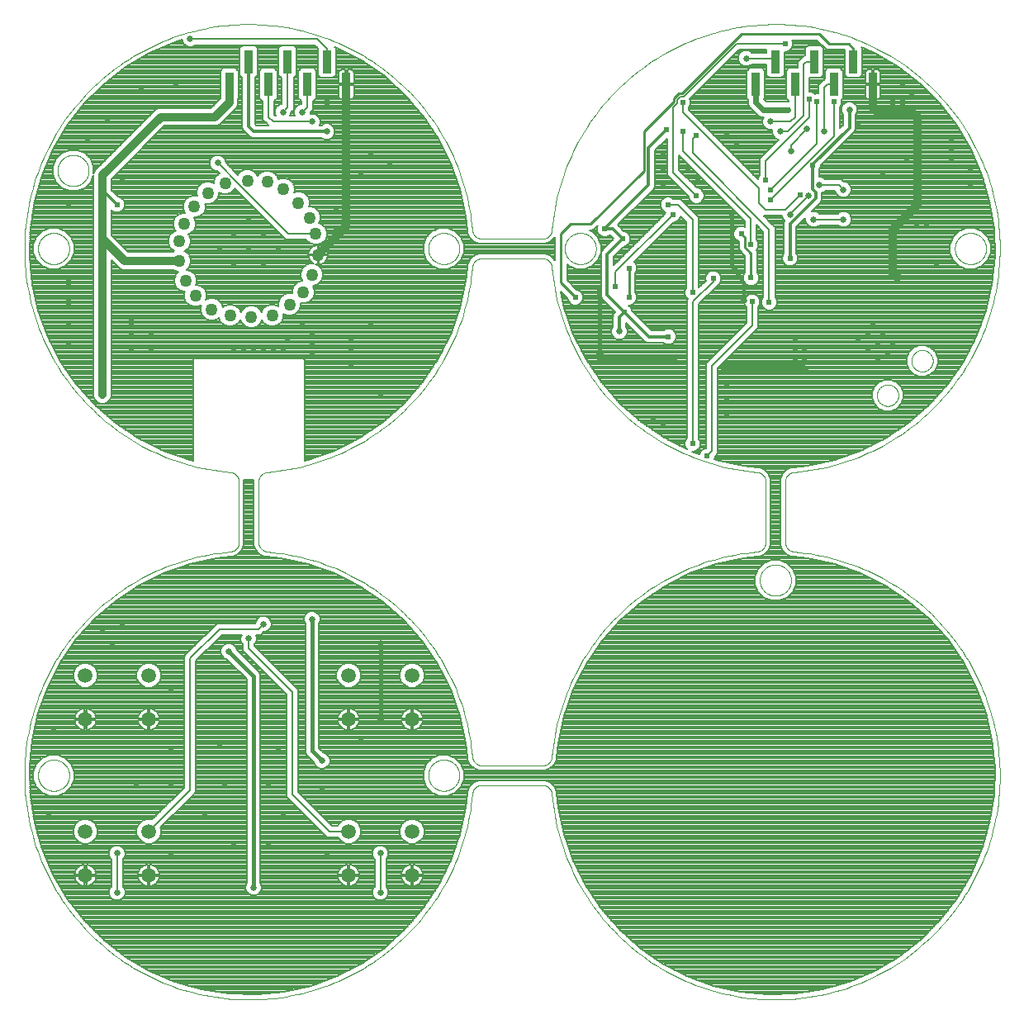
<source format=gbl>
G75*
%MOIN*%
%OFA0B0*%
%FSLAX25Y25*%
%IPPOS*%
%LPD*%
%AMOC8*
5,1,8,0,0,1.08239X$1,22.5*
%
%ADD10C,0.00000*%
%ADD11C,0.05000*%
%ADD12R,0.03346X0.09252*%
%ADD13C,0.05937*%
%ADD14C,0.03200*%
%ADD15C,0.02578*%
%ADD16C,0.01200*%
%ADD17C,0.02400*%
%ADD18C,0.01600*%
%ADD19C,0.02559*%
%ADD20C,0.00800*%
%ADD21C,0.01000*%
%ADD22C,0.02400*%
D10*
X0050350Y0091951D02*
X0050352Y0092109D01*
X0050358Y0092267D01*
X0050368Y0092425D01*
X0050382Y0092583D01*
X0050400Y0092740D01*
X0050421Y0092897D01*
X0050447Y0093053D01*
X0050477Y0093209D01*
X0050510Y0093364D01*
X0050548Y0093517D01*
X0050589Y0093670D01*
X0050634Y0093822D01*
X0050683Y0093973D01*
X0050736Y0094122D01*
X0050792Y0094270D01*
X0050852Y0094416D01*
X0050916Y0094561D01*
X0050984Y0094704D01*
X0051055Y0094846D01*
X0051129Y0094986D01*
X0051207Y0095123D01*
X0051289Y0095259D01*
X0051373Y0095393D01*
X0051462Y0095524D01*
X0051553Y0095653D01*
X0051648Y0095780D01*
X0051745Y0095905D01*
X0051846Y0096027D01*
X0051950Y0096146D01*
X0052057Y0096263D01*
X0052167Y0096377D01*
X0052280Y0096488D01*
X0052395Y0096597D01*
X0052513Y0096702D01*
X0052634Y0096804D01*
X0052757Y0096904D01*
X0052883Y0097000D01*
X0053011Y0097093D01*
X0053141Y0097183D01*
X0053274Y0097269D01*
X0053409Y0097353D01*
X0053545Y0097432D01*
X0053684Y0097509D01*
X0053825Y0097581D01*
X0053967Y0097651D01*
X0054111Y0097716D01*
X0054257Y0097778D01*
X0054404Y0097836D01*
X0054553Y0097891D01*
X0054703Y0097942D01*
X0054854Y0097989D01*
X0055006Y0098032D01*
X0055159Y0098071D01*
X0055314Y0098107D01*
X0055469Y0098138D01*
X0055625Y0098166D01*
X0055781Y0098190D01*
X0055938Y0098210D01*
X0056096Y0098226D01*
X0056253Y0098238D01*
X0056412Y0098246D01*
X0056570Y0098250D01*
X0056728Y0098250D01*
X0056886Y0098246D01*
X0057045Y0098238D01*
X0057202Y0098226D01*
X0057360Y0098210D01*
X0057517Y0098190D01*
X0057673Y0098166D01*
X0057829Y0098138D01*
X0057984Y0098107D01*
X0058139Y0098071D01*
X0058292Y0098032D01*
X0058444Y0097989D01*
X0058595Y0097942D01*
X0058745Y0097891D01*
X0058894Y0097836D01*
X0059041Y0097778D01*
X0059187Y0097716D01*
X0059331Y0097651D01*
X0059473Y0097581D01*
X0059614Y0097509D01*
X0059753Y0097432D01*
X0059889Y0097353D01*
X0060024Y0097269D01*
X0060157Y0097183D01*
X0060287Y0097093D01*
X0060415Y0097000D01*
X0060541Y0096904D01*
X0060664Y0096804D01*
X0060785Y0096702D01*
X0060903Y0096597D01*
X0061018Y0096488D01*
X0061131Y0096377D01*
X0061241Y0096263D01*
X0061348Y0096146D01*
X0061452Y0096027D01*
X0061553Y0095905D01*
X0061650Y0095780D01*
X0061745Y0095653D01*
X0061836Y0095524D01*
X0061925Y0095393D01*
X0062009Y0095259D01*
X0062091Y0095123D01*
X0062169Y0094986D01*
X0062243Y0094846D01*
X0062314Y0094704D01*
X0062382Y0094561D01*
X0062446Y0094416D01*
X0062506Y0094270D01*
X0062562Y0094122D01*
X0062615Y0093973D01*
X0062664Y0093822D01*
X0062709Y0093670D01*
X0062750Y0093517D01*
X0062788Y0093364D01*
X0062821Y0093209D01*
X0062851Y0093053D01*
X0062877Y0092897D01*
X0062898Y0092740D01*
X0062916Y0092583D01*
X0062930Y0092425D01*
X0062940Y0092267D01*
X0062946Y0092109D01*
X0062948Y0091951D01*
X0062946Y0091793D01*
X0062940Y0091635D01*
X0062930Y0091477D01*
X0062916Y0091319D01*
X0062898Y0091162D01*
X0062877Y0091005D01*
X0062851Y0090849D01*
X0062821Y0090693D01*
X0062788Y0090538D01*
X0062750Y0090385D01*
X0062709Y0090232D01*
X0062664Y0090080D01*
X0062615Y0089929D01*
X0062562Y0089780D01*
X0062506Y0089632D01*
X0062446Y0089486D01*
X0062382Y0089341D01*
X0062314Y0089198D01*
X0062243Y0089056D01*
X0062169Y0088916D01*
X0062091Y0088779D01*
X0062009Y0088643D01*
X0061925Y0088509D01*
X0061836Y0088378D01*
X0061745Y0088249D01*
X0061650Y0088122D01*
X0061553Y0087997D01*
X0061452Y0087875D01*
X0061348Y0087756D01*
X0061241Y0087639D01*
X0061131Y0087525D01*
X0061018Y0087414D01*
X0060903Y0087305D01*
X0060785Y0087200D01*
X0060664Y0087098D01*
X0060541Y0086998D01*
X0060415Y0086902D01*
X0060287Y0086809D01*
X0060157Y0086719D01*
X0060024Y0086633D01*
X0059889Y0086549D01*
X0059753Y0086470D01*
X0059614Y0086393D01*
X0059473Y0086321D01*
X0059331Y0086251D01*
X0059187Y0086186D01*
X0059041Y0086124D01*
X0058894Y0086066D01*
X0058745Y0086011D01*
X0058595Y0085960D01*
X0058444Y0085913D01*
X0058292Y0085870D01*
X0058139Y0085831D01*
X0057984Y0085795D01*
X0057829Y0085764D01*
X0057673Y0085736D01*
X0057517Y0085712D01*
X0057360Y0085692D01*
X0057202Y0085676D01*
X0057045Y0085664D01*
X0056886Y0085656D01*
X0056728Y0085652D01*
X0056570Y0085652D01*
X0056412Y0085656D01*
X0056253Y0085664D01*
X0056096Y0085676D01*
X0055938Y0085692D01*
X0055781Y0085712D01*
X0055625Y0085736D01*
X0055469Y0085764D01*
X0055314Y0085795D01*
X0055159Y0085831D01*
X0055006Y0085870D01*
X0054854Y0085913D01*
X0054703Y0085960D01*
X0054553Y0086011D01*
X0054404Y0086066D01*
X0054257Y0086124D01*
X0054111Y0086186D01*
X0053967Y0086251D01*
X0053825Y0086321D01*
X0053684Y0086393D01*
X0053545Y0086470D01*
X0053409Y0086549D01*
X0053274Y0086633D01*
X0053141Y0086719D01*
X0053011Y0086809D01*
X0052883Y0086902D01*
X0052757Y0086998D01*
X0052634Y0087098D01*
X0052513Y0087200D01*
X0052395Y0087305D01*
X0052280Y0087414D01*
X0052167Y0087525D01*
X0052057Y0087639D01*
X0051950Y0087756D01*
X0051846Y0087875D01*
X0051745Y0087997D01*
X0051648Y0088122D01*
X0051553Y0088249D01*
X0051462Y0088378D01*
X0051373Y0088509D01*
X0051289Y0088643D01*
X0051207Y0088779D01*
X0051129Y0088916D01*
X0051055Y0089056D01*
X0050984Y0089198D01*
X0050916Y0089341D01*
X0050852Y0089486D01*
X0050792Y0089632D01*
X0050736Y0089780D01*
X0050683Y0089929D01*
X0050634Y0090080D01*
X0050589Y0090232D01*
X0050548Y0090385D01*
X0050510Y0090538D01*
X0050477Y0090693D01*
X0050447Y0090849D01*
X0050421Y0091005D01*
X0050400Y0091162D01*
X0050382Y0091319D01*
X0050368Y0091477D01*
X0050358Y0091635D01*
X0050352Y0091793D01*
X0050350Y0091951D01*
X0127842Y0182188D02*
X0125639Y0181977D01*
X0123442Y0181712D01*
X0121253Y0181393D01*
X0119071Y0181021D01*
X0116900Y0180595D01*
X0114739Y0180117D01*
X0112591Y0179586D01*
X0110456Y0179003D01*
X0108336Y0178368D01*
X0106233Y0177681D01*
X0104146Y0176943D01*
X0102079Y0176154D01*
X0100031Y0175315D01*
X0098005Y0174426D01*
X0096000Y0173488D01*
X0094020Y0172501D01*
X0092064Y0171466D01*
X0090134Y0170384D01*
X0088230Y0169255D01*
X0086356Y0168079D01*
X0084510Y0166858D01*
X0082695Y0165593D01*
X0080911Y0164283D01*
X0079160Y0162930D01*
X0077442Y0161535D01*
X0075759Y0160098D01*
X0074111Y0158621D01*
X0072500Y0157104D01*
X0070927Y0155548D01*
X0069392Y0153953D01*
X0067897Y0152322D01*
X0066442Y0150655D01*
X0065028Y0148953D01*
X0063656Y0147216D01*
X0062327Y0145447D01*
X0061042Y0143646D01*
X0059801Y0141814D01*
X0058605Y0139952D01*
X0057455Y0138061D01*
X0056351Y0136143D01*
X0055295Y0134198D01*
X0054286Y0132229D01*
X0053326Y0130235D01*
X0052415Y0128218D01*
X0051554Y0126180D01*
X0050742Y0124121D01*
X0049982Y0122043D01*
X0049272Y0119947D01*
X0048613Y0117834D01*
X0048007Y0115706D01*
X0047452Y0113564D01*
X0046950Y0111409D01*
X0046501Y0109242D01*
X0046105Y0107064D01*
X0045763Y0104878D01*
X0045473Y0102684D01*
X0045238Y0100484D01*
X0045056Y0098279D01*
X0044929Y0096069D01*
X0044855Y0093858D01*
X0044836Y0091645D01*
X0044870Y0089432D01*
X0044959Y0087221D01*
X0045101Y0085013D01*
X0045298Y0082809D01*
X0045548Y0080610D01*
X0045852Y0078418D01*
X0046209Y0076234D01*
X0046620Y0074060D01*
X0047084Y0071896D01*
X0047600Y0069744D01*
X0048169Y0067605D01*
X0048790Y0065481D01*
X0049462Y0063373D01*
X0050186Y0061282D01*
X0050961Y0059209D01*
X0051786Y0057156D01*
X0052662Y0055123D01*
X0053586Y0053113D01*
X0054560Y0051126D01*
X0055581Y0049163D01*
X0056651Y0047225D01*
X0057767Y0045315D01*
X0058930Y0043432D01*
X0060138Y0041578D01*
X0061392Y0039754D01*
X0062689Y0037962D01*
X0064030Y0036201D01*
X0065414Y0034474D01*
X0066839Y0032782D01*
X0068305Y0031124D01*
X0069812Y0029503D01*
X0071357Y0027919D01*
X0072941Y0026374D01*
X0074562Y0024867D01*
X0076220Y0023401D01*
X0077912Y0021976D01*
X0079639Y0020592D01*
X0081400Y0019251D01*
X0083192Y0017954D01*
X0085016Y0016700D01*
X0086870Y0015492D01*
X0088753Y0014329D01*
X0090663Y0013213D01*
X0092601Y0012143D01*
X0094564Y0011122D01*
X0096551Y0010148D01*
X0098561Y0009224D01*
X0100594Y0008348D01*
X0102647Y0007523D01*
X0104720Y0006748D01*
X0106811Y0006024D01*
X0108919Y0005352D01*
X0111043Y0004731D01*
X0113182Y0004162D01*
X0115334Y0003646D01*
X0117498Y0003182D01*
X0119672Y0002771D01*
X0121856Y0002414D01*
X0124048Y0002110D01*
X0126247Y0001860D01*
X0128451Y0001663D01*
X0130659Y0001521D01*
X0132870Y0001432D01*
X0135083Y0001398D01*
X0137296Y0001417D01*
X0139507Y0001491D01*
X0141717Y0001618D01*
X0143922Y0001800D01*
X0146122Y0002035D01*
X0148316Y0002325D01*
X0150502Y0002667D01*
X0152680Y0003063D01*
X0154847Y0003512D01*
X0157002Y0004014D01*
X0159144Y0004569D01*
X0161272Y0005175D01*
X0163385Y0005834D01*
X0165481Y0006544D01*
X0167559Y0007304D01*
X0169618Y0008116D01*
X0171656Y0008977D01*
X0173673Y0009888D01*
X0175667Y0010848D01*
X0177636Y0011857D01*
X0179581Y0012913D01*
X0181499Y0014017D01*
X0183390Y0015167D01*
X0185252Y0016363D01*
X0187084Y0017604D01*
X0188885Y0018889D01*
X0190654Y0020218D01*
X0192391Y0021590D01*
X0194093Y0023004D01*
X0195760Y0024459D01*
X0197391Y0025954D01*
X0198986Y0027489D01*
X0200542Y0029062D01*
X0202059Y0030673D01*
X0203536Y0032321D01*
X0204973Y0034004D01*
X0206368Y0035722D01*
X0207721Y0037473D01*
X0209031Y0039257D01*
X0210296Y0041072D01*
X0211517Y0042918D01*
X0212693Y0044792D01*
X0213822Y0046696D01*
X0214904Y0048626D01*
X0215939Y0050582D01*
X0216926Y0052562D01*
X0217864Y0054567D01*
X0218753Y0056593D01*
X0219592Y0058641D01*
X0220381Y0060708D01*
X0221119Y0062795D01*
X0221806Y0064898D01*
X0222441Y0067018D01*
X0223024Y0069153D01*
X0223555Y0071301D01*
X0224033Y0073462D01*
X0224459Y0075633D01*
X0224831Y0077815D01*
X0225150Y0080004D01*
X0225415Y0082201D01*
X0225626Y0084404D01*
X0225625Y0084404D02*
X0225637Y0084528D01*
X0225653Y0084652D01*
X0225673Y0084775D01*
X0225697Y0084897D01*
X0225725Y0085018D01*
X0225757Y0085139D01*
X0225792Y0085258D01*
X0225831Y0085377D01*
X0225874Y0085494D01*
X0225921Y0085609D01*
X0225971Y0085723D01*
X0226025Y0085835D01*
X0226082Y0085946D01*
X0226143Y0086055D01*
X0226208Y0086162D01*
X0226275Y0086266D01*
X0226346Y0086369D01*
X0226420Y0086469D01*
X0226497Y0086567D01*
X0226578Y0086662D01*
X0226661Y0086755D01*
X0226747Y0086845D01*
X0226836Y0086932D01*
X0226928Y0087016D01*
X0227022Y0087098D01*
X0227119Y0087176D01*
X0227218Y0087251D01*
X0227319Y0087324D01*
X0227423Y0087392D01*
X0227529Y0087458D01*
X0227637Y0087520D01*
X0227747Y0087579D01*
X0227859Y0087634D01*
X0227972Y0087686D01*
X0228087Y0087734D01*
X0228203Y0087778D01*
X0228321Y0087819D01*
X0228440Y0087856D01*
X0228560Y0087889D01*
X0228681Y0087918D01*
X0228803Y0087944D01*
X0228926Y0087966D01*
X0229049Y0087983D01*
X0229173Y0087997D01*
X0229297Y0088007D01*
X0229422Y0088013D01*
X0229546Y0088015D01*
X0229547Y0088014D02*
X0253830Y0088014D01*
X0253830Y0088015D02*
X0253954Y0088013D01*
X0254079Y0088007D01*
X0254203Y0087997D01*
X0254327Y0087983D01*
X0254450Y0087966D01*
X0254573Y0087944D01*
X0254695Y0087918D01*
X0254816Y0087889D01*
X0254936Y0087856D01*
X0255055Y0087819D01*
X0255173Y0087778D01*
X0255289Y0087734D01*
X0255404Y0087686D01*
X0255517Y0087634D01*
X0255629Y0087579D01*
X0255739Y0087520D01*
X0255847Y0087458D01*
X0255953Y0087392D01*
X0256057Y0087324D01*
X0256158Y0087251D01*
X0256257Y0087176D01*
X0256354Y0087098D01*
X0256448Y0087016D01*
X0256540Y0086932D01*
X0256629Y0086845D01*
X0256715Y0086755D01*
X0256798Y0086662D01*
X0256879Y0086567D01*
X0256956Y0086469D01*
X0257030Y0086369D01*
X0257101Y0086266D01*
X0257168Y0086162D01*
X0257233Y0086055D01*
X0257294Y0085946D01*
X0257351Y0085835D01*
X0257405Y0085723D01*
X0257455Y0085609D01*
X0257502Y0085494D01*
X0257545Y0085377D01*
X0257584Y0085258D01*
X0257619Y0085139D01*
X0257651Y0085018D01*
X0257679Y0084897D01*
X0257703Y0084775D01*
X0257723Y0084652D01*
X0257739Y0084528D01*
X0257751Y0084404D01*
X0253830Y0095888D02*
X0229547Y0095888D01*
X0229546Y0095888D02*
X0229422Y0095890D01*
X0229297Y0095896D01*
X0229173Y0095906D01*
X0229049Y0095920D01*
X0228926Y0095937D01*
X0228803Y0095959D01*
X0228681Y0095985D01*
X0228560Y0096014D01*
X0228440Y0096047D01*
X0228321Y0096084D01*
X0228203Y0096125D01*
X0228087Y0096169D01*
X0227972Y0096217D01*
X0227859Y0096269D01*
X0227747Y0096324D01*
X0227637Y0096383D01*
X0227529Y0096445D01*
X0227423Y0096511D01*
X0227319Y0096579D01*
X0227218Y0096652D01*
X0227119Y0096727D01*
X0227022Y0096805D01*
X0226928Y0096887D01*
X0226836Y0096971D01*
X0226747Y0097058D01*
X0226661Y0097148D01*
X0226578Y0097241D01*
X0226497Y0097336D01*
X0226420Y0097434D01*
X0226346Y0097534D01*
X0226275Y0097637D01*
X0226208Y0097741D01*
X0226143Y0097848D01*
X0226082Y0097957D01*
X0226025Y0098068D01*
X0225971Y0098180D01*
X0225921Y0098294D01*
X0225874Y0098409D01*
X0225831Y0098526D01*
X0225792Y0098645D01*
X0225757Y0098764D01*
X0225725Y0098885D01*
X0225697Y0099006D01*
X0225673Y0099128D01*
X0225653Y0099251D01*
X0225637Y0099375D01*
X0225625Y0099499D01*
X0207830Y0091951D02*
X0207832Y0092109D01*
X0207838Y0092267D01*
X0207848Y0092425D01*
X0207862Y0092583D01*
X0207880Y0092740D01*
X0207901Y0092897D01*
X0207927Y0093053D01*
X0207957Y0093209D01*
X0207990Y0093364D01*
X0208028Y0093517D01*
X0208069Y0093670D01*
X0208114Y0093822D01*
X0208163Y0093973D01*
X0208216Y0094122D01*
X0208272Y0094270D01*
X0208332Y0094416D01*
X0208396Y0094561D01*
X0208464Y0094704D01*
X0208535Y0094846D01*
X0208609Y0094986D01*
X0208687Y0095123D01*
X0208769Y0095259D01*
X0208853Y0095393D01*
X0208942Y0095524D01*
X0209033Y0095653D01*
X0209128Y0095780D01*
X0209225Y0095905D01*
X0209326Y0096027D01*
X0209430Y0096146D01*
X0209537Y0096263D01*
X0209647Y0096377D01*
X0209760Y0096488D01*
X0209875Y0096597D01*
X0209993Y0096702D01*
X0210114Y0096804D01*
X0210237Y0096904D01*
X0210363Y0097000D01*
X0210491Y0097093D01*
X0210621Y0097183D01*
X0210754Y0097269D01*
X0210889Y0097353D01*
X0211025Y0097432D01*
X0211164Y0097509D01*
X0211305Y0097581D01*
X0211447Y0097651D01*
X0211591Y0097716D01*
X0211737Y0097778D01*
X0211884Y0097836D01*
X0212033Y0097891D01*
X0212183Y0097942D01*
X0212334Y0097989D01*
X0212486Y0098032D01*
X0212639Y0098071D01*
X0212794Y0098107D01*
X0212949Y0098138D01*
X0213105Y0098166D01*
X0213261Y0098190D01*
X0213418Y0098210D01*
X0213576Y0098226D01*
X0213733Y0098238D01*
X0213892Y0098246D01*
X0214050Y0098250D01*
X0214208Y0098250D01*
X0214366Y0098246D01*
X0214525Y0098238D01*
X0214682Y0098226D01*
X0214840Y0098210D01*
X0214997Y0098190D01*
X0215153Y0098166D01*
X0215309Y0098138D01*
X0215464Y0098107D01*
X0215619Y0098071D01*
X0215772Y0098032D01*
X0215924Y0097989D01*
X0216075Y0097942D01*
X0216225Y0097891D01*
X0216374Y0097836D01*
X0216521Y0097778D01*
X0216667Y0097716D01*
X0216811Y0097651D01*
X0216953Y0097581D01*
X0217094Y0097509D01*
X0217233Y0097432D01*
X0217369Y0097353D01*
X0217504Y0097269D01*
X0217637Y0097183D01*
X0217767Y0097093D01*
X0217895Y0097000D01*
X0218021Y0096904D01*
X0218144Y0096804D01*
X0218265Y0096702D01*
X0218383Y0096597D01*
X0218498Y0096488D01*
X0218611Y0096377D01*
X0218721Y0096263D01*
X0218828Y0096146D01*
X0218932Y0096027D01*
X0219033Y0095905D01*
X0219130Y0095780D01*
X0219225Y0095653D01*
X0219316Y0095524D01*
X0219405Y0095393D01*
X0219489Y0095259D01*
X0219571Y0095123D01*
X0219649Y0094986D01*
X0219723Y0094846D01*
X0219794Y0094704D01*
X0219862Y0094561D01*
X0219926Y0094416D01*
X0219986Y0094270D01*
X0220042Y0094122D01*
X0220095Y0093973D01*
X0220144Y0093822D01*
X0220189Y0093670D01*
X0220230Y0093517D01*
X0220268Y0093364D01*
X0220301Y0093209D01*
X0220331Y0093053D01*
X0220357Y0092897D01*
X0220378Y0092740D01*
X0220396Y0092583D01*
X0220410Y0092425D01*
X0220420Y0092267D01*
X0220426Y0092109D01*
X0220428Y0091951D01*
X0220426Y0091793D01*
X0220420Y0091635D01*
X0220410Y0091477D01*
X0220396Y0091319D01*
X0220378Y0091162D01*
X0220357Y0091005D01*
X0220331Y0090849D01*
X0220301Y0090693D01*
X0220268Y0090538D01*
X0220230Y0090385D01*
X0220189Y0090232D01*
X0220144Y0090080D01*
X0220095Y0089929D01*
X0220042Y0089780D01*
X0219986Y0089632D01*
X0219926Y0089486D01*
X0219862Y0089341D01*
X0219794Y0089198D01*
X0219723Y0089056D01*
X0219649Y0088916D01*
X0219571Y0088779D01*
X0219489Y0088643D01*
X0219405Y0088509D01*
X0219316Y0088378D01*
X0219225Y0088249D01*
X0219130Y0088122D01*
X0219033Y0087997D01*
X0218932Y0087875D01*
X0218828Y0087756D01*
X0218721Y0087639D01*
X0218611Y0087525D01*
X0218498Y0087414D01*
X0218383Y0087305D01*
X0218265Y0087200D01*
X0218144Y0087098D01*
X0218021Y0086998D01*
X0217895Y0086902D01*
X0217767Y0086809D01*
X0217637Y0086719D01*
X0217504Y0086633D01*
X0217369Y0086549D01*
X0217233Y0086470D01*
X0217094Y0086393D01*
X0216953Y0086321D01*
X0216811Y0086251D01*
X0216667Y0086186D01*
X0216521Y0086124D01*
X0216374Y0086066D01*
X0216225Y0086011D01*
X0216075Y0085960D01*
X0215924Y0085913D01*
X0215772Y0085870D01*
X0215619Y0085831D01*
X0215464Y0085795D01*
X0215309Y0085764D01*
X0215153Y0085736D01*
X0214997Y0085712D01*
X0214840Y0085692D01*
X0214682Y0085676D01*
X0214525Y0085664D01*
X0214366Y0085656D01*
X0214208Y0085652D01*
X0214050Y0085652D01*
X0213892Y0085656D01*
X0213733Y0085664D01*
X0213576Y0085676D01*
X0213418Y0085692D01*
X0213261Y0085712D01*
X0213105Y0085736D01*
X0212949Y0085764D01*
X0212794Y0085795D01*
X0212639Y0085831D01*
X0212486Y0085870D01*
X0212334Y0085913D01*
X0212183Y0085960D01*
X0212033Y0086011D01*
X0211884Y0086066D01*
X0211737Y0086124D01*
X0211591Y0086186D01*
X0211447Y0086251D01*
X0211305Y0086321D01*
X0211164Y0086393D01*
X0211025Y0086470D01*
X0210889Y0086549D01*
X0210754Y0086633D01*
X0210621Y0086719D01*
X0210491Y0086809D01*
X0210363Y0086902D01*
X0210237Y0086998D01*
X0210114Y0087098D01*
X0209993Y0087200D01*
X0209875Y0087305D01*
X0209760Y0087414D01*
X0209647Y0087525D01*
X0209537Y0087639D01*
X0209430Y0087756D01*
X0209326Y0087875D01*
X0209225Y0087997D01*
X0209128Y0088122D01*
X0209033Y0088249D01*
X0208942Y0088378D01*
X0208853Y0088509D01*
X0208769Y0088643D01*
X0208687Y0088779D01*
X0208609Y0088916D01*
X0208535Y0089056D01*
X0208464Y0089198D01*
X0208396Y0089341D01*
X0208332Y0089486D01*
X0208272Y0089632D01*
X0208216Y0089780D01*
X0208163Y0089929D01*
X0208114Y0090080D01*
X0208069Y0090232D01*
X0208028Y0090385D01*
X0207990Y0090538D01*
X0207957Y0090693D01*
X0207927Y0090849D01*
X0207901Y0091005D01*
X0207880Y0091162D01*
X0207862Y0091319D01*
X0207848Y0091477D01*
X0207838Y0091635D01*
X0207832Y0091793D01*
X0207830Y0091951D01*
X0253830Y0095888D02*
X0253954Y0095890D01*
X0254079Y0095896D01*
X0254203Y0095906D01*
X0254327Y0095920D01*
X0254450Y0095937D01*
X0254573Y0095959D01*
X0254695Y0095985D01*
X0254816Y0096014D01*
X0254936Y0096047D01*
X0255055Y0096084D01*
X0255173Y0096125D01*
X0255289Y0096169D01*
X0255404Y0096217D01*
X0255517Y0096269D01*
X0255629Y0096324D01*
X0255739Y0096383D01*
X0255847Y0096445D01*
X0255953Y0096511D01*
X0256057Y0096579D01*
X0256158Y0096652D01*
X0256257Y0096727D01*
X0256354Y0096805D01*
X0256448Y0096887D01*
X0256540Y0096971D01*
X0256629Y0097058D01*
X0256715Y0097148D01*
X0256798Y0097241D01*
X0256879Y0097336D01*
X0256956Y0097434D01*
X0257030Y0097534D01*
X0257101Y0097637D01*
X0257168Y0097741D01*
X0257233Y0097848D01*
X0257294Y0097957D01*
X0257351Y0098068D01*
X0257405Y0098180D01*
X0257455Y0098294D01*
X0257502Y0098409D01*
X0257545Y0098526D01*
X0257584Y0098645D01*
X0257619Y0098764D01*
X0257651Y0098885D01*
X0257679Y0099006D01*
X0257703Y0099128D01*
X0257723Y0099251D01*
X0257739Y0099375D01*
X0257751Y0099499D01*
X0257752Y0099498D02*
X0257961Y0101680D01*
X0258223Y0103856D01*
X0258537Y0106025D01*
X0258904Y0108186D01*
X0259323Y0110338D01*
X0259794Y0112478D01*
X0260317Y0114607D01*
X0260891Y0116722D01*
X0261516Y0118823D01*
X0262191Y0120908D01*
X0262917Y0122976D01*
X0263693Y0125026D01*
X0264518Y0127056D01*
X0265392Y0129066D01*
X0266315Y0131054D01*
X0267285Y0133020D01*
X0268303Y0134961D01*
X0269367Y0136877D01*
X0270477Y0138767D01*
X0271633Y0140629D01*
X0272833Y0142463D01*
X0274078Y0144267D01*
X0275366Y0146040D01*
X0276696Y0147782D01*
X0278068Y0149491D01*
X0279481Y0151167D01*
X0280935Y0152807D01*
X0282427Y0154412D01*
X0283958Y0155981D01*
X0285527Y0157512D01*
X0287132Y0159004D01*
X0288772Y0160458D01*
X0290448Y0161871D01*
X0292157Y0163243D01*
X0293899Y0164573D01*
X0295672Y0165861D01*
X0297476Y0167106D01*
X0299310Y0168306D01*
X0301172Y0169462D01*
X0303062Y0170572D01*
X0304978Y0171636D01*
X0306919Y0172654D01*
X0308885Y0173624D01*
X0310873Y0174547D01*
X0312883Y0175421D01*
X0314913Y0176246D01*
X0316963Y0177022D01*
X0319031Y0177748D01*
X0321116Y0178423D01*
X0323217Y0179048D01*
X0325332Y0179622D01*
X0327461Y0180145D01*
X0329601Y0180616D01*
X0331753Y0181035D01*
X0333914Y0181402D01*
X0336083Y0181716D01*
X0338259Y0181978D01*
X0340441Y0182187D01*
X0340440Y0182187D02*
X0340564Y0182199D01*
X0340688Y0182215D01*
X0340811Y0182235D01*
X0340933Y0182259D01*
X0341054Y0182287D01*
X0341175Y0182319D01*
X0341294Y0182354D01*
X0341413Y0182393D01*
X0341530Y0182436D01*
X0341645Y0182483D01*
X0341759Y0182533D01*
X0341871Y0182587D01*
X0341982Y0182644D01*
X0342091Y0182705D01*
X0342198Y0182770D01*
X0342302Y0182837D01*
X0342405Y0182908D01*
X0342505Y0182982D01*
X0342603Y0183059D01*
X0342698Y0183140D01*
X0342791Y0183223D01*
X0342881Y0183309D01*
X0342968Y0183398D01*
X0343052Y0183490D01*
X0343134Y0183584D01*
X0343212Y0183681D01*
X0343287Y0183780D01*
X0343360Y0183881D01*
X0343428Y0183985D01*
X0343494Y0184091D01*
X0343556Y0184199D01*
X0343615Y0184309D01*
X0343670Y0184421D01*
X0343722Y0184534D01*
X0343770Y0184649D01*
X0343814Y0184765D01*
X0343855Y0184883D01*
X0343892Y0185002D01*
X0343925Y0185122D01*
X0343954Y0185243D01*
X0343980Y0185365D01*
X0344002Y0185488D01*
X0344019Y0185611D01*
X0344033Y0185735D01*
X0344043Y0185859D01*
X0344049Y0185984D01*
X0344051Y0186108D01*
X0344050Y0186109D02*
X0344050Y0210392D01*
X0344051Y0210392D02*
X0344049Y0210516D01*
X0344043Y0210641D01*
X0344033Y0210765D01*
X0344019Y0210889D01*
X0344002Y0211012D01*
X0343980Y0211135D01*
X0343954Y0211257D01*
X0343925Y0211378D01*
X0343892Y0211498D01*
X0343855Y0211617D01*
X0343814Y0211735D01*
X0343770Y0211851D01*
X0343722Y0211966D01*
X0343670Y0212079D01*
X0343615Y0212191D01*
X0343556Y0212301D01*
X0343494Y0212409D01*
X0343428Y0212515D01*
X0343360Y0212619D01*
X0343287Y0212720D01*
X0343212Y0212819D01*
X0343134Y0212916D01*
X0343052Y0213010D01*
X0342968Y0213102D01*
X0342881Y0213191D01*
X0342791Y0213277D01*
X0342698Y0213360D01*
X0342603Y0213441D01*
X0342505Y0213518D01*
X0342405Y0213592D01*
X0342302Y0213663D01*
X0342198Y0213730D01*
X0342091Y0213795D01*
X0341982Y0213856D01*
X0341871Y0213913D01*
X0341759Y0213967D01*
X0341645Y0214017D01*
X0341530Y0214064D01*
X0341413Y0214107D01*
X0341294Y0214146D01*
X0341175Y0214181D01*
X0341054Y0214213D01*
X0340933Y0214241D01*
X0340811Y0214265D01*
X0340688Y0214285D01*
X0340564Y0214301D01*
X0340440Y0214313D01*
X0351924Y0210392D02*
X0351924Y0186109D01*
X0351924Y0186108D02*
X0351926Y0185984D01*
X0351932Y0185859D01*
X0351942Y0185735D01*
X0351956Y0185611D01*
X0351973Y0185488D01*
X0351995Y0185365D01*
X0352021Y0185243D01*
X0352050Y0185122D01*
X0352083Y0185002D01*
X0352120Y0184883D01*
X0352161Y0184765D01*
X0352205Y0184649D01*
X0352253Y0184534D01*
X0352305Y0184421D01*
X0352360Y0184309D01*
X0352419Y0184199D01*
X0352481Y0184091D01*
X0352547Y0183985D01*
X0352615Y0183881D01*
X0352688Y0183780D01*
X0352763Y0183681D01*
X0352841Y0183584D01*
X0352923Y0183490D01*
X0353007Y0183398D01*
X0353094Y0183309D01*
X0353184Y0183223D01*
X0353277Y0183140D01*
X0353372Y0183059D01*
X0353470Y0182982D01*
X0353570Y0182908D01*
X0353673Y0182837D01*
X0353777Y0182770D01*
X0353884Y0182705D01*
X0353993Y0182644D01*
X0354104Y0182587D01*
X0354216Y0182533D01*
X0354330Y0182483D01*
X0354445Y0182436D01*
X0354562Y0182393D01*
X0354681Y0182354D01*
X0354800Y0182319D01*
X0354921Y0182287D01*
X0355042Y0182259D01*
X0355164Y0182235D01*
X0355287Y0182215D01*
X0355411Y0182199D01*
X0355535Y0182187D01*
X0341688Y0170691D02*
X0341690Y0170849D01*
X0341696Y0171007D01*
X0341706Y0171165D01*
X0341720Y0171323D01*
X0341738Y0171480D01*
X0341759Y0171637D01*
X0341785Y0171793D01*
X0341815Y0171949D01*
X0341848Y0172104D01*
X0341886Y0172257D01*
X0341927Y0172410D01*
X0341972Y0172562D01*
X0342021Y0172713D01*
X0342074Y0172862D01*
X0342130Y0173010D01*
X0342190Y0173156D01*
X0342254Y0173301D01*
X0342322Y0173444D01*
X0342393Y0173586D01*
X0342467Y0173726D01*
X0342545Y0173863D01*
X0342627Y0173999D01*
X0342711Y0174133D01*
X0342800Y0174264D01*
X0342891Y0174393D01*
X0342986Y0174520D01*
X0343083Y0174645D01*
X0343184Y0174767D01*
X0343288Y0174886D01*
X0343395Y0175003D01*
X0343505Y0175117D01*
X0343618Y0175228D01*
X0343733Y0175337D01*
X0343851Y0175442D01*
X0343972Y0175544D01*
X0344095Y0175644D01*
X0344221Y0175740D01*
X0344349Y0175833D01*
X0344479Y0175923D01*
X0344612Y0176009D01*
X0344747Y0176093D01*
X0344883Y0176172D01*
X0345022Y0176249D01*
X0345163Y0176321D01*
X0345305Y0176391D01*
X0345449Y0176456D01*
X0345595Y0176518D01*
X0345742Y0176576D01*
X0345891Y0176631D01*
X0346041Y0176682D01*
X0346192Y0176729D01*
X0346344Y0176772D01*
X0346497Y0176811D01*
X0346652Y0176847D01*
X0346807Y0176878D01*
X0346963Y0176906D01*
X0347119Y0176930D01*
X0347276Y0176950D01*
X0347434Y0176966D01*
X0347591Y0176978D01*
X0347750Y0176986D01*
X0347908Y0176990D01*
X0348066Y0176990D01*
X0348224Y0176986D01*
X0348383Y0176978D01*
X0348540Y0176966D01*
X0348698Y0176950D01*
X0348855Y0176930D01*
X0349011Y0176906D01*
X0349167Y0176878D01*
X0349322Y0176847D01*
X0349477Y0176811D01*
X0349630Y0176772D01*
X0349782Y0176729D01*
X0349933Y0176682D01*
X0350083Y0176631D01*
X0350232Y0176576D01*
X0350379Y0176518D01*
X0350525Y0176456D01*
X0350669Y0176391D01*
X0350811Y0176321D01*
X0350952Y0176249D01*
X0351091Y0176172D01*
X0351227Y0176093D01*
X0351362Y0176009D01*
X0351495Y0175923D01*
X0351625Y0175833D01*
X0351753Y0175740D01*
X0351879Y0175644D01*
X0352002Y0175544D01*
X0352123Y0175442D01*
X0352241Y0175337D01*
X0352356Y0175228D01*
X0352469Y0175117D01*
X0352579Y0175003D01*
X0352686Y0174886D01*
X0352790Y0174767D01*
X0352891Y0174645D01*
X0352988Y0174520D01*
X0353083Y0174393D01*
X0353174Y0174264D01*
X0353263Y0174133D01*
X0353347Y0173999D01*
X0353429Y0173863D01*
X0353507Y0173726D01*
X0353581Y0173586D01*
X0353652Y0173444D01*
X0353720Y0173301D01*
X0353784Y0173156D01*
X0353844Y0173010D01*
X0353900Y0172862D01*
X0353953Y0172713D01*
X0354002Y0172562D01*
X0354047Y0172410D01*
X0354088Y0172257D01*
X0354126Y0172104D01*
X0354159Y0171949D01*
X0354189Y0171793D01*
X0354215Y0171637D01*
X0354236Y0171480D01*
X0354254Y0171323D01*
X0354268Y0171165D01*
X0354278Y0171007D01*
X0354284Y0170849D01*
X0354286Y0170691D01*
X0354284Y0170533D01*
X0354278Y0170375D01*
X0354268Y0170217D01*
X0354254Y0170059D01*
X0354236Y0169902D01*
X0354215Y0169745D01*
X0354189Y0169589D01*
X0354159Y0169433D01*
X0354126Y0169278D01*
X0354088Y0169125D01*
X0354047Y0168972D01*
X0354002Y0168820D01*
X0353953Y0168669D01*
X0353900Y0168520D01*
X0353844Y0168372D01*
X0353784Y0168226D01*
X0353720Y0168081D01*
X0353652Y0167938D01*
X0353581Y0167796D01*
X0353507Y0167656D01*
X0353429Y0167519D01*
X0353347Y0167383D01*
X0353263Y0167249D01*
X0353174Y0167118D01*
X0353083Y0166989D01*
X0352988Y0166862D01*
X0352891Y0166737D01*
X0352790Y0166615D01*
X0352686Y0166496D01*
X0352579Y0166379D01*
X0352469Y0166265D01*
X0352356Y0166154D01*
X0352241Y0166045D01*
X0352123Y0165940D01*
X0352002Y0165838D01*
X0351879Y0165738D01*
X0351753Y0165642D01*
X0351625Y0165549D01*
X0351495Y0165459D01*
X0351362Y0165373D01*
X0351227Y0165289D01*
X0351091Y0165210D01*
X0350952Y0165133D01*
X0350811Y0165061D01*
X0350669Y0164991D01*
X0350525Y0164926D01*
X0350379Y0164864D01*
X0350232Y0164806D01*
X0350083Y0164751D01*
X0349933Y0164700D01*
X0349782Y0164653D01*
X0349630Y0164610D01*
X0349477Y0164571D01*
X0349322Y0164535D01*
X0349167Y0164504D01*
X0349011Y0164476D01*
X0348855Y0164452D01*
X0348698Y0164432D01*
X0348540Y0164416D01*
X0348383Y0164404D01*
X0348224Y0164396D01*
X0348066Y0164392D01*
X0347908Y0164392D01*
X0347750Y0164396D01*
X0347591Y0164404D01*
X0347434Y0164416D01*
X0347276Y0164432D01*
X0347119Y0164452D01*
X0346963Y0164476D01*
X0346807Y0164504D01*
X0346652Y0164535D01*
X0346497Y0164571D01*
X0346344Y0164610D01*
X0346192Y0164653D01*
X0346041Y0164700D01*
X0345891Y0164751D01*
X0345742Y0164806D01*
X0345595Y0164864D01*
X0345449Y0164926D01*
X0345305Y0164991D01*
X0345163Y0165061D01*
X0345022Y0165133D01*
X0344883Y0165210D01*
X0344747Y0165289D01*
X0344612Y0165373D01*
X0344479Y0165459D01*
X0344349Y0165549D01*
X0344221Y0165642D01*
X0344095Y0165738D01*
X0343972Y0165838D01*
X0343851Y0165940D01*
X0343733Y0166045D01*
X0343618Y0166154D01*
X0343505Y0166265D01*
X0343395Y0166379D01*
X0343288Y0166496D01*
X0343184Y0166615D01*
X0343083Y0166737D01*
X0342986Y0166862D01*
X0342891Y0166989D01*
X0342800Y0167118D01*
X0342711Y0167249D01*
X0342627Y0167383D01*
X0342545Y0167519D01*
X0342467Y0167656D01*
X0342393Y0167796D01*
X0342322Y0167938D01*
X0342254Y0168081D01*
X0342190Y0168226D01*
X0342130Y0168372D01*
X0342074Y0168520D01*
X0342021Y0168669D01*
X0341972Y0168820D01*
X0341927Y0168972D01*
X0341886Y0169125D01*
X0341848Y0169278D01*
X0341815Y0169433D01*
X0341785Y0169589D01*
X0341759Y0169745D01*
X0341738Y0169902D01*
X0341720Y0170059D01*
X0341706Y0170217D01*
X0341696Y0170375D01*
X0341690Y0170533D01*
X0341688Y0170691D01*
X0351924Y0210392D02*
X0351926Y0210516D01*
X0351932Y0210641D01*
X0351942Y0210765D01*
X0351956Y0210889D01*
X0351973Y0211012D01*
X0351995Y0211135D01*
X0352021Y0211257D01*
X0352050Y0211378D01*
X0352083Y0211498D01*
X0352120Y0211617D01*
X0352161Y0211735D01*
X0352205Y0211851D01*
X0352253Y0211966D01*
X0352305Y0212079D01*
X0352360Y0212191D01*
X0352419Y0212301D01*
X0352481Y0212409D01*
X0352547Y0212515D01*
X0352615Y0212619D01*
X0352688Y0212720D01*
X0352763Y0212819D01*
X0352841Y0212916D01*
X0352923Y0213010D01*
X0353007Y0213102D01*
X0353094Y0213191D01*
X0353184Y0213277D01*
X0353277Y0213360D01*
X0353372Y0213441D01*
X0353470Y0213518D01*
X0353570Y0213592D01*
X0353673Y0213663D01*
X0353777Y0213730D01*
X0353884Y0213795D01*
X0353993Y0213856D01*
X0354104Y0213913D01*
X0354216Y0213967D01*
X0354330Y0214017D01*
X0354445Y0214064D01*
X0354562Y0214107D01*
X0354681Y0214146D01*
X0354800Y0214181D01*
X0354921Y0214213D01*
X0355042Y0214241D01*
X0355164Y0214265D01*
X0355287Y0214285D01*
X0355411Y0214301D01*
X0355535Y0214313D01*
X0388961Y0245326D02*
X0388963Y0245457D01*
X0388969Y0245589D01*
X0388979Y0245720D01*
X0388993Y0245851D01*
X0389011Y0245981D01*
X0389033Y0246110D01*
X0389058Y0246239D01*
X0389088Y0246367D01*
X0389122Y0246494D01*
X0389159Y0246621D01*
X0389200Y0246745D01*
X0389245Y0246869D01*
X0389294Y0246991D01*
X0389346Y0247112D01*
X0389402Y0247230D01*
X0389462Y0247348D01*
X0389525Y0247463D01*
X0389592Y0247576D01*
X0389662Y0247688D01*
X0389735Y0247797D01*
X0389811Y0247903D01*
X0389891Y0248008D01*
X0389974Y0248110D01*
X0390060Y0248209D01*
X0390149Y0248306D01*
X0390241Y0248400D01*
X0390336Y0248491D01*
X0390433Y0248580D01*
X0390533Y0248665D01*
X0390636Y0248747D01*
X0390741Y0248826D01*
X0390848Y0248902D01*
X0390958Y0248974D01*
X0391070Y0249043D01*
X0391184Y0249109D01*
X0391299Y0249171D01*
X0391417Y0249230D01*
X0391536Y0249285D01*
X0391657Y0249337D01*
X0391780Y0249384D01*
X0391904Y0249428D01*
X0392029Y0249469D01*
X0392155Y0249505D01*
X0392283Y0249538D01*
X0392411Y0249566D01*
X0392540Y0249591D01*
X0392670Y0249612D01*
X0392800Y0249629D01*
X0392931Y0249642D01*
X0393062Y0249651D01*
X0393193Y0249656D01*
X0393325Y0249657D01*
X0393456Y0249654D01*
X0393588Y0249647D01*
X0393719Y0249636D01*
X0393849Y0249621D01*
X0393979Y0249602D01*
X0394109Y0249579D01*
X0394237Y0249553D01*
X0394365Y0249522D01*
X0394492Y0249487D01*
X0394618Y0249449D01*
X0394742Y0249407D01*
X0394866Y0249361D01*
X0394987Y0249311D01*
X0395107Y0249258D01*
X0395226Y0249201D01*
X0395343Y0249141D01*
X0395457Y0249077D01*
X0395570Y0249009D01*
X0395681Y0248938D01*
X0395790Y0248864D01*
X0395896Y0248787D01*
X0396000Y0248706D01*
X0396101Y0248623D01*
X0396200Y0248536D01*
X0396296Y0248446D01*
X0396389Y0248353D01*
X0396480Y0248258D01*
X0396567Y0248160D01*
X0396652Y0248059D01*
X0396733Y0247956D01*
X0396811Y0247850D01*
X0396886Y0247742D01*
X0396958Y0247632D01*
X0397026Y0247520D01*
X0397091Y0247406D01*
X0397152Y0247289D01*
X0397210Y0247171D01*
X0397264Y0247051D01*
X0397315Y0246930D01*
X0397362Y0246807D01*
X0397405Y0246683D01*
X0397444Y0246558D01*
X0397480Y0246431D01*
X0397511Y0246303D01*
X0397539Y0246175D01*
X0397563Y0246046D01*
X0397583Y0245916D01*
X0397599Y0245785D01*
X0397611Y0245654D01*
X0397619Y0245523D01*
X0397623Y0245392D01*
X0397623Y0245260D01*
X0397619Y0245129D01*
X0397611Y0244998D01*
X0397599Y0244867D01*
X0397583Y0244736D01*
X0397563Y0244606D01*
X0397539Y0244477D01*
X0397511Y0244349D01*
X0397480Y0244221D01*
X0397444Y0244094D01*
X0397405Y0243969D01*
X0397362Y0243845D01*
X0397315Y0243722D01*
X0397264Y0243601D01*
X0397210Y0243481D01*
X0397152Y0243363D01*
X0397091Y0243246D01*
X0397026Y0243132D01*
X0396958Y0243020D01*
X0396886Y0242910D01*
X0396811Y0242802D01*
X0396733Y0242696D01*
X0396652Y0242593D01*
X0396567Y0242492D01*
X0396480Y0242394D01*
X0396389Y0242299D01*
X0396296Y0242206D01*
X0396200Y0242116D01*
X0396101Y0242029D01*
X0396000Y0241946D01*
X0395896Y0241865D01*
X0395790Y0241788D01*
X0395681Y0241714D01*
X0395570Y0241643D01*
X0395458Y0241575D01*
X0395343Y0241511D01*
X0395226Y0241451D01*
X0395107Y0241394D01*
X0394987Y0241341D01*
X0394866Y0241291D01*
X0394742Y0241245D01*
X0394618Y0241203D01*
X0394492Y0241165D01*
X0394365Y0241130D01*
X0394237Y0241099D01*
X0394109Y0241073D01*
X0393979Y0241050D01*
X0393849Y0241031D01*
X0393719Y0241016D01*
X0393588Y0241005D01*
X0393456Y0240998D01*
X0393325Y0240995D01*
X0393193Y0240996D01*
X0393062Y0241001D01*
X0392931Y0241010D01*
X0392800Y0241023D01*
X0392670Y0241040D01*
X0392540Y0241061D01*
X0392411Y0241086D01*
X0392283Y0241114D01*
X0392155Y0241147D01*
X0392029Y0241183D01*
X0391904Y0241224D01*
X0391780Y0241268D01*
X0391657Y0241315D01*
X0391536Y0241367D01*
X0391417Y0241422D01*
X0391299Y0241481D01*
X0391184Y0241543D01*
X0391070Y0241609D01*
X0390958Y0241678D01*
X0390848Y0241750D01*
X0390741Y0241826D01*
X0390636Y0241905D01*
X0390533Y0241987D01*
X0390433Y0242072D01*
X0390336Y0242161D01*
X0390241Y0242252D01*
X0390149Y0242346D01*
X0390060Y0242443D01*
X0389974Y0242542D01*
X0389891Y0242644D01*
X0389811Y0242749D01*
X0389735Y0242855D01*
X0389662Y0242964D01*
X0389592Y0243076D01*
X0389525Y0243189D01*
X0389462Y0243304D01*
X0389402Y0243422D01*
X0389346Y0243540D01*
X0389294Y0243661D01*
X0389245Y0243783D01*
X0389200Y0243907D01*
X0389159Y0244031D01*
X0389122Y0244158D01*
X0389088Y0244285D01*
X0389058Y0244413D01*
X0389033Y0244542D01*
X0389011Y0244671D01*
X0388993Y0244801D01*
X0388979Y0244932D01*
X0388969Y0245063D01*
X0388963Y0245195D01*
X0388961Y0245326D01*
X0402880Y0259245D02*
X0402882Y0259376D01*
X0402888Y0259508D01*
X0402898Y0259639D01*
X0402912Y0259770D01*
X0402930Y0259900D01*
X0402952Y0260029D01*
X0402977Y0260158D01*
X0403007Y0260286D01*
X0403041Y0260413D01*
X0403078Y0260540D01*
X0403119Y0260664D01*
X0403164Y0260788D01*
X0403213Y0260910D01*
X0403265Y0261031D01*
X0403321Y0261149D01*
X0403381Y0261267D01*
X0403444Y0261382D01*
X0403511Y0261495D01*
X0403581Y0261607D01*
X0403654Y0261716D01*
X0403730Y0261822D01*
X0403810Y0261927D01*
X0403893Y0262029D01*
X0403979Y0262128D01*
X0404068Y0262225D01*
X0404160Y0262319D01*
X0404255Y0262410D01*
X0404352Y0262499D01*
X0404452Y0262584D01*
X0404555Y0262666D01*
X0404660Y0262745D01*
X0404767Y0262821D01*
X0404877Y0262893D01*
X0404989Y0262962D01*
X0405103Y0263028D01*
X0405218Y0263090D01*
X0405336Y0263149D01*
X0405455Y0263204D01*
X0405576Y0263256D01*
X0405699Y0263303D01*
X0405823Y0263347D01*
X0405948Y0263388D01*
X0406074Y0263424D01*
X0406202Y0263457D01*
X0406330Y0263485D01*
X0406459Y0263510D01*
X0406589Y0263531D01*
X0406719Y0263548D01*
X0406850Y0263561D01*
X0406981Y0263570D01*
X0407112Y0263575D01*
X0407244Y0263576D01*
X0407375Y0263573D01*
X0407507Y0263566D01*
X0407638Y0263555D01*
X0407768Y0263540D01*
X0407898Y0263521D01*
X0408028Y0263498D01*
X0408156Y0263472D01*
X0408284Y0263441D01*
X0408411Y0263406D01*
X0408537Y0263368D01*
X0408661Y0263326D01*
X0408785Y0263280D01*
X0408906Y0263230D01*
X0409026Y0263177D01*
X0409145Y0263120D01*
X0409262Y0263060D01*
X0409376Y0262996D01*
X0409489Y0262928D01*
X0409600Y0262857D01*
X0409709Y0262783D01*
X0409815Y0262706D01*
X0409919Y0262625D01*
X0410020Y0262542D01*
X0410119Y0262455D01*
X0410215Y0262365D01*
X0410308Y0262272D01*
X0410399Y0262177D01*
X0410486Y0262079D01*
X0410571Y0261978D01*
X0410652Y0261875D01*
X0410730Y0261769D01*
X0410805Y0261661D01*
X0410877Y0261551D01*
X0410945Y0261439D01*
X0411010Y0261325D01*
X0411071Y0261208D01*
X0411129Y0261090D01*
X0411183Y0260970D01*
X0411234Y0260849D01*
X0411281Y0260726D01*
X0411324Y0260602D01*
X0411363Y0260477D01*
X0411399Y0260350D01*
X0411430Y0260222D01*
X0411458Y0260094D01*
X0411482Y0259965D01*
X0411502Y0259835D01*
X0411518Y0259704D01*
X0411530Y0259573D01*
X0411538Y0259442D01*
X0411542Y0259311D01*
X0411542Y0259179D01*
X0411538Y0259048D01*
X0411530Y0258917D01*
X0411518Y0258786D01*
X0411502Y0258655D01*
X0411482Y0258525D01*
X0411458Y0258396D01*
X0411430Y0258268D01*
X0411399Y0258140D01*
X0411363Y0258013D01*
X0411324Y0257888D01*
X0411281Y0257764D01*
X0411234Y0257641D01*
X0411183Y0257520D01*
X0411129Y0257400D01*
X0411071Y0257282D01*
X0411010Y0257165D01*
X0410945Y0257051D01*
X0410877Y0256939D01*
X0410805Y0256829D01*
X0410730Y0256721D01*
X0410652Y0256615D01*
X0410571Y0256512D01*
X0410486Y0256411D01*
X0410399Y0256313D01*
X0410308Y0256218D01*
X0410215Y0256125D01*
X0410119Y0256035D01*
X0410020Y0255948D01*
X0409919Y0255865D01*
X0409815Y0255784D01*
X0409709Y0255707D01*
X0409600Y0255633D01*
X0409489Y0255562D01*
X0409377Y0255494D01*
X0409262Y0255430D01*
X0409145Y0255370D01*
X0409026Y0255313D01*
X0408906Y0255260D01*
X0408785Y0255210D01*
X0408661Y0255164D01*
X0408537Y0255122D01*
X0408411Y0255084D01*
X0408284Y0255049D01*
X0408156Y0255018D01*
X0408028Y0254992D01*
X0407898Y0254969D01*
X0407768Y0254950D01*
X0407638Y0254935D01*
X0407507Y0254924D01*
X0407375Y0254917D01*
X0407244Y0254914D01*
X0407112Y0254915D01*
X0406981Y0254920D01*
X0406850Y0254929D01*
X0406719Y0254942D01*
X0406589Y0254959D01*
X0406459Y0254980D01*
X0406330Y0255005D01*
X0406202Y0255033D01*
X0406074Y0255066D01*
X0405948Y0255102D01*
X0405823Y0255143D01*
X0405699Y0255187D01*
X0405576Y0255234D01*
X0405455Y0255286D01*
X0405336Y0255341D01*
X0405218Y0255400D01*
X0405103Y0255462D01*
X0404989Y0255528D01*
X0404877Y0255597D01*
X0404767Y0255669D01*
X0404660Y0255745D01*
X0404555Y0255824D01*
X0404452Y0255906D01*
X0404352Y0255991D01*
X0404255Y0256080D01*
X0404160Y0256171D01*
X0404068Y0256265D01*
X0403979Y0256362D01*
X0403893Y0256461D01*
X0403810Y0256563D01*
X0403730Y0256668D01*
X0403654Y0256774D01*
X0403581Y0256883D01*
X0403511Y0256995D01*
X0403444Y0257108D01*
X0403381Y0257223D01*
X0403321Y0257341D01*
X0403265Y0257459D01*
X0403213Y0257580D01*
X0403164Y0257702D01*
X0403119Y0257826D01*
X0403078Y0257950D01*
X0403041Y0258077D01*
X0403007Y0258204D01*
X0402977Y0258332D01*
X0402952Y0258461D01*
X0402930Y0258590D01*
X0402912Y0258720D01*
X0402898Y0258851D01*
X0402888Y0258982D01*
X0402882Y0259114D01*
X0402880Y0259245D01*
X0420429Y0304550D02*
X0420431Y0304708D01*
X0420437Y0304866D01*
X0420447Y0305024D01*
X0420461Y0305182D01*
X0420479Y0305339D01*
X0420500Y0305496D01*
X0420526Y0305652D01*
X0420556Y0305808D01*
X0420589Y0305963D01*
X0420627Y0306116D01*
X0420668Y0306269D01*
X0420713Y0306421D01*
X0420762Y0306572D01*
X0420815Y0306721D01*
X0420871Y0306869D01*
X0420931Y0307015D01*
X0420995Y0307160D01*
X0421063Y0307303D01*
X0421134Y0307445D01*
X0421208Y0307585D01*
X0421286Y0307722D01*
X0421368Y0307858D01*
X0421452Y0307992D01*
X0421541Y0308123D01*
X0421632Y0308252D01*
X0421727Y0308379D01*
X0421824Y0308504D01*
X0421925Y0308626D01*
X0422029Y0308745D01*
X0422136Y0308862D01*
X0422246Y0308976D01*
X0422359Y0309087D01*
X0422474Y0309196D01*
X0422592Y0309301D01*
X0422713Y0309403D01*
X0422836Y0309503D01*
X0422962Y0309599D01*
X0423090Y0309692D01*
X0423220Y0309782D01*
X0423353Y0309868D01*
X0423488Y0309952D01*
X0423624Y0310031D01*
X0423763Y0310108D01*
X0423904Y0310180D01*
X0424046Y0310250D01*
X0424190Y0310315D01*
X0424336Y0310377D01*
X0424483Y0310435D01*
X0424632Y0310490D01*
X0424782Y0310541D01*
X0424933Y0310588D01*
X0425085Y0310631D01*
X0425238Y0310670D01*
X0425393Y0310706D01*
X0425548Y0310737D01*
X0425704Y0310765D01*
X0425860Y0310789D01*
X0426017Y0310809D01*
X0426175Y0310825D01*
X0426332Y0310837D01*
X0426491Y0310845D01*
X0426649Y0310849D01*
X0426807Y0310849D01*
X0426965Y0310845D01*
X0427124Y0310837D01*
X0427281Y0310825D01*
X0427439Y0310809D01*
X0427596Y0310789D01*
X0427752Y0310765D01*
X0427908Y0310737D01*
X0428063Y0310706D01*
X0428218Y0310670D01*
X0428371Y0310631D01*
X0428523Y0310588D01*
X0428674Y0310541D01*
X0428824Y0310490D01*
X0428973Y0310435D01*
X0429120Y0310377D01*
X0429266Y0310315D01*
X0429410Y0310250D01*
X0429552Y0310180D01*
X0429693Y0310108D01*
X0429832Y0310031D01*
X0429968Y0309952D01*
X0430103Y0309868D01*
X0430236Y0309782D01*
X0430366Y0309692D01*
X0430494Y0309599D01*
X0430620Y0309503D01*
X0430743Y0309403D01*
X0430864Y0309301D01*
X0430982Y0309196D01*
X0431097Y0309087D01*
X0431210Y0308976D01*
X0431320Y0308862D01*
X0431427Y0308745D01*
X0431531Y0308626D01*
X0431632Y0308504D01*
X0431729Y0308379D01*
X0431824Y0308252D01*
X0431915Y0308123D01*
X0432004Y0307992D01*
X0432088Y0307858D01*
X0432170Y0307722D01*
X0432248Y0307585D01*
X0432322Y0307445D01*
X0432393Y0307303D01*
X0432461Y0307160D01*
X0432525Y0307015D01*
X0432585Y0306869D01*
X0432641Y0306721D01*
X0432694Y0306572D01*
X0432743Y0306421D01*
X0432788Y0306269D01*
X0432829Y0306116D01*
X0432867Y0305963D01*
X0432900Y0305808D01*
X0432930Y0305652D01*
X0432956Y0305496D01*
X0432977Y0305339D01*
X0432995Y0305182D01*
X0433009Y0305024D01*
X0433019Y0304866D01*
X0433025Y0304708D01*
X0433027Y0304550D01*
X0433025Y0304392D01*
X0433019Y0304234D01*
X0433009Y0304076D01*
X0432995Y0303918D01*
X0432977Y0303761D01*
X0432956Y0303604D01*
X0432930Y0303448D01*
X0432900Y0303292D01*
X0432867Y0303137D01*
X0432829Y0302984D01*
X0432788Y0302831D01*
X0432743Y0302679D01*
X0432694Y0302528D01*
X0432641Y0302379D01*
X0432585Y0302231D01*
X0432525Y0302085D01*
X0432461Y0301940D01*
X0432393Y0301797D01*
X0432322Y0301655D01*
X0432248Y0301515D01*
X0432170Y0301378D01*
X0432088Y0301242D01*
X0432004Y0301108D01*
X0431915Y0300977D01*
X0431824Y0300848D01*
X0431729Y0300721D01*
X0431632Y0300596D01*
X0431531Y0300474D01*
X0431427Y0300355D01*
X0431320Y0300238D01*
X0431210Y0300124D01*
X0431097Y0300013D01*
X0430982Y0299904D01*
X0430864Y0299799D01*
X0430743Y0299697D01*
X0430620Y0299597D01*
X0430494Y0299501D01*
X0430366Y0299408D01*
X0430236Y0299318D01*
X0430103Y0299232D01*
X0429968Y0299148D01*
X0429832Y0299069D01*
X0429693Y0298992D01*
X0429552Y0298920D01*
X0429410Y0298850D01*
X0429266Y0298785D01*
X0429120Y0298723D01*
X0428973Y0298665D01*
X0428824Y0298610D01*
X0428674Y0298559D01*
X0428523Y0298512D01*
X0428371Y0298469D01*
X0428218Y0298430D01*
X0428063Y0298394D01*
X0427908Y0298363D01*
X0427752Y0298335D01*
X0427596Y0298311D01*
X0427439Y0298291D01*
X0427281Y0298275D01*
X0427124Y0298263D01*
X0426965Y0298255D01*
X0426807Y0298251D01*
X0426649Y0298251D01*
X0426491Y0298255D01*
X0426332Y0298263D01*
X0426175Y0298275D01*
X0426017Y0298291D01*
X0425860Y0298311D01*
X0425704Y0298335D01*
X0425548Y0298363D01*
X0425393Y0298394D01*
X0425238Y0298430D01*
X0425085Y0298469D01*
X0424933Y0298512D01*
X0424782Y0298559D01*
X0424632Y0298610D01*
X0424483Y0298665D01*
X0424336Y0298723D01*
X0424190Y0298785D01*
X0424046Y0298850D01*
X0423904Y0298920D01*
X0423763Y0298992D01*
X0423624Y0299069D01*
X0423488Y0299148D01*
X0423353Y0299232D01*
X0423220Y0299318D01*
X0423090Y0299408D01*
X0422962Y0299501D01*
X0422836Y0299597D01*
X0422713Y0299697D01*
X0422592Y0299799D01*
X0422474Y0299904D01*
X0422359Y0300013D01*
X0422246Y0300124D01*
X0422136Y0300238D01*
X0422029Y0300355D01*
X0421925Y0300474D01*
X0421824Y0300596D01*
X0421727Y0300721D01*
X0421632Y0300848D01*
X0421541Y0300977D01*
X0421452Y0301108D01*
X0421368Y0301242D01*
X0421286Y0301378D01*
X0421208Y0301515D01*
X0421134Y0301655D01*
X0421063Y0301797D01*
X0420995Y0301940D01*
X0420931Y0302085D01*
X0420871Y0302231D01*
X0420815Y0302379D01*
X0420762Y0302528D01*
X0420713Y0302679D01*
X0420668Y0302831D01*
X0420627Y0302984D01*
X0420589Y0303137D01*
X0420556Y0303292D01*
X0420526Y0303448D01*
X0420500Y0303604D01*
X0420479Y0303761D01*
X0420461Y0303918D01*
X0420447Y0304076D01*
X0420437Y0304234D01*
X0420431Y0304392D01*
X0420429Y0304550D01*
X0355535Y0214313D02*
X0357738Y0214524D01*
X0359935Y0214789D01*
X0362124Y0215108D01*
X0364306Y0215480D01*
X0366477Y0215906D01*
X0368638Y0216384D01*
X0370786Y0216915D01*
X0372921Y0217498D01*
X0375041Y0218133D01*
X0377144Y0218820D01*
X0379231Y0219558D01*
X0381298Y0220347D01*
X0383346Y0221186D01*
X0385372Y0222075D01*
X0387377Y0223013D01*
X0389357Y0224000D01*
X0391313Y0225035D01*
X0393243Y0226117D01*
X0395147Y0227246D01*
X0397021Y0228422D01*
X0398867Y0229643D01*
X0400682Y0230908D01*
X0402466Y0232218D01*
X0404217Y0233571D01*
X0405935Y0234966D01*
X0407618Y0236403D01*
X0409266Y0237880D01*
X0410877Y0239397D01*
X0412450Y0240953D01*
X0413985Y0242548D01*
X0415480Y0244179D01*
X0416935Y0245846D01*
X0418349Y0247548D01*
X0419721Y0249285D01*
X0421050Y0251054D01*
X0422335Y0252855D01*
X0423576Y0254687D01*
X0424772Y0256549D01*
X0425922Y0258440D01*
X0427026Y0260358D01*
X0428082Y0262303D01*
X0429091Y0264272D01*
X0430051Y0266266D01*
X0430962Y0268283D01*
X0431823Y0270321D01*
X0432635Y0272380D01*
X0433395Y0274458D01*
X0434105Y0276554D01*
X0434764Y0278667D01*
X0435370Y0280795D01*
X0435925Y0282937D01*
X0436427Y0285092D01*
X0436876Y0287259D01*
X0437272Y0289437D01*
X0437614Y0291623D01*
X0437904Y0293817D01*
X0438139Y0296017D01*
X0438321Y0298222D01*
X0438448Y0300432D01*
X0438522Y0302643D01*
X0438541Y0304856D01*
X0438507Y0307069D01*
X0438418Y0309280D01*
X0438276Y0311488D01*
X0438079Y0313692D01*
X0437829Y0315891D01*
X0437525Y0318083D01*
X0437168Y0320267D01*
X0436757Y0322441D01*
X0436293Y0324605D01*
X0435777Y0326757D01*
X0435208Y0328896D01*
X0434587Y0331020D01*
X0433915Y0333128D01*
X0433191Y0335219D01*
X0432416Y0337292D01*
X0431591Y0339345D01*
X0430715Y0341378D01*
X0429791Y0343388D01*
X0428817Y0345375D01*
X0427796Y0347338D01*
X0426726Y0349276D01*
X0425610Y0351186D01*
X0424447Y0353069D01*
X0423239Y0354923D01*
X0421985Y0356747D01*
X0420688Y0358539D01*
X0419347Y0360300D01*
X0417963Y0362027D01*
X0416538Y0363719D01*
X0415072Y0365377D01*
X0413565Y0366998D01*
X0412020Y0368582D01*
X0410436Y0370127D01*
X0408815Y0371634D01*
X0407157Y0373100D01*
X0405465Y0374525D01*
X0403738Y0375909D01*
X0401977Y0377250D01*
X0400185Y0378547D01*
X0398361Y0379801D01*
X0396507Y0381009D01*
X0394624Y0382172D01*
X0392714Y0383288D01*
X0390776Y0384358D01*
X0388813Y0385379D01*
X0386826Y0386353D01*
X0384816Y0387277D01*
X0382783Y0388153D01*
X0380730Y0388978D01*
X0378657Y0389753D01*
X0376566Y0390477D01*
X0374458Y0391149D01*
X0372334Y0391770D01*
X0370195Y0392339D01*
X0368043Y0392855D01*
X0365879Y0393319D01*
X0363705Y0393730D01*
X0361521Y0394087D01*
X0359329Y0394391D01*
X0357130Y0394641D01*
X0354926Y0394838D01*
X0352718Y0394980D01*
X0350507Y0395069D01*
X0348294Y0395103D01*
X0346081Y0395084D01*
X0343870Y0395010D01*
X0341660Y0394883D01*
X0339455Y0394701D01*
X0337255Y0394466D01*
X0335061Y0394176D01*
X0332875Y0393834D01*
X0330697Y0393438D01*
X0328530Y0392989D01*
X0326375Y0392487D01*
X0324233Y0391932D01*
X0322105Y0391326D01*
X0319992Y0390667D01*
X0317896Y0389957D01*
X0315818Y0389197D01*
X0313759Y0388385D01*
X0311721Y0387524D01*
X0309704Y0386613D01*
X0307710Y0385653D01*
X0305741Y0384644D01*
X0303796Y0383588D01*
X0301878Y0382484D01*
X0299987Y0381334D01*
X0298125Y0380138D01*
X0296293Y0378897D01*
X0294492Y0377612D01*
X0292723Y0376283D01*
X0290986Y0374911D01*
X0289284Y0373497D01*
X0287617Y0372042D01*
X0285986Y0370547D01*
X0284391Y0369012D01*
X0282835Y0367439D01*
X0281318Y0365828D01*
X0279841Y0364180D01*
X0278404Y0362497D01*
X0277009Y0360779D01*
X0275656Y0359028D01*
X0274346Y0357244D01*
X0273081Y0355429D01*
X0271860Y0353583D01*
X0270684Y0351709D01*
X0269555Y0349805D01*
X0268473Y0347875D01*
X0267438Y0345919D01*
X0266451Y0343939D01*
X0265513Y0341934D01*
X0264624Y0339908D01*
X0263785Y0337860D01*
X0262996Y0335793D01*
X0262258Y0333706D01*
X0261571Y0331603D01*
X0260936Y0329483D01*
X0260353Y0327348D01*
X0259822Y0325200D01*
X0259344Y0323039D01*
X0258918Y0320868D01*
X0258546Y0318686D01*
X0258227Y0316497D01*
X0257962Y0314300D01*
X0257751Y0312097D01*
X0257739Y0311973D01*
X0257723Y0311849D01*
X0257703Y0311726D01*
X0257679Y0311604D01*
X0257651Y0311483D01*
X0257619Y0311362D01*
X0257584Y0311243D01*
X0257545Y0311124D01*
X0257502Y0311007D01*
X0257455Y0310892D01*
X0257405Y0310778D01*
X0257351Y0310666D01*
X0257294Y0310555D01*
X0257233Y0310446D01*
X0257168Y0310339D01*
X0257101Y0310235D01*
X0257030Y0310132D01*
X0256956Y0310032D01*
X0256879Y0309934D01*
X0256798Y0309839D01*
X0256715Y0309746D01*
X0256629Y0309656D01*
X0256540Y0309569D01*
X0256448Y0309485D01*
X0256354Y0309403D01*
X0256257Y0309325D01*
X0256158Y0309250D01*
X0256057Y0309177D01*
X0255953Y0309109D01*
X0255847Y0309043D01*
X0255739Y0308981D01*
X0255629Y0308922D01*
X0255517Y0308867D01*
X0255404Y0308815D01*
X0255289Y0308767D01*
X0255173Y0308723D01*
X0255055Y0308682D01*
X0254936Y0308645D01*
X0254816Y0308612D01*
X0254695Y0308583D01*
X0254573Y0308557D01*
X0254450Y0308535D01*
X0254327Y0308518D01*
X0254203Y0308504D01*
X0254079Y0308494D01*
X0253954Y0308488D01*
X0253830Y0308486D01*
X0253830Y0308487D02*
X0229547Y0308487D01*
X0229546Y0308486D02*
X0229422Y0308488D01*
X0229297Y0308494D01*
X0229173Y0308504D01*
X0229049Y0308518D01*
X0228926Y0308535D01*
X0228803Y0308557D01*
X0228681Y0308583D01*
X0228560Y0308612D01*
X0228440Y0308645D01*
X0228321Y0308682D01*
X0228203Y0308723D01*
X0228087Y0308767D01*
X0227972Y0308815D01*
X0227859Y0308867D01*
X0227747Y0308922D01*
X0227637Y0308981D01*
X0227529Y0309043D01*
X0227423Y0309109D01*
X0227319Y0309177D01*
X0227218Y0309250D01*
X0227119Y0309325D01*
X0227022Y0309403D01*
X0226928Y0309485D01*
X0226836Y0309569D01*
X0226747Y0309656D01*
X0226661Y0309746D01*
X0226578Y0309839D01*
X0226497Y0309934D01*
X0226420Y0310032D01*
X0226346Y0310132D01*
X0226275Y0310235D01*
X0226208Y0310339D01*
X0226143Y0310446D01*
X0226082Y0310555D01*
X0226025Y0310666D01*
X0225971Y0310778D01*
X0225921Y0310892D01*
X0225874Y0311007D01*
X0225831Y0311124D01*
X0225792Y0311243D01*
X0225757Y0311362D01*
X0225725Y0311483D01*
X0225697Y0311604D01*
X0225673Y0311726D01*
X0225653Y0311849D01*
X0225637Y0311973D01*
X0225625Y0312097D01*
X0229547Y0300613D02*
X0253830Y0300613D01*
X0253954Y0300611D01*
X0254079Y0300605D01*
X0254203Y0300595D01*
X0254327Y0300581D01*
X0254450Y0300564D01*
X0254573Y0300542D01*
X0254695Y0300516D01*
X0254816Y0300487D01*
X0254936Y0300454D01*
X0255055Y0300417D01*
X0255173Y0300376D01*
X0255289Y0300332D01*
X0255404Y0300284D01*
X0255517Y0300232D01*
X0255629Y0300177D01*
X0255739Y0300118D01*
X0255847Y0300056D01*
X0255953Y0299990D01*
X0256057Y0299922D01*
X0256158Y0299849D01*
X0256257Y0299774D01*
X0256354Y0299696D01*
X0256448Y0299614D01*
X0256540Y0299530D01*
X0256629Y0299443D01*
X0256715Y0299353D01*
X0256798Y0299260D01*
X0256879Y0299165D01*
X0256956Y0299067D01*
X0257030Y0298967D01*
X0257101Y0298864D01*
X0257168Y0298760D01*
X0257233Y0298653D01*
X0257294Y0298544D01*
X0257351Y0298433D01*
X0257405Y0298321D01*
X0257455Y0298207D01*
X0257502Y0298092D01*
X0257545Y0297975D01*
X0257584Y0297856D01*
X0257619Y0297737D01*
X0257651Y0297616D01*
X0257679Y0297495D01*
X0257703Y0297373D01*
X0257723Y0297250D01*
X0257739Y0297126D01*
X0257751Y0297002D01*
X0262948Y0304550D02*
X0262950Y0304708D01*
X0262956Y0304866D01*
X0262966Y0305024D01*
X0262980Y0305182D01*
X0262998Y0305339D01*
X0263019Y0305496D01*
X0263045Y0305652D01*
X0263075Y0305808D01*
X0263108Y0305963D01*
X0263146Y0306116D01*
X0263187Y0306269D01*
X0263232Y0306421D01*
X0263281Y0306572D01*
X0263334Y0306721D01*
X0263390Y0306869D01*
X0263450Y0307015D01*
X0263514Y0307160D01*
X0263582Y0307303D01*
X0263653Y0307445D01*
X0263727Y0307585D01*
X0263805Y0307722D01*
X0263887Y0307858D01*
X0263971Y0307992D01*
X0264060Y0308123D01*
X0264151Y0308252D01*
X0264246Y0308379D01*
X0264343Y0308504D01*
X0264444Y0308626D01*
X0264548Y0308745D01*
X0264655Y0308862D01*
X0264765Y0308976D01*
X0264878Y0309087D01*
X0264993Y0309196D01*
X0265111Y0309301D01*
X0265232Y0309403D01*
X0265355Y0309503D01*
X0265481Y0309599D01*
X0265609Y0309692D01*
X0265739Y0309782D01*
X0265872Y0309868D01*
X0266007Y0309952D01*
X0266143Y0310031D01*
X0266282Y0310108D01*
X0266423Y0310180D01*
X0266565Y0310250D01*
X0266709Y0310315D01*
X0266855Y0310377D01*
X0267002Y0310435D01*
X0267151Y0310490D01*
X0267301Y0310541D01*
X0267452Y0310588D01*
X0267604Y0310631D01*
X0267757Y0310670D01*
X0267912Y0310706D01*
X0268067Y0310737D01*
X0268223Y0310765D01*
X0268379Y0310789D01*
X0268536Y0310809D01*
X0268694Y0310825D01*
X0268851Y0310837D01*
X0269010Y0310845D01*
X0269168Y0310849D01*
X0269326Y0310849D01*
X0269484Y0310845D01*
X0269643Y0310837D01*
X0269800Y0310825D01*
X0269958Y0310809D01*
X0270115Y0310789D01*
X0270271Y0310765D01*
X0270427Y0310737D01*
X0270582Y0310706D01*
X0270737Y0310670D01*
X0270890Y0310631D01*
X0271042Y0310588D01*
X0271193Y0310541D01*
X0271343Y0310490D01*
X0271492Y0310435D01*
X0271639Y0310377D01*
X0271785Y0310315D01*
X0271929Y0310250D01*
X0272071Y0310180D01*
X0272212Y0310108D01*
X0272351Y0310031D01*
X0272487Y0309952D01*
X0272622Y0309868D01*
X0272755Y0309782D01*
X0272885Y0309692D01*
X0273013Y0309599D01*
X0273139Y0309503D01*
X0273262Y0309403D01*
X0273383Y0309301D01*
X0273501Y0309196D01*
X0273616Y0309087D01*
X0273729Y0308976D01*
X0273839Y0308862D01*
X0273946Y0308745D01*
X0274050Y0308626D01*
X0274151Y0308504D01*
X0274248Y0308379D01*
X0274343Y0308252D01*
X0274434Y0308123D01*
X0274523Y0307992D01*
X0274607Y0307858D01*
X0274689Y0307722D01*
X0274767Y0307585D01*
X0274841Y0307445D01*
X0274912Y0307303D01*
X0274980Y0307160D01*
X0275044Y0307015D01*
X0275104Y0306869D01*
X0275160Y0306721D01*
X0275213Y0306572D01*
X0275262Y0306421D01*
X0275307Y0306269D01*
X0275348Y0306116D01*
X0275386Y0305963D01*
X0275419Y0305808D01*
X0275449Y0305652D01*
X0275475Y0305496D01*
X0275496Y0305339D01*
X0275514Y0305182D01*
X0275528Y0305024D01*
X0275538Y0304866D01*
X0275544Y0304708D01*
X0275546Y0304550D01*
X0275544Y0304392D01*
X0275538Y0304234D01*
X0275528Y0304076D01*
X0275514Y0303918D01*
X0275496Y0303761D01*
X0275475Y0303604D01*
X0275449Y0303448D01*
X0275419Y0303292D01*
X0275386Y0303137D01*
X0275348Y0302984D01*
X0275307Y0302831D01*
X0275262Y0302679D01*
X0275213Y0302528D01*
X0275160Y0302379D01*
X0275104Y0302231D01*
X0275044Y0302085D01*
X0274980Y0301940D01*
X0274912Y0301797D01*
X0274841Y0301655D01*
X0274767Y0301515D01*
X0274689Y0301378D01*
X0274607Y0301242D01*
X0274523Y0301108D01*
X0274434Y0300977D01*
X0274343Y0300848D01*
X0274248Y0300721D01*
X0274151Y0300596D01*
X0274050Y0300474D01*
X0273946Y0300355D01*
X0273839Y0300238D01*
X0273729Y0300124D01*
X0273616Y0300013D01*
X0273501Y0299904D01*
X0273383Y0299799D01*
X0273262Y0299697D01*
X0273139Y0299597D01*
X0273013Y0299501D01*
X0272885Y0299408D01*
X0272755Y0299318D01*
X0272622Y0299232D01*
X0272487Y0299148D01*
X0272351Y0299069D01*
X0272212Y0298992D01*
X0272071Y0298920D01*
X0271929Y0298850D01*
X0271785Y0298785D01*
X0271639Y0298723D01*
X0271492Y0298665D01*
X0271343Y0298610D01*
X0271193Y0298559D01*
X0271042Y0298512D01*
X0270890Y0298469D01*
X0270737Y0298430D01*
X0270582Y0298394D01*
X0270427Y0298363D01*
X0270271Y0298335D01*
X0270115Y0298311D01*
X0269958Y0298291D01*
X0269800Y0298275D01*
X0269643Y0298263D01*
X0269484Y0298255D01*
X0269326Y0298251D01*
X0269168Y0298251D01*
X0269010Y0298255D01*
X0268851Y0298263D01*
X0268694Y0298275D01*
X0268536Y0298291D01*
X0268379Y0298311D01*
X0268223Y0298335D01*
X0268067Y0298363D01*
X0267912Y0298394D01*
X0267757Y0298430D01*
X0267604Y0298469D01*
X0267452Y0298512D01*
X0267301Y0298559D01*
X0267151Y0298610D01*
X0267002Y0298665D01*
X0266855Y0298723D01*
X0266709Y0298785D01*
X0266565Y0298850D01*
X0266423Y0298920D01*
X0266282Y0298992D01*
X0266143Y0299069D01*
X0266007Y0299148D01*
X0265872Y0299232D01*
X0265739Y0299318D01*
X0265609Y0299408D01*
X0265481Y0299501D01*
X0265355Y0299597D01*
X0265232Y0299697D01*
X0265111Y0299799D01*
X0264993Y0299904D01*
X0264878Y0300013D01*
X0264765Y0300124D01*
X0264655Y0300238D01*
X0264548Y0300355D01*
X0264444Y0300474D01*
X0264343Y0300596D01*
X0264246Y0300721D01*
X0264151Y0300848D01*
X0264060Y0300977D01*
X0263971Y0301108D01*
X0263887Y0301242D01*
X0263805Y0301378D01*
X0263727Y0301515D01*
X0263653Y0301655D01*
X0263582Y0301797D01*
X0263514Y0301940D01*
X0263450Y0302085D01*
X0263390Y0302231D01*
X0263334Y0302379D01*
X0263281Y0302528D01*
X0263232Y0302679D01*
X0263187Y0302831D01*
X0263146Y0302984D01*
X0263108Y0303137D01*
X0263075Y0303292D01*
X0263045Y0303448D01*
X0263019Y0303604D01*
X0262998Y0303761D01*
X0262980Y0303918D01*
X0262966Y0304076D01*
X0262956Y0304234D01*
X0262950Y0304392D01*
X0262948Y0304550D01*
X0229546Y0300613D02*
X0229422Y0300611D01*
X0229297Y0300605D01*
X0229173Y0300595D01*
X0229049Y0300581D01*
X0228926Y0300564D01*
X0228803Y0300542D01*
X0228681Y0300516D01*
X0228560Y0300487D01*
X0228440Y0300454D01*
X0228321Y0300417D01*
X0228203Y0300376D01*
X0228087Y0300332D01*
X0227972Y0300284D01*
X0227859Y0300232D01*
X0227747Y0300177D01*
X0227637Y0300118D01*
X0227529Y0300056D01*
X0227423Y0299990D01*
X0227319Y0299922D01*
X0227218Y0299849D01*
X0227119Y0299774D01*
X0227022Y0299696D01*
X0226928Y0299614D01*
X0226836Y0299530D01*
X0226747Y0299443D01*
X0226661Y0299353D01*
X0226578Y0299260D01*
X0226497Y0299165D01*
X0226420Y0299067D01*
X0226346Y0298967D01*
X0226275Y0298864D01*
X0226208Y0298760D01*
X0226143Y0298653D01*
X0226082Y0298544D01*
X0226025Y0298433D01*
X0225971Y0298321D01*
X0225921Y0298207D01*
X0225874Y0298092D01*
X0225831Y0297975D01*
X0225792Y0297856D01*
X0225757Y0297737D01*
X0225725Y0297616D01*
X0225697Y0297495D01*
X0225673Y0297373D01*
X0225653Y0297250D01*
X0225637Y0297126D01*
X0225625Y0297002D01*
X0207830Y0304550D02*
X0207832Y0304708D01*
X0207838Y0304866D01*
X0207848Y0305024D01*
X0207862Y0305182D01*
X0207880Y0305339D01*
X0207901Y0305496D01*
X0207927Y0305652D01*
X0207957Y0305808D01*
X0207990Y0305963D01*
X0208028Y0306116D01*
X0208069Y0306269D01*
X0208114Y0306421D01*
X0208163Y0306572D01*
X0208216Y0306721D01*
X0208272Y0306869D01*
X0208332Y0307015D01*
X0208396Y0307160D01*
X0208464Y0307303D01*
X0208535Y0307445D01*
X0208609Y0307585D01*
X0208687Y0307722D01*
X0208769Y0307858D01*
X0208853Y0307992D01*
X0208942Y0308123D01*
X0209033Y0308252D01*
X0209128Y0308379D01*
X0209225Y0308504D01*
X0209326Y0308626D01*
X0209430Y0308745D01*
X0209537Y0308862D01*
X0209647Y0308976D01*
X0209760Y0309087D01*
X0209875Y0309196D01*
X0209993Y0309301D01*
X0210114Y0309403D01*
X0210237Y0309503D01*
X0210363Y0309599D01*
X0210491Y0309692D01*
X0210621Y0309782D01*
X0210754Y0309868D01*
X0210889Y0309952D01*
X0211025Y0310031D01*
X0211164Y0310108D01*
X0211305Y0310180D01*
X0211447Y0310250D01*
X0211591Y0310315D01*
X0211737Y0310377D01*
X0211884Y0310435D01*
X0212033Y0310490D01*
X0212183Y0310541D01*
X0212334Y0310588D01*
X0212486Y0310631D01*
X0212639Y0310670D01*
X0212794Y0310706D01*
X0212949Y0310737D01*
X0213105Y0310765D01*
X0213261Y0310789D01*
X0213418Y0310809D01*
X0213576Y0310825D01*
X0213733Y0310837D01*
X0213892Y0310845D01*
X0214050Y0310849D01*
X0214208Y0310849D01*
X0214366Y0310845D01*
X0214525Y0310837D01*
X0214682Y0310825D01*
X0214840Y0310809D01*
X0214997Y0310789D01*
X0215153Y0310765D01*
X0215309Y0310737D01*
X0215464Y0310706D01*
X0215619Y0310670D01*
X0215772Y0310631D01*
X0215924Y0310588D01*
X0216075Y0310541D01*
X0216225Y0310490D01*
X0216374Y0310435D01*
X0216521Y0310377D01*
X0216667Y0310315D01*
X0216811Y0310250D01*
X0216953Y0310180D01*
X0217094Y0310108D01*
X0217233Y0310031D01*
X0217369Y0309952D01*
X0217504Y0309868D01*
X0217637Y0309782D01*
X0217767Y0309692D01*
X0217895Y0309599D01*
X0218021Y0309503D01*
X0218144Y0309403D01*
X0218265Y0309301D01*
X0218383Y0309196D01*
X0218498Y0309087D01*
X0218611Y0308976D01*
X0218721Y0308862D01*
X0218828Y0308745D01*
X0218932Y0308626D01*
X0219033Y0308504D01*
X0219130Y0308379D01*
X0219225Y0308252D01*
X0219316Y0308123D01*
X0219405Y0307992D01*
X0219489Y0307858D01*
X0219571Y0307722D01*
X0219649Y0307585D01*
X0219723Y0307445D01*
X0219794Y0307303D01*
X0219862Y0307160D01*
X0219926Y0307015D01*
X0219986Y0306869D01*
X0220042Y0306721D01*
X0220095Y0306572D01*
X0220144Y0306421D01*
X0220189Y0306269D01*
X0220230Y0306116D01*
X0220268Y0305963D01*
X0220301Y0305808D01*
X0220331Y0305652D01*
X0220357Y0305496D01*
X0220378Y0305339D01*
X0220396Y0305182D01*
X0220410Y0305024D01*
X0220420Y0304866D01*
X0220426Y0304708D01*
X0220428Y0304550D01*
X0220426Y0304392D01*
X0220420Y0304234D01*
X0220410Y0304076D01*
X0220396Y0303918D01*
X0220378Y0303761D01*
X0220357Y0303604D01*
X0220331Y0303448D01*
X0220301Y0303292D01*
X0220268Y0303137D01*
X0220230Y0302984D01*
X0220189Y0302831D01*
X0220144Y0302679D01*
X0220095Y0302528D01*
X0220042Y0302379D01*
X0219986Y0302231D01*
X0219926Y0302085D01*
X0219862Y0301940D01*
X0219794Y0301797D01*
X0219723Y0301655D01*
X0219649Y0301515D01*
X0219571Y0301378D01*
X0219489Y0301242D01*
X0219405Y0301108D01*
X0219316Y0300977D01*
X0219225Y0300848D01*
X0219130Y0300721D01*
X0219033Y0300596D01*
X0218932Y0300474D01*
X0218828Y0300355D01*
X0218721Y0300238D01*
X0218611Y0300124D01*
X0218498Y0300013D01*
X0218383Y0299904D01*
X0218265Y0299799D01*
X0218144Y0299697D01*
X0218021Y0299597D01*
X0217895Y0299501D01*
X0217767Y0299408D01*
X0217637Y0299318D01*
X0217504Y0299232D01*
X0217369Y0299148D01*
X0217233Y0299069D01*
X0217094Y0298992D01*
X0216953Y0298920D01*
X0216811Y0298850D01*
X0216667Y0298785D01*
X0216521Y0298723D01*
X0216374Y0298665D01*
X0216225Y0298610D01*
X0216075Y0298559D01*
X0215924Y0298512D01*
X0215772Y0298469D01*
X0215619Y0298430D01*
X0215464Y0298394D01*
X0215309Y0298363D01*
X0215153Y0298335D01*
X0214997Y0298311D01*
X0214840Y0298291D01*
X0214682Y0298275D01*
X0214525Y0298263D01*
X0214366Y0298255D01*
X0214208Y0298251D01*
X0214050Y0298251D01*
X0213892Y0298255D01*
X0213733Y0298263D01*
X0213576Y0298275D01*
X0213418Y0298291D01*
X0213261Y0298311D01*
X0213105Y0298335D01*
X0212949Y0298363D01*
X0212794Y0298394D01*
X0212639Y0298430D01*
X0212486Y0298469D01*
X0212334Y0298512D01*
X0212183Y0298559D01*
X0212033Y0298610D01*
X0211884Y0298665D01*
X0211737Y0298723D01*
X0211591Y0298785D01*
X0211447Y0298850D01*
X0211305Y0298920D01*
X0211164Y0298992D01*
X0211025Y0299069D01*
X0210889Y0299148D01*
X0210754Y0299232D01*
X0210621Y0299318D01*
X0210491Y0299408D01*
X0210363Y0299501D01*
X0210237Y0299597D01*
X0210114Y0299697D01*
X0209993Y0299799D01*
X0209875Y0299904D01*
X0209760Y0300013D01*
X0209647Y0300124D01*
X0209537Y0300238D01*
X0209430Y0300355D01*
X0209326Y0300474D01*
X0209225Y0300596D01*
X0209128Y0300721D01*
X0209033Y0300848D01*
X0208942Y0300977D01*
X0208853Y0301108D01*
X0208769Y0301242D01*
X0208687Y0301378D01*
X0208609Y0301515D01*
X0208535Y0301655D01*
X0208464Y0301797D01*
X0208396Y0301940D01*
X0208332Y0302085D01*
X0208272Y0302231D01*
X0208216Y0302379D01*
X0208163Y0302528D01*
X0208114Y0302679D01*
X0208069Y0302831D01*
X0208028Y0302984D01*
X0207990Y0303137D01*
X0207957Y0303292D01*
X0207927Y0303448D01*
X0207901Y0303604D01*
X0207880Y0303761D01*
X0207862Y0303918D01*
X0207848Y0304076D01*
X0207838Y0304234D01*
X0207832Y0304392D01*
X0207830Y0304550D01*
X0225625Y0297003D02*
X0225416Y0294821D01*
X0225154Y0292645D01*
X0224840Y0290476D01*
X0224473Y0288315D01*
X0224054Y0286163D01*
X0223583Y0284023D01*
X0223060Y0281894D01*
X0222486Y0279779D01*
X0221861Y0277678D01*
X0221186Y0275593D01*
X0220460Y0273525D01*
X0219684Y0271475D01*
X0218859Y0269445D01*
X0217985Y0267435D01*
X0217062Y0265447D01*
X0216092Y0263481D01*
X0215074Y0261540D01*
X0214010Y0259624D01*
X0212900Y0257734D01*
X0211744Y0255872D01*
X0210544Y0254038D01*
X0209299Y0252234D01*
X0208011Y0250461D01*
X0206681Y0248719D01*
X0205309Y0247010D01*
X0203896Y0245334D01*
X0202442Y0243694D01*
X0200950Y0242089D01*
X0199419Y0240520D01*
X0197850Y0238989D01*
X0196245Y0237497D01*
X0194605Y0236043D01*
X0192929Y0234630D01*
X0191220Y0233258D01*
X0189478Y0231928D01*
X0187705Y0230640D01*
X0185901Y0229395D01*
X0184067Y0228195D01*
X0182205Y0227039D01*
X0180315Y0225929D01*
X0178399Y0224865D01*
X0176458Y0223847D01*
X0174492Y0222877D01*
X0172504Y0221954D01*
X0170494Y0221080D01*
X0168464Y0220255D01*
X0166414Y0219479D01*
X0164346Y0218753D01*
X0162261Y0218078D01*
X0160160Y0217453D01*
X0158045Y0216879D01*
X0155916Y0216356D01*
X0153776Y0215885D01*
X0151624Y0215466D01*
X0149463Y0215099D01*
X0147294Y0214785D01*
X0145118Y0214523D01*
X0142936Y0214314D01*
X0142937Y0214313D02*
X0142813Y0214301D01*
X0142689Y0214285D01*
X0142566Y0214265D01*
X0142444Y0214241D01*
X0142323Y0214213D01*
X0142202Y0214181D01*
X0142083Y0214146D01*
X0141964Y0214107D01*
X0141847Y0214064D01*
X0141732Y0214017D01*
X0141618Y0213967D01*
X0141506Y0213913D01*
X0141395Y0213856D01*
X0141286Y0213795D01*
X0141179Y0213730D01*
X0141075Y0213663D01*
X0140972Y0213592D01*
X0140872Y0213518D01*
X0140774Y0213441D01*
X0140679Y0213360D01*
X0140586Y0213277D01*
X0140496Y0213191D01*
X0140409Y0213102D01*
X0140325Y0213010D01*
X0140243Y0212916D01*
X0140165Y0212819D01*
X0140090Y0212720D01*
X0140017Y0212619D01*
X0139949Y0212515D01*
X0139883Y0212409D01*
X0139821Y0212301D01*
X0139762Y0212191D01*
X0139707Y0212079D01*
X0139655Y0211966D01*
X0139607Y0211851D01*
X0139563Y0211735D01*
X0139522Y0211617D01*
X0139485Y0211498D01*
X0139452Y0211378D01*
X0139423Y0211257D01*
X0139397Y0211135D01*
X0139375Y0211012D01*
X0139358Y0210889D01*
X0139344Y0210765D01*
X0139334Y0210641D01*
X0139328Y0210516D01*
X0139326Y0210392D01*
X0139326Y0186109D01*
X0139326Y0186108D02*
X0139328Y0185984D01*
X0139334Y0185859D01*
X0139344Y0185735D01*
X0139358Y0185611D01*
X0139375Y0185488D01*
X0139397Y0185365D01*
X0139423Y0185243D01*
X0139452Y0185122D01*
X0139485Y0185002D01*
X0139522Y0184883D01*
X0139563Y0184765D01*
X0139607Y0184649D01*
X0139655Y0184534D01*
X0139707Y0184421D01*
X0139762Y0184309D01*
X0139821Y0184199D01*
X0139883Y0184091D01*
X0139949Y0183985D01*
X0140017Y0183881D01*
X0140090Y0183780D01*
X0140165Y0183681D01*
X0140243Y0183584D01*
X0140325Y0183490D01*
X0140409Y0183398D01*
X0140496Y0183309D01*
X0140586Y0183223D01*
X0140679Y0183140D01*
X0140774Y0183059D01*
X0140872Y0182982D01*
X0140972Y0182908D01*
X0141075Y0182837D01*
X0141179Y0182770D01*
X0141286Y0182705D01*
X0141395Y0182644D01*
X0141506Y0182587D01*
X0141618Y0182533D01*
X0141732Y0182483D01*
X0141847Y0182436D01*
X0141964Y0182393D01*
X0142083Y0182354D01*
X0142202Y0182319D01*
X0142323Y0182287D01*
X0142444Y0182259D01*
X0142566Y0182235D01*
X0142689Y0182215D01*
X0142813Y0182199D01*
X0142937Y0182187D01*
X0131452Y0186109D02*
X0131452Y0210392D01*
X0131450Y0210516D01*
X0131444Y0210641D01*
X0131434Y0210765D01*
X0131420Y0210889D01*
X0131403Y0211012D01*
X0131381Y0211135D01*
X0131355Y0211257D01*
X0131326Y0211378D01*
X0131293Y0211498D01*
X0131256Y0211617D01*
X0131215Y0211735D01*
X0131171Y0211851D01*
X0131123Y0211966D01*
X0131071Y0212079D01*
X0131016Y0212191D01*
X0130957Y0212301D01*
X0130895Y0212409D01*
X0130829Y0212515D01*
X0130761Y0212619D01*
X0130688Y0212720D01*
X0130613Y0212819D01*
X0130535Y0212916D01*
X0130453Y0213010D01*
X0130369Y0213102D01*
X0130282Y0213191D01*
X0130192Y0213277D01*
X0130099Y0213360D01*
X0130004Y0213441D01*
X0129906Y0213518D01*
X0129806Y0213592D01*
X0129703Y0213663D01*
X0129599Y0213730D01*
X0129492Y0213795D01*
X0129383Y0213856D01*
X0129272Y0213913D01*
X0129160Y0213967D01*
X0129046Y0214017D01*
X0128931Y0214064D01*
X0128814Y0214107D01*
X0128695Y0214146D01*
X0128576Y0214181D01*
X0128455Y0214213D01*
X0128334Y0214241D01*
X0128212Y0214265D01*
X0128089Y0214285D01*
X0127965Y0214301D01*
X0127841Y0214313D01*
X0131452Y0186108D02*
X0131450Y0185984D01*
X0131444Y0185859D01*
X0131434Y0185735D01*
X0131420Y0185611D01*
X0131403Y0185488D01*
X0131381Y0185365D01*
X0131355Y0185243D01*
X0131326Y0185122D01*
X0131293Y0185002D01*
X0131256Y0184883D01*
X0131215Y0184765D01*
X0131171Y0184649D01*
X0131123Y0184534D01*
X0131071Y0184421D01*
X0131016Y0184309D01*
X0130957Y0184199D01*
X0130895Y0184091D01*
X0130829Y0183985D01*
X0130761Y0183881D01*
X0130688Y0183780D01*
X0130613Y0183681D01*
X0130535Y0183584D01*
X0130453Y0183490D01*
X0130369Y0183398D01*
X0130282Y0183309D01*
X0130192Y0183223D01*
X0130099Y0183140D01*
X0130004Y0183059D01*
X0129906Y0182982D01*
X0129806Y0182908D01*
X0129703Y0182837D01*
X0129599Y0182770D01*
X0129492Y0182705D01*
X0129383Y0182644D01*
X0129272Y0182587D01*
X0129160Y0182533D01*
X0129046Y0182483D01*
X0128931Y0182436D01*
X0128814Y0182393D01*
X0128695Y0182354D01*
X0128576Y0182319D01*
X0128455Y0182287D01*
X0128334Y0182259D01*
X0128212Y0182235D01*
X0128089Y0182215D01*
X0127965Y0182199D01*
X0127841Y0182187D01*
X0142936Y0182187D02*
X0145118Y0181978D01*
X0147294Y0181716D01*
X0149463Y0181402D01*
X0151624Y0181035D01*
X0153776Y0180616D01*
X0155916Y0180145D01*
X0158045Y0179622D01*
X0160160Y0179048D01*
X0162261Y0178423D01*
X0164346Y0177748D01*
X0166414Y0177022D01*
X0168464Y0176246D01*
X0170494Y0175421D01*
X0172504Y0174547D01*
X0174492Y0173624D01*
X0176458Y0172654D01*
X0178399Y0171636D01*
X0180315Y0170572D01*
X0182205Y0169462D01*
X0184067Y0168306D01*
X0185901Y0167106D01*
X0187705Y0165861D01*
X0189478Y0164573D01*
X0191220Y0163243D01*
X0192929Y0161871D01*
X0194605Y0160458D01*
X0196245Y0159004D01*
X0197850Y0157512D01*
X0199419Y0155981D01*
X0200950Y0154412D01*
X0202442Y0152807D01*
X0203896Y0151167D01*
X0205309Y0149491D01*
X0206681Y0147782D01*
X0208011Y0146040D01*
X0209299Y0144267D01*
X0210544Y0142463D01*
X0211744Y0140629D01*
X0212900Y0138767D01*
X0214010Y0136877D01*
X0215074Y0134961D01*
X0216092Y0133020D01*
X0217062Y0131054D01*
X0217985Y0129066D01*
X0218859Y0127056D01*
X0219684Y0125026D01*
X0220460Y0122976D01*
X0221186Y0120908D01*
X0221861Y0118823D01*
X0222486Y0116722D01*
X0223060Y0114607D01*
X0223583Y0112478D01*
X0224054Y0110338D01*
X0224473Y0108186D01*
X0224840Y0106025D01*
X0225154Y0103856D01*
X0225416Y0101680D01*
X0225625Y0099498D01*
X0257751Y0084404D02*
X0257962Y0082201D01*
X0258227Y0080004D01*
X0258546Y0077815D01*
X0258918Y0075633D01*
X0259344Y0073462D01*
X0259822Y0071301D01*
X0260353Y0069153D01*
X0260936Y0067018D01*
X0261571Y0064898D01*
X0262258Y0062795D01*
X0262996Y0060708D01*
X0263785Y0058641D01*
X0264624Y0056593D01*
X0265513Y0054567D01*
X0266451Y0052562D01*
X0267438Y0050582D01*
X0268473Y0048626D01*
X0269555Y0046696D01*
X0270684Y0044792D01*
X0271860Y0042918D01*
X0273081Y0041072D01*
X0274346Y0039257D01*
X0275656Y0037473D01*
X0277009Y0035722D01*
X0278404Y0034004D01*
X0279841Y0032321D01*
X0281318Y0030673D01*
X0282835Y0029062D01*
X0284391Y0027489D01*
X0285986Y0025954D01*
X0287617Y0024459D01*
X0289284Y0023004D01*
X0290986Y0021590D01*
X0292723Y0020218D01*
X0294492Y0018889D01*
X0296293Y0017604D01*
X0298125Y0016363D01*
X0299987Y0015167D01*
X0301878Y0014017D01*
X0303796Y0012913D01*
X0305741Y0011857D01*
X0307710Y0010848D01*
X0309704Y0009888D01*
X0311721Y0008977D01*
X0313759Y0008116D01*
X0315818Y0007304D01*
X0317896Y0006544D01*
X0319992Y0005834D01*
X0322105Y0005175D01*
X0324233Y0004569D01*
X0326375Y0004014D01*
X0328530Y0003512D01*
X0330697Y0003063D01*
X0332875Y0002667D01*
X0335061Y0002325D01*
X0337255Y0002035D01*
X0339455Y0001800D01*
X0341660Y0001618D01*
X0343870Y0001491D01*
X0346081Y0001417D01*
X0348294Y0001398D01*
X0350507Y0001432D01*
X0352718Y0001521D01*
X0354926Y0001663D01*
X0357130Y0001860D01*
X0359329Y0002110D01*
X0361521Y0002414D01*
X0363705Y0002771D01*
X0365879Y0003182D01*
X0368043Y0003646D01*
X0370195Y0004162D01*
X0372334Y0004731D01*
X0374458Y0005352D01*
X0376566Y0006024D01*
X0378657Y0006748D01*
X0380730Y0007523D01*
X0382783Y0008348D01*
X0384816Y0009224D01*
X0386826Y0010148D01*
X0388813Y0011122D01*
X0390776Y0012143D01*
X0392714Y0013213D01*
X0394624Y0014329D01*
X0396507Y0015492D01*
X0398361Y0016700D01*
X0400185Y0017954D01*
X0401977Y0019251D01*
X0403738Y0020592D01*
X0405465Y0021976D01*
X0407157Y0023401D01*
X0408815Y0024867D01*
X0410436Y0026374D01*
X0412020Y0027919D01*
X0413565Y0029503D01*
X0415072Y0031124D01*
X0416538Y0032782D01*
X0417963Y0034474D01*
X0419347Y0036201D01*
X0420688Y0037962D01*
X0421985Y0039754D01*
X0423239Y0041578D01*
X0424447Y0043432D01*
X0425610Y0045315D01*
X0426726Y0047225D01*
X0427796Y0049163D01*
X0428817Y0051126D01*
X0429791Y0053113D01*
X0430715Y0055123D01*
X0431591Y0057156D01*
X0432416Y0059209D01*
X0433191Y0061282D01*
X0433915Y0063373D01*
X0434587Y0065481D01*
X0435208Y0067605D01*
X0435777Y0069744D01*
X0436293Y0071896D01*
X0436757Y0074060D01*
X0437168Y0076234D01*
X0437525Y0078418D01*
X0437829Y0080610D01*
X0438079Y0082809D01*
X0438276Y0085013D01*
X0438418Y0087221D01*
X0438507Y0089432D01*
X0438541Y0091645D01*
X0438522Y0093858D01*
X0438448Y0096069D01*
X0438321Y0098279D01*
X0438139Y0100484D01*
X0437904Y0102684D01*
X0437614Y0104878D01*
X0437272Y0107064D01*
X0436876Y0109242D01*
X0436427Y0111409D01*
X0435925Y0113564D01*
X0435370Y0115706D01*
X0434764Y0117834D01*
X0434105Y0119947D01*
X0433395Y0122043D01*
X0432635Y0124121D01*
X0431823Y0126180D01*
X0430962Y0128218D01*
X0430051Y0130235D01*
X0429091Y0132229D01*
X0428082Y0134198D01*
X0427026Y0136143D01*
X0425922Y0138061D01*
X0424772Y0139952D01*
X0423576Y0141814D01*
X0422335Y0143646D01*
X0421050Y0145447D01*
X0419721Y0147216D01*
X0418349Y0148953D01*
X0416935Y0150655D01*
X0415480Y0152322D01*
X0413985Y0153953D01*
X0412450Y0155548D01*
X0410877Y0157104D01*
X0409266Y0158621D01*
X0407618Y0160098D01*
X0405935Y0161535D01*
X0404217Y0162930D01*
X0402466Y0164283D01*
X0400682Y0165593D01*
X0398867Y0166858D01*
X0397021Y0168079D01*
X0395147Y0169255D01*
X0393243Y0170384D01*
X0391313Y0171466D01*
X0389357Y0172501D01*
X0387377Y0173488D01*
X0385372Y0174426D01*
X0383346Y0175315D01*
X0381298Y0176154D01*
X0379231Y0176943D01*
X0377144Y0177681D01*
X0375041Y0178368D01*
X0372921Y0179003D01*
X0370786Y0179586D01*
X0368638Y0180117D01*
X0366477Y0180595D01*
X0364306Y0181021D01*
X0362124Y0181393D01*
X0359935Y0181712D01*
X0357738Y0181977D01*
X0355535Y0182188D01*
X0340441Y0214314D02*
X0338259Y0214523D01*
X0336083Y0214785D01*
X0333914Y0215099D01*
X0331753Y0215466D01*
X0329601Y0215885D01*
X0327461Y0216356D01*
X0325332Y0216879D01*
X0323217Y0217453D01*
X0321116Y0218078D01*
X0319031Y0218753D01*
X0316963Y0219479D01*
X0314913Y0220255D01*
X0312883Y0221080D01*
X0310873Y0221954D01*
X0308885Y0222877D01*
X0306919Y0223847D01*
X0304978Y0224865D01*
X0303062Y0225929D01*
X0301172Y0227039D01*
X0299310Y0228195D01*
X0297476Y0229395D01*
X0295672Y0230640D01*
X0293899Y0231928D01*
X0292157Y0233258D01*
X0290448Y0234630D01*
X0288772Y0236043D01*
X0287132Y0237497D01*
X0285527Y0238989D01*
X0283958Y0240520D01*
X0282427Y0242089D01*
X0280935Y0243694D01*
X0279481Y0245334D01*
X0278068Y0247010D01*
X0276696Y0248719D01*
X0275366Y0250461D01*
X0274078Y0252234D01*
X0272833Y0254038D01*
X0271633Y0255872D01*
X0270477Y0257734D01*
X0269367Y0259624D01*
X0268303Y0261540D01*
X0267285Y0263481D01*
X0266315Y0265447D01*
X0265392Y0267435D01*
X0264518Y0269445D01*
X0263693Y0271475D01*
X0262917Y0273525D01*
X0262191Y0275593D01*
X0261516Y0277678D01*
X0260891Y0279779D01*
X0260317Y0281894D01*
X0259794Y0284023D01*
X0259323Y0286163D01*
X0258904Y0288315D01*
X0258537Y0290476D01*
X0258223Y0292645D01*
X0257961Y0294821D01*
X0257752Y0297003D01*
X0225626Y0312097D02*
X0225415Y0314300D01*
X0225150Y0316497D01*
X0224831Y0318686D01*
X0224459Y0320868D01*
X0224033Y0323039D01*
X0223555Y0325200D01*
X0223024Y0327348D01*
X0222441Y0329483D01*
X0221806Y0331603D01*
X0221119Y0333706D01*
X0220381Y0335793D01*
X0219592Y0337860D01*
X0218753Y0339908D01*
X0217864Y0341934D01*
X0216926Y0343939D01*
X0215939Y0345919D01*
X0214904Y0347875D01*
X0213822Y0349805D01*
X0212693Y0351709D01*
X0211517Y0353583D01*
X0210296Y0355429D01*
X0209031Y0357244D01*
X0207721Y0359028D01*
X0206368Y0360779D01*
X0204973Y0362497D01*
X0203536Y0364180D01*
X0202059Y0365828D01*
X0200542Y0367439D01*
X0198986Y0369012D01*
X0197391Y0370547D01*
X0195760Y0372042D01*
X0194093Y0373497D01*
X0192391Y0374911D01*
X0190654Y0376283D01*
X0188885Y0377612D01*
X0187084Y0378897D01*
X0185252Y0380138D01*
X0183390Y0381334D01*
X0181499Y0382484D01*
X0179581Y0383588D01*
X0177636Y0384644D01*
X0175667Y0385653D01*
X0173673Y0386613D01*
X0171656Y0387524D01*
X0169618Y0388385D01*
X0167559Y0389197D01*
X0165481Y0389957D01*
X0163385Y0390667D01*
X0161272Y0391326D01*
X0159144Y0391932D01*
X0157002Y0392487D01*
X0154847Y0392989D01*
X0152680Y0393438D01*
X0150502Y0393834D01*
X0148316Y0394176D01*
X0146122Y0394466D01*
X0143922Y0394701D01*
X0141717Y0394883D01*
X0139507Y0395010D01*
X0137296Y0395084D01*
X0135083Y0395103D01*
X0132870Y0395069D01*
X0130659Y0394980D01*
X0128451Y0394838D01*
X0126247Y0394641D01*
X0124048Y0394391D01*
X0121856Y0394087D01*
X0119672Y0393730D01*
X0117498Y0393319D01*
X0115334Y0392855D01*
X0113182Y0392339D01*
X0111043Y0391770D01*
X0108919Y0391149D01*
X0106811Y0390477D01*
X0104720Y0389753D01*
X0102647Y0388978D01*
X0100594Y0388153D01*
X0098561Y0387277D01*
X0096551Y0386353D01*
X0094564Y0385379D01*
X0092601Y0384358D01*
X0090663Y0383288D01*
X0088753Y0382172D01*
X0086870Y0381009D01*
X0085016Y0379801D01*
X0083192Y0378547D01*
X0081400Y0377250D01*
X0079639Y0375909D01*
X0077912Y0374525D01*
X0076220Y0373100D01*
X0074562Y0371634D01*
X0072941Y0370127D01*
X0071357Y0368582D01*
X0069812Y0366998D01*
X0068305Y0365377D01*
X0066839Y0363719D01*
X0065414Y0362027D01*
X0064030Y0360300D01*
X0062689Y0358539D01*
X0061392Y0356747D01*
X0060138Y0354923D01*
X0058930Y0353069D01*
X0057767Y0351186D01*
X0056651Y0349276D01*
X0055581Y0347338D01*
X0054560Y0345375D01*
X0053586Y0343388D01*
X0052662Y0341378D01*
X0051786Y0339345D01*
X0050961Y0337292D01*
X0050186Y0335219D01*
X0049462Y0333128D01*
X0048790Y0331020D01*
X0048169Y0328896D01*
X0047600Y0326757D01*
X0047084Y0324605D01*
X0046620Y0322441D01*
X0046209Y0320267D01*
X0045852Y0318083D01*
X0045548Y0315891D01*
X0045298Y0313692D01*
X0045101Y0311488D01*
X0044959Y0309280D01*
X0044870Y0307069D01*
X0044836Y0304856D01*
X0044855Y0302643D01*
X0044929Y0300432D01*
X0045056Y0298222D01*
X0045238Y0296017D01*
X0045473Y0293817D01*
X0045763Y0291623D01*
X0046105Y0289437D01*
X0046501Y0287259D01*
X0046950Y0285092D01*
X0047452Y0282937D01*
X0048007Y0280795D01*
X0048613Y0278667D01*
X0049272Y0276554D01*
X0049982Y0274458D01*
X0050742Y0272380D01*
X0051554Y0270321D01*
X0052415Y0268283D01*
X0053326Y0266266D01*
X0054286Y0264272D01*
X0055295Y0262303D01*
X0056351Y0260358D01*
X0057455Y0258440D01*
X0058605Y0256549D01*
X0059801Y0254687D01*
X0061042Y0252855D01*
X0062327Y0251054D01*
X0063656Y0249285D01*
X0065028Y0247548D01*
X0066442Y0245846D01*
X0067897Y0244179D01*
X0069392Y0242548D01*
X0070927Y0240953D01*
X0072500Y0239397D01*
X0074111Y0237880D01*
X0075759Y0236403D01*
X0077442Y0234966D01*
X0079160Y0233571D01*
X0080911Y0232218D01*
X0082695Y0230908D01*
X0084510Y0229643D01*
X0086356Y0228422D01*
X0088230Y0227246D01*
X0090134Y0226117D01*
X0092064Y0225035D01*
X0094020Y0224000D01*
X0096000Y0223013D01*
X0098005Y0222075D01*
X0100031Y0221186D01*
X0102079Y0220347D01*
X0104146Y0219558D01*
X0106233Y0218820D01*
X0108336Y0218133D01*
X0110456Y0217498D01*
X0112591Y0216915D01*
X0114739Y0216384D01*
X0116900Y0215906D01*
X0119071Y0215480D01*
X0121253Y0215108D01*
X0123442Y0214789D01*
X0125639Y0214524D01*
X0127842Y0214313D01*
X0050350Y0304550D02*
X0050352Y0304708D01*
X0050358Y0304866D01*
X0050368Y0305024D01*
X0050382Y0305182D01*
X0050400Y0305339D01*
X0050421Y0305496D01*
X0050447Y0305652D01*
X0050477Y0305808D01*
X0050510Y0305963D01*
X0050548Y0306116D01*
X0050589Y0306269D01*
X0050634Y0306421D01*
X0050683Y0306572D01*
X0050736Y0306721D01*
X0050792Y0306869D01*
X0050852Y0307015D01*
X0050916Y0307160D01*
X0050984Y0307303D01*
X0051055Y0307445D01*
X0051129Y0307585D01*
X0051207Y0307722D01*
X0051289Y0307858D01*
X0051373Y0307992D01*
X0051462Y0308123D01*
X0051553Y0308252D01*
X0051648Y0308379D01*
X0051745Y0308504D01*
X0051846Y0308626D01*
X0051950Y0308745D01*
X0052057Y0308862D01*
X0052167Y0308976D01*
X0052280Y0309087D01*
X0052395Y0309196D01*
X0052513Y0309301D01*
X0052634Y0309403D01*
X0052757Y0309503D01*
X0052883Y0309599D01*
X0053011Y0309692D01*
X0053141Y0309782D01*
X0053274Y0309868D01*
X0053409Y0309952D01*
X0053545Y0310031D01*
X0053684Y0310108D01*
X0053825Y0310180D01*
X0053967Y0310250D01*
X0054111Y0310315D01*
X0054257Y0310377D01*
X0054404Y0310435D01*
X0054553Y0310490D01*
X0054703Y0310541D01*
X0054854Y0310588D01*
X0055006Y0310631D01*
X0055159Y0310670D01*
X0055314Y0310706D01*
X0055469Y0310737D01*
X0055625Y0310765D01*
X0055781Y0310789D01*
X0055938Y0310809D01*
X0056096Y0310825D01*
X0056253Y0310837D01*
X0056412Y0310845D01*
X0056570Y0310849D01*
X0056728Y0310849D01*
X0056886Y0310845D01*
X0057045Y0310837D01*
X0057202Y0310825D01*
X0057360Y0310809D01*
X0057517Y0310789D01*
X0057673Y0310765D01*
X0057829Y0310737D01*
X0057984Y0310706D01*
X0058139Y0310670D01*
X0058292Y0310631D01*
X0058444Y0310588D01*
X0058595Y0310541D01*
X0058745Y0310490D01*
X0058894Y0310435D01*
X0059041Y0310377D01*
X0059187Y0310315D01*
X0059331Y0310250D01*
X0059473Y0310180D01*
X0059614Y0310108D01*
X0059753Y0310031D01*
X0059889Y0309952D01*
X0060024Y0309868D01*
X0060157Y0309782D01*
X0060287Y0309692D01*
X0060415Y0309599D01*
X0060541Y0309503D01*
X0060664Y0309403D01*
X0060785Y0309301D01*
X0060903Y0309196D01*
X0061018Y0309087D01*
X0061131Y0308976D01*
X0061241Y0308862D01*
X0061348Y0308745D01*
X0061452Y0308626D01*
X0061553Y0308504D01*
X0061650Y0308379D01*
X0061745Y0308252D01*
X0061836Y0308123D01*
X0061925Y0307992D01*
X0062009Y0307858D01*
X0062091Y0307722D01*
X0062169Y0307585D01*
X0062243Y0307445D01*
X0062314Y0307303D01*
X0062382Y0307160D01*
X0062446Y0307015D01*
X0062506Y0306869D01*
X0062562Y0306721D01*
X0062615Y0306572D01*
X0062664Y0306421D01*
X0062709Y0306269D01*
X0062750Y0306116D01*
X0062788Y0305963D01*
X0062821Y0305808D01*
X0062851Y0305652D01*
X0062877Y0305496D01*
X0062898Y0305339D01*
X0062916Y0305182D01*
X0062930Y0305024D01*
X0062940Y0304866D01*
X0062946Y0304708D01*
X0062948Y0304550D01*
X0062946Y0304392D01*
X0062940Y0304234D01*
X0062930Y0304076D01*
X0062916Y0303918D01*
X0062898Y0303761D01*
X0062877Y0303604D01*
X0062851Y0303448D01*
X0062821Y0303292D01*
X0062788Y0303137D01*
X0062750Y0302984D01*
X0062709Y0302831D01*
X0062664Y0302679D01*
X0062615Y0302528D01*
X0062562Y0302379D01*
X0062506Y0302231D01*
X0062446Y0302085D01*
X0062382Y0301940D01*
X0062314Y0301797D01*
X0062243Y0301655D01*
X0062169Y0301515D01*
X0062091Y0301378D01*
X0062009Y0301242D01*
X0061925Y0301108D01*
X0061836Y0300977D01*
X0061745Y0300848D01*
X0061650Y0300721D01*
X0061553Y0300596D01*
X0061452Y0300474D01*
X0061348Y0300355D01*
X0061241Y0300238D01*
X0061131Y0300124D01*
X0061018Y0300013D01*
X0060903Y0299904D01*
X0060785Y0299799D01*
X0060664Y0299697D01*
X0060541Y0299597D01*
X0060415Y0299501D01*
X0060287Y0299408D01*
X0060157Y0299318D01*
X0060024Y0299232D01*
X0059889Y0299148D01*
X0059753Y0299069D01*
X0059614Y0298992D01*
X0059473Y0298920D01*
X0059331Y0298850D01*
X0059187Y0298785D01*
X0059041Y0298723D01*
X0058894Y0298665D01*
X0058745Y0298610D01*
X0058595Y0298559D01*
X0058444Y0298512D01*
X0058292Y0298469D01*
X0058139Y0298430D01*
X0057984Y0298394D01*
X0057829Y0298363D01*
X0057673Y0298335D01*
X0057517Y0298311D01*
X0057360Y0298291D01*
X0057202Y0298275D01*
X0057045Y0298263D01*
X0056886Y0298255D01*
X0056728Y0298251D01*
X0056570Y0298251D01*
X0056412Y0298255D01*
X0056253Y0298263D01*
X0056096Y0298275D01*
X0055938Y0298291D01*
X0055781Y0298311D01*
X0055625Y0298335D01*
X0055469Y0298363D01*
X0055314Y0298394D01*
X0055159Y0298430D01*
X0055006Y0298469D01*
X0054854Y0298512D01*
X0054703Y0298559D01*
X0054553Y0298610D01*
X0054404Y0298665D01*
X0054257Y0298723D01*
X0054111Y0298785D01*
X0053967Y0298850D01*
X0053825Y0298920D01*
X0053684Y0298992D01*
X0053545Y0299069D01*
X0053409Y0299148D01*
X0053274Y0299232D01*
X0053141Y0299318D01*
X0053011Y0299408D01*
X0052883Y0299501D01*
X0052757Y0299597D01*
X0052634Y0299697D01*
X0052513Y0299799D01*
X0052395Y0299904D01*
X0052280Y0300013D01*
X0052167Y0300124D01*
X0052057Y0300238D01*
X0051950Y0300355D01*
X0051846Y0300474D01*
X0051745Y0300596D01*
X0051648Y0300721D01*
X0051553Y0300848D01*
X0051462Y0300977D01*
X0051373Y0301108D01*
X0051289Y0301242D01*
X0051207Y0301378D01*
X0051129Y0301515D01*
X0051055Y0301655D01*
X0050984Y0301797D01*
X0050916Y0301940D01*
X0050852Y0302085D01*
X0050792Y0302231D01*
X0050736Y0302379D01*
X0050683Y0302528D01*
X0050634Y0302679D01*
X0050589Y0302831D01*
X0050548Y0302984D01*
X0050510Y0303137D01*
X0050477Y0303292D01*
X0050447Y0303448D01*
X0050421Y0303604D01*
X0050400Y0303761D01*
X0050382Y0303918D01*
X0050368Y0304076D01*
X0050358Y0304234D01*
X0050352Y0304392D01*
X0050350Y0304550D01*
X0058224Y0336046D02*
X0058226Y0336204D01*
X0058232Y0336362D01*
X0058242Y0336520D01*
X0058256Y0336678D01*
X0058274Y0336835D01*
X0058295Y0336992D01*
X0058321Y0337148D01*
X0058351Y0337304D01*
X0058384Y0337459D01*
X0058422Y0337612D01*
X0058463Y0337765D01*
X0058508Y0337917D01*
X0058557Y0338068D01*
X0058610Y0338217D01*
X0058666Y0338365D01*
X0058726Y0338511D01*
X0058790Y0338656D01*
X0058858Y0338799D01*
X0058929Y0338941D01*
X0059003Y0339081D01*
X0059081Y0339218D01*
X0059163Y0339354D01*
X0059247Y0339488D01*
X0059336Y0339619D01*
X0059427Y0339748D01*
X0059522Y0339875D01*
X0059619Y0340000D01*
X0059720Y0340122D01*
X0059824Y0340241D01*
X0059931Y0340358D01*
X0060041Y0340472D01*
X0060154Y0340583D01*
X0060269Y0340692D01*
X0060387Y0340797D01*
X0060508Y0340899D01*
X0060631Y0340999D01*
X0060757Y0341095D01*
X0060885Y0341188D01*
X0061015Y0341278D01*
X0061148Y0341364D01*
X0061283Y0341448D01*
X0061419Y0341527D01*
X0061558Y0341604D01*
X0061699Y0341676D01*
X0061841Y0341746D01*
X0061985Y0341811D01*
X0062131Y0341873D01*
X0062278Y0341931D01*
X0062427Y0341986D01*
X0062577Y0342037D01*
X0062728Y0342084D01*
X0062880Y0342127D01*
X0063033Y0342166D01*
X0063188Y0342202D01*
X0063343Y0342233D01*
X0063499Y0342261D01*
X0063655Y0342285D01*
X0063812Y0342305D01*
X0063970Y0342321D01*
X0064127Y0342333D01*
X0064286Y0342341D01*
X0064444Y0342345D01*
X0064602Y0342345D01*
X0064760Y0342341D01*
X0064919Y0342333D01*
X0065076Y0342321D01*
X0065234Y0342305D01*
X0065391Y0342285D01*
X0065547Y0342261D01*
X0065703Y0342233D01*
X0065858Y0342202D01*
X0066013Y0342166D01*
X0066166Y0342127D01*
X0066318Y0342084D01*
X0066469Y0342037D01*
X0066619Y0341986D01*
X0066768Y0341931D01*
X0066915Y0341873D01*
X0067061Y0341811D01*
X0067205Y0341746D01*
X0067347Y0341676D01*
X0067488Y0341604D01*
X0067627Y0341527D01*
X0067763Y0341448D01*
X0067898Y0341364D01*
X0068031Y0341278D01*
X0068161Y0341188D01*
X0068289Y0341095D01*
X0068415Y0340999D01*
X0068538Y0340899D01*
X0068659Y0340797D01*
X0068777Y0340692D01*
X0068892Y0340583D01*
X0069005Y0340472D01*
X0069115Y0340358D01*
X0069222Y0340241D01*
X0069326Y0340122D01*
X0069427Y0340000D01*
X0069524Y0339875D01*
X0069619Y0339748D01*
X0069710Y0339619D01*
X0069799Y0339488D01*
X0069883Y0339354D01*
X0069965Y0339218D01*
X0070043Y0339081D01*
X0070117Y0338941D01*
X0070188Y0338799D01*
X0070256Y0338656D01*
X0070320Y0338511D01*
X0070380Y0338365D01*
X0070436Y0338217D01*
X0070489Y0338068D01*
X0070538Y0337917D01*
X0070583Y0337765D01*
X0070624Y0337612D01*
X0070662Y0337459D01*
X0070695Y0337304D01*
X0070725Y0337148D01*
X0070751Y0336992D01*
X0070772Y0336835D01*
X0070790Y0336678D01*
X0070804Y0336520D01*
X0070814Y0336362D01*
X0070820Y0336204D01*
X0070822Y0336046D01*
X0070820Y0335888D01*
X0070814Y0335730D01*
X0070804Y0335572D01*
X0070790Y0335414D01*
X0070772Y0335257D01*
X0070751Y0335100D01*
X0070725Y0334944D01*
X0070695Y0334788D01*
X0070662Y0334633D01*
X0070624Y0334480D01*
X0070583Y0334327D01*
X0070538Y0334175D01*
X0070489Y0334024D01*
X0070436Y0333875D01*
X0070380Y0333727D01*
X0070320Y0333581D01*
X0070256Y0333436D01*
X0070188Y0333293D01*
X0070117Y0333151D01*
X0070043Y0333011D01*
X0069965Y0332874D01*
X0069883Y0332738D01*
X0069799Y0332604D01*
X0069710Y0332473D01*
X0069619Y0332344D01*
X0069524Y0332217D01*
X0069427Y0332092D01*
X0069326Y0331970D01*
X0069222Y0331851D01*
X0069115Y0331734D01*
X0069005Y0331620D01*
X0068892Y0331509D01*
X0068777Y0331400D01*
X0068659Y0331295D01*
X0068538Y0331193D01*
X0068415Y0331093D01*
X0068289Y0330997D01*
X0068161Y0330904D01*
X0068031Y0330814D01*
X0067898Y0330728D01*
X0067763Y0330644D01*
X0067627Y0330565D01*
X0067488Y0330488D01*
X0067347Y0330416D01*
X0067205Y0330346D01*
X0067061Y0330281D01*
X0066915Y0330219D01*
X0066768Y0330161D01*
X0066619Y0330106D01*
X0066469Y0330055D01*
X0066318Y0330008D01*
X0066166Y0329965D01*
X0066013Y0329926D01*
X0065858Y0329890D01*
X0065703Y0329859D01*
X0065547Y0329831D01*
X0065391Y0329807D01*
X0065234Y0329787D01*
X0065076Y0329771D01*
X0064919Y0329759D01*
X0064760Y0329751D01*
X0064602Y0329747D01*
X0064444Y0329747D01*
X0064286Y0329751D01*
X0064127Y0329759D01*
X0063970Y0329771D01*
X0063812Y0329787D01*
X0063655Y0329807D01*
X0063499Y0329831D01*
X0063343Y0329859D01*
X0063188Y0329890D01*
X0063033Y0329926D01*
X0062880Y0329965D01*
X0062728Y0330008D01*
X0062577Y0330055D01*
X0062427Y0330106D01*
X0062278Y0330161D01*
X0062131Y0330219D01*
X0061985Y0330281D01*
X0061841Y0330346D01*
X0061699Y0330416D01*
X0061558Y0330488D01*
X0061419Y0330565D01*
X0061283Y0330644D01*
X0061148Y0330728D01*
X0061015Y0330814D01*
X0060885Y0330904D01*
X0060757Y0330997D01*
X0060631Y0331093D01*
X0060508Y0331193D01*
X0060387Y0331295D01*
X0060269Y0331400D01*
X0060154Y0331509D01*
X0060041Y0331620D01*
X0059931Y0331734D01*
X0059824Y0331851D01*
X0059720Y0331970D01*
X0059619Y0332092D01*
X0059522Y0332217D01*
X0059427Y0332344D01*
X0059336Y0332473D01*
X0059247Y0332604D01*
X0059163Y0332738D01*
X0059081Y0332874D01*
X0059003Y0333011D01*
X0058929Y0333151D01*
X0058858Y0333293D01*
X0058790Y0333436D01*
X0058726Y0333581D01*
X0058666Y0333727D01*
X0058610Y0333875D01*
X0058557Y0334024D01*
X0058508Y0334175D01*
X0058463Y0334327D01*
X0058422Y0334480D01*
X0058384Y0334633D01*
X0058351Y0334788D01*
X0058321Y0334944D01*
X0058295Y0335100D01*
X0058274Y0335257D01*
X0058256Y0335414D01*
X0058242Y0335572D01*
X0058232Y0335730D01*
X0058226Y0335888D01*
X0058224Y0336046D01*
D11*
X0109389Y0314550D03*
X0107389Y0307550D03*
X0107389Y0299550D03*
X0109889Y0291550D03*
X0113889Y0285550D03*
X0120389Y0280050D03*
X0127889Y0277550D03*
X0136389Y0277050D03*
X0144889Y0277550D03*
X0151889Y0282050D03*
X0157389Y0287050D03*
X0160889Y0294050D03*
X0163389Y0302050D03*
X0162389Y0310550D03*
X0159889Y0317050D03*
X0155389Y0323050D03*
X0149389Y0328550D03*
X0142889Y0331550D03*
X0134889Y0332050D03*
X0125889Y0331050D03*
X0118889Y0327050D03*
X0113389Y0321550D03*
D12*
X0127515Y0370790D03*
X0135389Y0380042D03*
X0143263Y0370790D03*
X0151137Y0380042D03*
X0159011Y0370790D03*
X0166885Y0380042D03*
X0174759Y0370790D03*
X0340113Y0370790D03*
X0347987Y0380042D03*
X0355861Y0370790D03*
X0363736Y0380042D03*
X0371610Y0370790D03*
X0379484Y0380042D03*
X0387358Y0370790D03*
D13*
X0201334Y0132306D03*
X0201334Y0114589D03*
X0175743Y0114589D03*
X0175743Y0132306D03*
X0175743Y0069313D03*
X0175743Y0051597D03*
X0201334Y0051597D03*
X0201334Y0069313D03*
X0095035Y0069313D03*
X0095035Y0051597D03*
X0069444Y0051597D03*
X0069444Y0069313D03*
X0069444Y0114589D03*
X0069444Y0132306D03*
X0095035Y0132306D03*
X0095035Y0114589D03*
D14*
X0076334Y0245494D02*
X0076334Y0308487D01*
X0085271Y0299550D01*
X0107389Y0299550D01*
X0076334Y0308487D02*
X0076334Y0329313D01*
X0076334Y0334077D01*
X0099956Y0357699D01*
X0121610Y0357699D01*
X0127515Y0363605D01*
X0127515Y0370790D01*
X0174759Y0370790D02*
X0174759Y0313420D01*
X0163389Y0302050D01*
X0277121Y0261243D02*
X0279090Y0259274D01*
X0306649Y0259274D01*
X0327200Y0256439D02*
X0358696Y0256439D01*
X0359798Y0255337D01*
X0397200Y0292739D02*
X0395428Y0294510D01*
X0395428Y0312227D01*
X0405271Y0322069D01*
X0405271Y0357502D01*
X0403106Y0359668D01*
X0389326Y0359668D01*
X0387358Y0361636D01*
X0387358Y0370790D01*
D15*
X0332948Y0294865D03*
X0335468Y0283526D03*
X0166885Y0351794D03*
X0160980Y0355731D03*
X0157043Y0359668D03*
X0149169Y0359668D03*
X0122909Y0339117D03*
X0111767Y0389195D03*
X0076334Y0245494D03*
D16*
X0082239Y0322266D02*
X0076334Y0328172D01*
X0076334Y0329313D01*
X0135389Y0353762D02*
X0137358Y0351794D01*
X0166885Y0351794D01*
X0135389Y0353762D02*
X0135389Y0380042D01*
X0279090Y0312424D02*
X0296806Y0330140D01*
X0296806Y0345180D01*
X0304050Y0352424D01*
X0282358Y0312424D02*
X0279090Y0312424D01*
X0282358Y0312424D02*
X0286295Y0308487D01*
X0280113Y0302306D01*
X0280113Y0285809D01*
X0286964Y0278959D01*
X0284995Y0276991D01*
X0284995Y0271085D01*
X0286964Y0278959D02*
X0296885Y0269038D01*
X0304798Y0269038D01*
X0332948Y0293250D02*
X0335468Y0290731D01*
X0335468Y0283526D01*
X0332948Y0293250D02*
X0332948Y0294865D01*
X0353893Y0300613D02*
X0353893Y0314392D01*
X0364247Y0324746D01*
X0364247Y0327230D01*
X0363066Y0328411D01*
X0363066Y0338369D01*
X0363066Y0338565D01*
X0377869Y0353369D01*
X0377869Y0360613D01*
D17*
X0371610Y0363762D03*
X0364798Y0363880D03*
X0361688Y0364746D03*
X0352909Y0360652D03*
X0363066Y0338369D03*
X0357830Y0326203D03*
X0346019Y0324235D03*
X0346019Y0328172D03*
X0344050Y0332109D03*
X0330271Y0318329D03*
X0334208Y0310455D03*
X0337948Y0306124D03*
X0338145Y0292739D03*
X0338557Y0283172D03*
X0345468Y0282857D03*
X0355861Y0280928D03*
X0355861Y0276991D03*
X0355861Y0267148D03*
X0355861Y0263211D03*
X0355861Y0259274D03*
X0355861Y0255337D03*
X0359798Y0259274D03*
X0359798Y0263211D03*
X0381452Y0267148D03*
X0385389Y0269117D03*
X0387358Y0273054D03*
X0391295Y0269117D03*
X0389326Y0265180D03*
X0385389Y0263211D03*
X0389326Y0259274D03*
X0393263Y0261243D03*
X0395232Y0265180D03*
X0397200Y0292739D03*
X0412948Y0298644D03*
X0420822Y0292739D03*
X0424759Y0288802D03*
X0409011Y0314392D03*
X0405074Y0314392D03*
X0405271Y0322069D03*
X0401137Y0339983D03*
X0391295Y0334077D03*
X0381452Y0353762D03*
X0387358Y0361636D03*
X0395232Y0363605D03*
X0399169Y0363605D03*
X0403106Y0367542D03*
X0399169Y0371479D03*
X0418854Y0347857D03*
X0418854Y0343920D03*
X0418854Y0339983D03*
X0426728Y0336046D03*
X0426728Y0330140D03*
X0353893Y0300613D03*
X0322948Y0292463D03*
X0314523Y0286833D03*
X0304798Y0269038D03*
X0306649Y0259274D03*
X0328302Y0249431D03*
X0328302Y0243526D03*
X0328302Y0237620D03*
X0314523Y0225809D03*
X0320337Y0220839D03*
X0302712Y0233683D03*
X0298775Y0235652D03*
X0277121Y0261243D03*
X0286964Y0278959D03*
X0288932Y0284865D03*
X0283373Y0289148D03*
X0277121Y0286833D03*
X0267279Y0284865D03*
X0288932Y0296676D03*
X0286295Y0308487D03*
X0279090Y0312424D03*
X0302712Y0330140D03*
X0302712Y0336046D03*
X0302712Y0341951D03*
X0304050Y0352424D03*
X0310586Y0351794D03*
X0315980Y0350180D03*
X0328302Y0349825D03*
X0332239Y0345888D03*
X0316491Y0332109D03*
X0312554Y0336046D03*
X0316098Y0325888D03*
X0304680Y0322266D03*
X0306649Y0318329D03*
X0310586Y0363605D03*
X0351924Y0387227D03*
X0192476Y0338014D03*
X0184602Y0341951D03*
X0180665Y0334077D03*
X0170822Y0320298D03*
X0170822Y0312424D03*
X0147200Y0304550D03*
X0141295Y0298644D03*
X0135389Y0292739D03*
X0129484Y0298644D03*
X0135389Y0304550D03*
X0129484Y0310455D03*
X0135389Y0316361D03*
X0141295Y0310455D03*
X0123578Y0304550D03*
X0157043Y0273054D03*
X0160980Y0269117D03*
X0160980Y0265180D03*
X0160980Y0261243D03*
X0151137Y0267148D03*
X0149169Y0263211D03*
X0145232Y0263211D03*
X0141295Y0263211D03*
X0137358Y0263211D03*
X0133421Y0263211D03*
X0129484Y0263211D03*
X0096019Y0263211D03*
X0096019Y0269117D03*
X0088145Y0269117D03*
X0088145Y0263211D03*
X0088145Y0275022D03*
X0062554Y0273054D03*
X0062554Y0265180D03*
X0062554Y0282896D03*
X0062554Y0290770D03*
X0062554Y0322266D03*
X0082239Y0322266D03*
X0084208Y0332109D03*
X0070428Y0347857D03*
X0078302Y0355731D03*
X0092082Y0369510D03*
X0105861Y0371479D03*
X0166885Y0363605D03*
X0164917Y0288802D03*
X0166885Y0284865D03*
X0164917Y0280928D03*
X0176728Y0267148D03*
X0176728Y0263211D03*
X0176728Y0257306D03*
X0188539Y0245494D03*
X0184602Y0273054D03*
X0084208Y0152975D03*
X0076334Y0151006D03*
X0080271Y0145101D03*
X0103893Y0127384D03*
X0125547Y0119510D03*
X0123578Y0103762D03*
X0125547Y0088014D03*
X0117673Y0076203D03*
X0129484Y0064392D03*
X0143263Y0064392D03*
X0149169Y0076203D03*
X0143263Y0088014D03*
X0147200Y0101794D03*
X0164917Y0086046D03*
X0180665Y0105731D03*
X0145232Y0119510D03*
X0103893Y0101794D03*
X0103893Y0088014D03*
X0090113Y0088014D03*
X0103893Y0060455D03*
X0054680Y0076203D03*
X0056649Y0109668D03*
X0166885Y0060455D03*
D18*
X0137358Y0046676D02*
X0137358Y0131912D01*
X0127318Y0141951D01*
X0160980Y0154943D02*
X0160980Y0101794D01*
X0164917Y0097857D01*
X0188539Y0114589D02*
X0188539Y0145101D01*
X0277121Y0261243D02*
X0277121Y0286833D01*
X0330271Y0297542D02*
X0332948Y0294865D01*
X0330271Y0297542D02*
X0330271Y0318329D01*
D19*
X0353893Y0318329D03*
X0363381Y0316321D03*
X0361334Y0326046D03*
X0365704Y0330140D03*
X0375398Y0328320D03*
X0375437Y0316361D03*
X0354287Y0343959D03*
X0349956Y0351794D03*
X0346019Y0355731D03*
X0360783Y0352857D03*
X0367673Y0351754D03*
X0377869Y0360613D03*
X0336176Y0381321D03*
X0284995Y0271085D03*
X0327200Y0256439D03*
X0359798Y0255337D03*
X0188539Y0145101D03*
X0160980Y0154943D03*
X0141295Y0152975D03*
X0135389Y0147069D03*
X0127318Y0141951D03*
X0164917Y0097857D03*
X0188539Y0114589D03*
X0188539Y0060455D03*
X0188539Y0044707D03*
X0137358Y0046676D03*
X0082239Y0044707D03*
X0082239Y0060455D03*
D20*
X0065130Y0050908D02*
X0056962Y0050908D01*
X0056491Y0051706D02*
X0069044Y0051706D01*
X0069044Y0051997D02*
X0069044Y0051197D01*
X0065085Y0051197D01*
X0065183Y0050574D01*
X0065396Y0049920D01*
X0065708Y0049307D01*
X0066112Y0048751D01*
X0066598Y0048265D01*
X0067155Y0047861D01*
X0067767Y0047548D01*
X0068421Y0047336D01*
X0069044Y0047237D01*
X0069044Y0051197D01*
X0069844Y0051197D01*
X0069844Y0047237D01*
X0070467Y0047336D01*
X0071121Y0047548D01*
X0071734Y0047861D01*
X0072290Y0048265D01*
X0072776Y0048751D01*
X0073180Y0049307D01*
X0073493Y0049920D01*
X0073705Y0050574D01*
X0073804Y0051197D01*
X0069844Y0051197D01*
X0069844Y0051997D01*
X0069044Y0051997D01*
X0065085Y0051997D01*
X0065183Y0052620D01*
X0065396Y0053274D01*
X0065708Y0053886D01*
X0066112Y0054443D01*
X0066598Y0054929D01*
X0067155Y0055333D01*
X0067767Y0055645D01*
X0068421Y0055858D01*
X0069044Y0055956D01*
X0069044Y0051997D01*
X0069044Y0052505D02*
X0069844Y0052505D01*
X0069844Y0051997D02*
X0069844Y0055956D01*
X0070467Y0055858D01*
X0071121Y0055645D01*
X0071734Y0055333D01*
X0072290Y0054929D01*
X0072776Y0054443D01*
X0073180Y0053886D01*
X0073493Y0053274D01*
X0073705Y0052620D01*
X0073804Y0051997D01*
X0069844Y0051997D01*
X0069844Y0051706D02*
X0079865Y0051706D01*
X0079865Y0050908D02*
X0073758Y0050908D01*
X0073554Y0050109D02*
X0079865Y0050109D01*
X0079865Y0049311D02*
X0073182Y0049311D01*
X0072537Y0048512D02*
X0079865Y0048512D01*
X0079865Y0047714D02*
X0071445Y0047714D01*
X0069844Y0047714D02*
X0069044Y0047714D01*
X0069044Y0048512D02*
X0069844Y0048512D01*
X0069844Y0049311D02*
X0069044Y0049311D01*
X0069044Y0050109D02*
X0069844Y0050109D01*
X0069844Y0050908D02*
X0069044Y0050908D01*
X0069044Y0053303D02*
X0069844Y0053303D01*
X0069844Y0054102D02*
X0069044Y0054102D01*
X0069044Y0054900D02*
X0069844Y0054900D01*
X0069844Y0055699D02*
X0069044Y0055699D01*
X0067932Y0055699D02*
X0054749Y0055699D01*
X0054405Y0056497D02*
X0079865Y0056497D01*
X0079865Y0055699D02*
X0070956Y0055699D01*
X0072319Y0054900D02*
X0079865Y0054900D01*
X0079865Y0054102D02*
X0073024Y0054102D01*
X0073478Y0053303D02*
X0079865Y0053303D01*
X0079865Y0052505D02*
X0073723Y0052505D01*
X0066570Y0054900D02*
X0055092Y0054900D01*
X0055436Y0054102D02*
X0065864Y0054102D01*
X0065411Y0053303D02*
X0055780Y0053303D01*
X0056124Y0052505D02*
X0065165Y0052505D01*
X0065334Y0050109D02*
X0057433Y0050109D01*
X0057904Y0049311D02*
X0065706Y0049311D01*
X0066351Y0048512D02*
X0058375Y0048512D01*
X0058846Y0047714D02*
X0067443Y0047714D01*
X0061201Y0043721D02*
X0079125Y0043721D01*
X0078985Y0044060D02*
X0079481Y0042864D01*
X0080396Y0041948D01*
X0081592Y0041453D01*
X0082887Y0041453D01*
X0084083Y0041948D01*
X0084998Y0042864D01*
X0085494Y0044060D01*
X0085494Y0045354D01*
X0084998Y0046551D01*
X0084614Y0046935D01*
X0084614Y0058228D01*
X0084998Y0058612D01*
X0085494Y0059808D01*
X0085494Y0061102D01*
X0084998Y0062299D01*
X0084083Y0063214D01*
X0082887Y0063709D01*
X0081592Y0063709D01*
X0080396Y0063214D01*
X0079481Y0062299D01*
X0078985Y0061102D01*
X0078985Y0059808D01*
X0079481Y0058612D01*
X0079865Y0058228D01*
X0079865Y0046935D01*
X0079481Y0046551D01*
X0078985Y0045354D01*
X0078985Y0044060D01*
X0078985Y0044520D02*
X0060730Y0044520D01*
X0060259Y0045318D02*
X0078985Y0045318D01*
X0079301Y0046117D02*
X0059788Y0046117D01*
X0059317Y0046915D02*
X0079845Y0046915D01*
X0082239Y0044707D02*
X0082239Y0060455D01*
X0078985Y0060490D02*
X0052686Y0060490D01*
X0053029Y0059691D02*
X0079033Y0059691D01*
X0079364Y0058893D02*
X0053373Y0058893D01*
X0053717Y0058094D02*
X0079865Y0058094D01*
X0079865Y0057296D02*
X0054061Y0057296D01*
X0052342Y0061288D02*
X0079062Y0061288D01*
X0079393Y0062087D02*
X0051998Y0062087D01*
X0051983Y0062120D02*
X0048891Y0072861D01*
X0047176Y0083905D01*
X0046865Y0095078D01*
X0047964Y0106201D01*
X0050454Y0117096D01*
X0054297Y0127592D01*
X0059431Y0137520D01*
X0065774Y0146722D01*
X0073226Y0155053D01*
X0081667Y0162378D01*
X0090964Y0168583D01*
X0100968Y0173567D01*
X0111520Y0177251D01*
X0122452Y0179578D01*
X0128006Y0180219D01*
X0129114Y0180312D01*
X0131111Y0181288D01*
X0132617Y0182924D01*
X0133426Y0184996D01*
X0133426Y0185290D01*
X0133427Y0185291D01*
X0133427Y0186108D01*
X0133427Y0186926D01*
X0133427Y0209575D01*
X0133427Y0210393D01*
X0133427Y0211210D01*
X0133426Y0211210D01*
X0133426Y0211230D01*
X0137352Y0211230D01*
X0137352Y0211210D01*
X0137351Y0211210D01*
X0137351Y0210384D01*
X0137351Y0209575D01*
X0137351Y0209575D01*
X0137351Y0186926D01*
X0137351Y0186111D01*
X0137351Y0185291D01*
X0137352Y0185290D01*
X0137352Y0184996D01*
X0138161Y0182924D01*
X0139667Y0181288D01*
X0141665Y0180312D01*
X0142772Y0180219D01*
X0148386Y0179569D01*
X0159432Y0177202D01*
X0170088Y0173449D01*
X0180179Y0168370D01*
X0189541Y0162047D01*
X0198023Y0154585D01*
X0205485Y0146103D01*
X0211808Y0136741D01*
X0216887Y0126650D01*
X0220640Y0115994D01*
X0223007Y0104948D01*
X0223657Y0099334D01*
X0223749Y0098227D01*
X0224726Y0096229D01*
X0226362Y0094723D01*
X0226362Y0094723D01*
X0228434Y0093914D01*
X0228728Y0093914D01*
X0228729Y0093913D01*
X0229546Y0093913D01*
X0230364Y0093913D01*
X0230364Y0093913D01*
X0253013Y0093913D01*
X0253831Y0093913D01*
X0254648Y0093913D01*
X0254648Y0093914D01*
X0254943Y0093914D01*
X0257014Y0094723D01*
X0257014Y0094723D01*
X0258650Y0096229D01*
X0258650Y0096229D01*
X0259627Y0098227D01*
X0259719Y0099334D01*
X0260370Y0104948D01*
X0262736Y0115994D01*
X0266490Y0126650D01*
X0271569Y0136741D01*
X0277891Y0146103D01*
X0277891Y0146103D01*
X0285354Y0154585D01*
X0293836Y0162047D01*
X0303198Y0168370D01*
X0313289Y0173449D01*
X0323944Y0177202D01*
X0334991Y0179569D01*
X0340605Y0180219D01*
X0341712Y0180312D01*
X0343710Y0181288D01*
X0345216Y0182924D01*
X0345216Y0182924D01*
X0346025Y0184996D01*
X0346025Y0185290D01*
X0346025Y0185291D01*
X0346025Y0186108D01*
X0346026Y0186926D01*
X0346025Y0186926D01*
X0346025Y0209575D01*
X0346026Y0209575D01*
X0346025Y0210390D01*
X0346025Y0211210D01*
X0346025Y0211210D01*
X0346025Y0211505D01*
X0345216Y0213576D01*
X0345216Y0213576D01*
X0343710Y0215212D01*
X0341712Y0216189D01*
X0340605Y0216281D01*
X0334991Y0216932D01*
X0323944Y0219298D01*
X0323239Y0219547D01*
X0323512Y0220207D01*
X0323512Y0220655D01*
X0324772Y0221915D01*
X0324772Y0256322D01*
X0339540Y0271091D01*
X0340932Y0272482D01*
X0340932Y0281057D01*
X0341248Y0281373D01*
X0341732Y0282540D01*
X0341732Y0283803D01*
X0341248Y0284970D01*
X0340355Y0285863D01*
X0339188Y0286346D01*
X0337925Y0286346D01*
X0336758Y0285863D01*
X0335865Y0284970D01*
X0335382Y0283803D01*
X0335382Y0282540D01*
X0335865Y0281373D01*
X0336182Y0281057D01*
X0336182Y0274449D01*
X0320022Y0258289D01*
X0320022Y0224013D01*
X0319706Y0224013D01*
X0318539Y0223530D01*
X0317646Y0222637D01*
X0317241Y0221660D01*
X0314473Y0222635D01*
X0315154Y0222635D01*
X0316321Y0223118D01*
X0317214Y0224011D01*
X0317698Y0225178D01*
X0317698Y0226441D01*
X0317214Y0227608D01*
X0317129Y0227693D01*
X0317129Y0282144D01*
X0325323Y0290338D01*
X0325323Y0290348D01*
X0325640Y0290665D01*
X0326123Y0291831D01*
X0326123Y0293095D01*
X0325640Y0294261D01*
X0324746Y0295154D01*
X0323580Y0295638D01*
X0322317Y0295638D01*
X0321150Y0295154D01*
X0320257Y0294261D01*
X0319773Y0293095D01*
X0319773Y0291831D01*
X0319869Y0291601D01*
X0317057Y0288789D01*
X0316898Y0288948D01*
X0316898Y0317344D01*
X0309601Y0324641D01*
X0306795Y0324641D01*
X0306479Y0324958D01*
X0305312Y0325441D01*
X0304049Y0325441D01*
X0302882Y0324958D01*
X0301989Y0324065D01*
X0301506Y0322898D01*
X0301506Y0321635D01*
X0301989Y0320468D01*
X0302882Y0319575D01*
X0303604Y0319275D01*
X0303474Y0318961D01*
X0303474Y0318513D01*
X0282688Y0297727D01*
X0282688Y0301239D01*
X0286761Y0305312D01*
X0286926Y0305312D01*
X0288093Y0305795D01*
X0288986Y0306688D01*
X0289469Y0307855D01*
X0289469Y0309118D01*
X0288986Y0310285D01*
X0288093Y0311178D01*
X0286926Y0311661D01*
X0286761Y0311661D01*
X0284540Y0313882D01*
X0284365Y0314057D01*
X0298989Y0328682D01*
X0299381Y0329628D01*
X0299381Y0344113D01*
X0304274Y0349006D01*
X0304274Y0334353D01*
X0312923Y0325705D01*
X0312923Y0325257D01*
X0313406Y0324090D01*
X0314299Y0323197D01*
X0315466Y0322713D01*
X0316729Y0322713D01*
X0317896Y0323197D01*
X0318789Y0324090D01*
X0319273Y0325257D01*
X0319273Y0326520D01*
X0318789Y0327687D01*
X0317896Y0328580D01*
X0316729Y0329063D01*
X0316281Y0329063D01*
X0309024Y0336321D01*
X0309024Y0342123D01*
X0335573Y0315574D01*
X0335573Y0313326D01*
X0334839Y0313630D01*
X0333576Y0313630D01*
X0332410Y0313147D01*
X0331516Y0312253D01*
X0331033Y0311087D01*
X0331033Y0309824D01*
X0331516Y0308657D01*
X0332410Y0307764D01*
X0333173Y0307447D01*
X0333173Y0304679D01*
X0333550Y0303770D01*
X0335670Y0301650D01*
X0335670Y0294754D01*
X0335453Y0294537D01*
X0334970Y0293370D01*
X0334970Y0292107D01*
X0335453Y0290940D01*
X0336347Y0290047D01*
X0337513Y0289564D01*
X0338776Y0289564D01*
X0339943Y0290047D01*
X0340836Y0290940D01*
X0341320Y0292107D01*
X0341320Y0293370D01*
X0340836Y0294537D01*
X0340620Y0294754D01*
X0340620Y0303167D01*
X0340286Y0303973D01*
X0340640Y0304326D01*
X0341123Y0305493D01*
X0341123Y0306756D01*
X0340640Y0307923D01*
X0340323Y0308239D01*
X0340323Y0314053D01*
X0343093Y0311282D01*
X0343093Y0284972D01*
X0342776Y0284655D01*
X0342293Y0283488D01*
X0342293Y0282225D01*
X0342776Y0281058D01*
X0343669Y0280165D01*
X0344836Y0279682D01*
X0346099Y0279682D01*
X0347266Y0280165D01*
X0348159Y0281058D01*
X0348643Y0282225D01*
X0348643Y0283488D01*
X0348159Y0284655D01*
X0347843Y0284972D01*
X0347843Y0313250D01*
X0346451Y0314641D01*
X0343170Y0317923D01*
X0350639Y0317923D01*
X0350639Y0317682D01*
X0351134Y0316486D01*
X0351740Y0315880D01*
X0351710Y0315851D01*
X0351318Y0314904D01*
X0351318Y0302528D01*
X0351202Y0302411D01*
X0350718Y0301244D01*
X0350718Y0299981D01*
X0351202Y0298814D01*
X0352095Y0297921D01*
X0353261Y0297438D01*
X0354524Y0297438D01*
X0355691Y0297921D01*
X0356584Y0298814D01*
X0357068Y0299981D01*
X0357068Y0301244D01*
X0356584Y0302411D01*
X0356468Y0302528D01*
X0356468Y0313326D01*
X0360138Y0316996D01*
X0360127Y0316969D01*
X0360127Y0315674D01*
X0360622Y0314478D01*
X0361538Y0313562D01*
X0362734Y0313067D01*
X0364029Y0313067D01*
X0365225Y0313562D01*
X0365609Y0313946D01*
X0373249Y0313946D01*
X0373594Y0313602D01*
X0374790Y0313106D01*
X0376084Y0313106D01*
X0377280Y0313602D01*
X0378196Y0314517D01*
X0378691Y0315713D01*
X0378691Y0317008D01*
X0378196Y0318204D01*
X0377280Y0319120D01*
X0376084Y0319615D01*
X0374790Y0319615D01*
X0373594Y0319120D01*
X0373170Y0318696D01*
X0365609Y0318696D01*
X0365225Y0319080D01*
X0364029Y0319576D01*
X0362734Y0319576D01*
X0362706Y0319564D01*
X0365705Y0322563D01*
X0366429Y0323287D01*
X0366821Y0324234D01*
X0366821Y0327081D01*
X0367547Y0327381D01*
X0367932Y0327765D01*
X0372143Y0327765D01*
X0372143Y0327673D01*
X0372639Y0326477D01*
X0373554Y0325562D01*
X0374750Y0325066D01*
X0376045Y0325066D01*
X0377241Y0325562D01*
X0378157Y0326477D01*
X0378652Y0327673D01*
X0378652Y0328968D01*
X0378157Y0330164D01*
X0377241Y0331079D01*
X0376045Y0331575D01*
X0375502Y0331575D01*
X0374562Y0332515D01*
X0367932Y0332515D01*
X0367547Y0332899D01*
X0366351Y0333394D01*
X0365641Y0333394D01*
X0365641Y0336453D01*
X0365758Y0336570D01*
X0366241Y0337737D01*
X0366241Y0338099D01*
X0380052Y0351910D01*
X0380444Y0352856D01*
X0380444Y0358585D01*
X0380628Y0358769D01*
X0381124Y0359965D01*
X0381124Y0361260D01*
X0380628Y0362456D01*
X0379713Y0363371D01*
X0378517Y0363867D01*
X0377222Y0363867D01*
X0376026Y0363371D01*
X0375110Y0362456D01*
X0374615Y0361260D01*
X0374615Y0359965D01*
X0375110Y0358769D01*
X0375295Y0358585D01*
X0375295Y0354435D01*
X0373984Y0353125D01*
X0373984Y0361647D01*
X0374301Y0361964D01*
X0374784Y0363131D01*
X0374784Y0364394D01*
X0374644Y0364732D01*
X0375258Y0365346D01*
X0375258Y0376234D01*
X0374101Y0377391D01*
X0369118Y0377391D01*
X0367961Y0376234D01*
X0367961Y0373158D01*
X0366689Y0371885D01*
X0365298Y0370494D01*
X0365298Y0367055D01*
X0364167Y0367055D01*
X0363957Y0366968D01*
X0363487Y0367438D01*
X0362320Y0367921D01*
X0361622Y0367921D01*
X0361622Y0373441D01*
X0366227Y0373441D01*
X0367384Y0374598D01*
X0367384Y0385486D01*
X0366227Y0386643D01*
X0361244Y0386643D01*
X0360087Y0385486D01*
X0360087Y0382417D01*
X0359504Y0382417D01*
X0356873Y0379785D01*
X0356873Y0377391D01*
X0353370Y0377391D01*
X0352213Y0376234D01*
X0352213Y0365346D01*
X0353370Y0364189D01*
X0353487Y0364189D01*
X0353487Y0363827D01*
X0344381Y0363827D01*
X0343312Y0364896D01*
X0343761Y0365346D01*
X0343761Y0376234D01*
X0342605Y0377391D01*
X0337622Y0377391D01*
X0336465Y0376234D01*
X0336465Y0365346D01*
X0336939Y0364873D01*
X0336939Y0362973D01*
X0337422Y0361806D01*
X0338315Y0360913D01*
X0341268Y0357960D01*
X0342435Y0357477D01*
X0343220Y0357477D01*
X0342765Y0356378D01*
X0342765Y0355083D01*
X0343260Y0353887D01*
X0344176Y0352972D01*
X0345372Y0352476D01*
X0346666Y0352476D01*
X0346727Y0352501D01*
X0346702Y0352441D01*
X0346702Y0351146D01*
X0347197Y0349950D01*
X0348113Y0349035D01*
X0349274Y0348554D01*
X0348984Y0348263D01*
X0348972Y0348263D01*
X0343067Y0342357D01*
X0341676Y0340966D01*
X0341676Y0334224D01*
X0341359Y0333907D01*
X0340876Y0332740D01*
X0340876Y0332618D01*
X0312961Y0360533D01*
X0312961Y0361490D01*
X0313277Y0361806D01*
X0313761Y0362973D01*
X0313761Y0364236D01*
X0313468Y0364944D01*
X0333376Y0384852D01*
X0344339Y0384852D01*
X0344339Y0383696D01*
X0338404Y0383696D01*
X0338020Y0384080D01*
X0336824Y0384576D01*
X0335529Y0384576D01*
X0334333Y0384080D01*
X0333418Y0383165D01*
X0332922Y0381969D01*
X0332922Y0380674D01*
X0333418Y0379478D01*
X0334333Y0378562D01*
X0335529Y0378067D01*
X0336824Y0378067D01*
X0338020Y0378562D01*
X0338404Y0378946D01*
X0344339Y0378946D01*
X0344339Y0374598D01*
X0345496Y0373441D01*
X0350479Y0373441D01*
X0351635Y0374598D01*
X0351635Y0384052D01*
X0352556Y0384052D01*
X0353723Y0384535D01*
X0354616Y0385428D01*
X0355099Y0386595D01*
X0355099Y0387858D01*
X0354755Y0388689D01*
X0364679Y0388689D01*
X0368239Y0385129D01*
X0369149Y0384752D01*
X0375836Y0384752D01*
X0375836Y0374598D01*
X0376992Y0373441D01*
X0381975Y0373441D01*
X0383132Y0374598D01*
X0383132Y0385486D01*
X0382813Y0385805D01*
X0388084Y0383535D01*
X0397711Y0377857D01*
X0406547Y0371012D01*
X0414450Y0363109D01*
X0421295Y0354273D01*
X0426973Y0344646D01*
X0431393Y0334380D01*
X0434486Y0323640D01*
X0436201Y0312595D01*
X0436512Y0301423D01*
X0435413Y0290300D01*
X0432922Y0279404D01*
X0429079Y0268909D01*
X0423946Y0258981D01*
X0417602Y0249779D01*
X0410151Y0241448D01*
X0401709Y0234123D01*
X0392412Y0227918D01*
X0382408Y0222934D01*
X0371856Y0219249D01*
X0360924Y0216923D01*
X0355370Y0216281D01*
X0354263Y0216189D01*
X0352265Y0215212D01*
X0350759Y0213576D01*
X0349950Y0211505D01*
X0349950Y0211505D01*
X0349950Y0211210D01*
X0349950Y0210393D01*
X0349949Y0209575D01*
X0349950Y0209575D01*
X0349950Y0186926D01*
X0349949Y0186926D01*
X0349950Y0186108D01*
X0349950Y0185291D01*
X0349950Y0185290D01*
X0349950Y0184996D01*
X0349950Y0184996D01*
X0350759Y0182924D01*
X0352265Y0181288D01*
X0354263Y0180312D01*
X0355368Y0180220D01*
X0355370Y0180219D01*
X0360924Y0179578D01*
X0371856Y0177251D01*
X0382408Y0173567D01*
X0392412Y0168583D01*
X0401709Y0162378D01*
X0410151Y0155053D01*
X0417602Y0146722D01*
X0423946Y0137520D01*
X0429079Y0127592D01*
X0432922Y0117096D01*
X0435413Y0106201D01*
X0436512Y0095078D01*
X0436201Y0083905D01*
X0434486Y0072861D01*
X0431393Y0062120D01*
X0426973Y0051855D01*
X0421295Y0042228D01*
X0414450Y0033392D01*
X0406547Y0025489D01*
X0397711Y0018644D01*
X0388084Y0012966D01*
X0377818Y0008546D01*
X0367078Y0005453D01*
X0356033Y0003738D01*
X0344861Y0003427D01*
X0333738Y0004526D01*
X0322842Y0007016D01*
X0312347Y0010859D01*
X0302419Y0015993D01*
X0293216Y0022336D01*
X0284886Y0029788D01*
X0277560Y0038230D01*
X0271356Y0047526D01*
X0266372Y0057530D01*
X0262687Y0068082D01*
X0260361Y0079014D01*
X0259719Y0084568D01*
X0259627Y0085676D01*
X0258650Y0087673D01*
X0258650Y0087673D01*
X0257014Y0089180D01*
X0254943Y0089988D01*
X0254943Y0089988D01*
X0254648Y0089989D01*
X0253831Y0089989D01*
X0253013Y0089989D01*
X0253013Y0089989D01*
X0230364Y0089989D01*
X0230364Y0089989D01*
X0229549Y0089989D01*
X0228729Y0089989D01*
X0228728Y0089989D01*
X0228434Y0089988D01*
X0226362Y0089180D01*
X0224726Y0087673D01*
X0223749Y0085676D01*
X0223657Y0084568D01*
X0223016Y0079014D01*
X0220689Y0068082D01*
X0217005Y0057530D01*
X0212020Y0047526D01*
X0205816Y0038230D01*
X0198490Y0029788D01*
X0190160Y0022336D01*
X0180958Y0015993D01*
X0171030Y0010859D01*
X0160534Y0007016D01*
X0149638Y0004526D01*
X0138516Y0003427D01*
X0127343Y0003738D01*
X0116299Y0005453D01*
X0105558Y0008546D01*
X0095293Y0012966D01*
X0085666Y0018644D01*
X0076830Y0025489D01*
X0068927Y0033392D01*
X0062082Y0042228D01*
X0056404Y0051855D01*
X0051983Y0062120D01*
X0051763Y0062885D02*
X0080067Y0062885D01*
X0081530Y0063684D02*
X0051533Y0063684D01*
X0051303Y0064482D02*
X0068190Y0064482D01*
X0068461Y0064370D02*
X0070427Y0064370D01*
X0072244Y0065123D01*
X0073635Y0066513D01*
X0074387Y0068330D01*
X0074387Y0070297D01*
X0073635Y0072114D01*
X0072244Y0073504D01*
X0070427Y0074257D01*
X0068461Y0074257D01*
X0066644Y0073504D01*
X0065253Y0072114D01*
X0064501Y0070297D01*
X0064501Y0068330D01*
X0065253Y0066513D01*
X0066644Y0065123D01*
X0068461Y0064370D01*
X0066486Y0065281D02*
X0051073Y0065281D01*
X0050844Y0066079D02*
X0065687Y0066079D01*
X0065102Y0066878D02*
X0050614Y0066878D01*
X0050384Y0067676D02*
X0064772Y0067676D01*
X0064501Y0068475D02*
X0050154Y0068475D01*
X0049924Y0069273D02*
X0064501Y0069273D01*
X0064501Y0070072D02*
X0049694Y0070072D01*
X0049464Y0070870D02*
X0064739Y0070870D01*
X0065069Y0071669D02*
X0049234Y0071669D01*
X0049004Y0072468D02*
X0065607Y0072468D01*
X0066406Y0073266D02*
X0048828Y0073266D01*
X0048704Y0074065D02*
X0067997Y0074065D01*
X0070891Y0074065D02*
X0093588Y0074065D01*
X0094051Y0074257D02*
X0092235Y0073504D01*
X0090844Y0072114D01*
X0090091Y0070297D01*
X0090091Y0068330D01*
X0090844Y0066513D01*
X0092235Y0065123D01*
X0094051Y0064370D01*
X0096018Y0064370D01*
X0097835Y0065123D01*
X0099225Y0066513D01*
X0099978Y0068330D01*
X0099978Y0070297D01*
X0099802Y0070722D01*
X0112751Y0083671D01*
X0114142Y0085062D01*
X0114142Y0138212D01*
X0124562Y0148631D01*
X0132514Y0148631D01*
X0132135Y0147717D01*
X0132135Y0146422D01*
X0132630Y0145226D01*
X0133014Y0144842D01*
X0133014Y0142149D01*
X0150731Y0124432D01*
X0150731Y0083093D01*
X0166886Y0066939D01*
X0171376Y0066939D01*
X0171553Y0066513D01*
X0172943Y0065123D01*
X0174760Y0064370D01*
X0176727Y0064370D01*
X0178544Y0065123D01*
X0179934Y0066513D01*
X0180687Y0068330D01*
X0180687Y0070297D01*
X0179934Y0072114D01*
X0178544Y0073504D01*
X0176727Y0074257D01*
X0174760Y0074257D01*
X0172943Y0073504D01*
X0171553Y0072114D01*
X0171376Y0071688D01*
X0168853Y0071688D01*
X0155480Y0085061D01*
X0155480Y0126399D01*
X0137764Y0144116D01*
X0137764Y0144842D01*
X0138148Y0145226D01*
X0138643Y0146422D01*
X0138643Y0147717D01*
X0138264Y0148631D01*
X0140310Y0148631D01*
X0141399Y0149720D01*
X0141942Y0149720D01*
X0143138Y0150216D01*
X0144053Y0151131D01*
X0144549Y0152327D01*
X0144549Y0153622D01*
X0144053Y0154818D01*
X0143138Y0155734D01*
X0141942Y0156229D01*
X0140647Y0156229D01*
X0139451Y0155734D01*
X0138536Y0154818D01*
X0138040Y0153622D01*
X0138040Y0153381D01*
X0122594Y0153381D01*
X0110783Y0141570D01*
X0109392Y0140179D01*
X0109392Y0087029D01*
X0096443Y0074080D01*
X0096018Y0074257D01*
X0094051Y0074257D01*
X0091996Y0073266D02*
X0072482Y0073266D01*
X0073281Y0072468D02*
X0091198Y0072468D01*
X0090660Y0071669D02*
X0073819Y0071669D01*
X0074150Y0070870D02*
X0090329Y0070870D01*
X0090091Y0070072D02*
X0074387Y0070072D01*
X0074387Y0069273D02*
X0090091Y0069273D01*
X0090091Y0068475D02*
X0074387Y0068475D01*
X0074117Y0067676D02*
X0090362Y0067676D01*
X0090693Y0066878D02*
X0073786Y0066878D01*
X0073201Y0066079D02*
X0091278Y0066079D01*
X0092076Y0065281D02*
X0072403Y0065281D01*
X0070699Y0064482D02*
X0093780Y0064482D01*
X0096289Y0064482D02*
X0134583Y0064482D01*
X0134583Y0063684D02*
X0082948Y0063684D01*
X0084411Y0062885D02*
X0134583Y0062885D01*
X0134583Y0062087D02*
X0085086Y0062087D01*
X0085417Y0061288D02*
X0134583Y0061288D01*
X0134583Y0060490D02*
X0085494Y0060490D01*
X0085446Y0059691D02*
X0134583Y0059691D01*
X0134583Y0058893D02*
X0085115Y0058893D01*
X0084614Y0058094D02*
X0134583Y0058094D01*
X0134583Y0057296D02*
X0084614Y0057296D01*
X0084614Y0056497D02*
X0134583Y0056497D01*
X0134583Y0055699D02*
X0096547Y0055699D01*
X0096712Y0055645D02*
X0096058Y0055858D01*
X0095435Y0055956D01*
X0095435Y0051997D01*
X0099394Y0051997D01*
X0099296Y0052620D01*
X0099083Y0053274D01*
X0098771Y0053886D01*
X0098367Y0054443D01*
X0097881Y0054929D01*
X0097324Y0055333D01*
X0096712Y0055645D01*
X0095435Y0055699D02*
X0094635Y0055699D01*
X0094635Y0055956D02*
X0094012Y0055858D01*
X0093358Y0055645D01*
X0092745Y0055333D01*
X0092189Y0054929D01*
X0091703Y0054443D01*
X0091298Y0053886D01*
X0090986Y0053274D01*
X0090774Y0052620D01*
X0090675Y0051997D01*
X0094635Y0051997D01*
X0094635Y0055956D01*
X0094635Y0054900D02*
X0095435Y0054900D01*
X0095435Y0054102D02*
X0094635Y0054102D01*
X0094635Y0053303D02*
X0095435Y0053303D01*
X0095435Y0052505D02*
X0094635Y0052505D01*
X0094635Y0051997D02*
X0095435Y0051997D01*
X0095435Y0051197D01*
X0099394Y0051197D01*
X0099296Y0050574D01*
X0099083Y0049920D01*
X0098771Y0049307D01*
X0098367Y0048751D01*
X0097881Y0048265D01*
X0097324Y0047861D01*
X0096712Y0047548D01*
X0096058Y0047336D01*
X0095435Y0047237D01*
X0095435Y0051197D01*
X0094635Y0051197D01*
X0094635Y0047237D01*
X0094012Y0047336D01*
X0093358Y0047548D01*
X0092745Y0047861D01*
X0092189Y0048265D01*
X0091703Y0048751D01*
X0091298Y0049307D01*
X0090986Y0049920D01*
X0090774Y0050574D01*
X0090675Y0051197D01*
X0094635Y0051197D01*
X0094635Y0051997D01*
X0094635Y0051706D02*
X0084614Y0051706D01*
X0084614Y0050908D02*
X0090721Y0050908D01*
X0090925Y0050109D02*
X0084614Y0050109D01*
X0084614Y0049311D02*
X0091297Y0049311D01*
X0091941Y0048512D02*
X0084614Y0048512D01*
X0084614Y0047714D02*
X0093033Y0047714D01*
X0094635Y0047714D02*
X0095435Y0047714D01*
X0095435Y0048512D02*
X0094635Y0048512D01*
X0094635Y0049311D02*
X0095435Y0049311D01*
X0095435Y0050109D02*
X0094635Y0050109D01*
X0094635Y0050908D02*
X0095435Y0050908D01*
X0095435Y0051706D02*
X0134583Y0051706D01*
X0134583Y0050908D02*
X0099349Y0050908D01*
X0099145Y0050109D02*
X0134583Y0050109D01*
X0134583Y0049311D02*
X0098773Y0049311D01*
X0098128Y0048512D02*
X0134583Y0048512D01*
X0134583Y0048481D02*
X0134103Y0047323D01*
X0134103Y0046028D01*
X0134599Y0044832D01*
X0135514Y0043917D01*
X0136710Y0043421D01*
X0138005Y0043421D01*
X0139201Y0043917D01*
X0140116Y0044832D01*
X0140612Y0046028D01*
X0140612Y0047323D01*
X0140132Y0048481D01*
X0140132Y0132464D01*
X0139710Y0133484D01*
X0130557Y0142637D01*
X0130077Y0143795D01*
X0129162Y0144710D01*
X0127966Y0145205D01*
X0126671Y0145205D01*
X0125475Y0144710D01*
X0124559Y0143795D01*
X0124064Y0142599D01*
X0124064Y0141304D01*
X0124559Y0140108D01*
X0125475Y0139192D01*
X0126632Y0138713D01*
X0134583Y0130762D01*
X0134583Y0048481D01*
X0134265Y0047714D02*
X0097036Y0047714D01*
X0099314Y0052505D02*
X0134583Y0052505D01*
X0134583Y0053303D02*
X0099068Y0053303D01*
X0098615Y0054102D02*
X0134583Y0054102D01*
X0134583Y0054900D02*
X0097909Y0054900D01*
X0093522Y0055699D02*
X0084614Y0055699D01*
X0084614Y0054900D02*
X0092160Y0054900D01*
X0091455Y0054102D02*
X0084614Y0054102D01*
X0084614Y0053303D02*
X0091001Y0053303D01*
X0090756Y0052505D02*
X0084614Y0052505D01*
X0084634Y0046915D02*
X0134103Y0046915D01*
X0134103Y0046117D02*
X0085178Y0046117D01*
X0085494Y0045318D02*
X0134397Y0045318D01*
X0134911Y0044520D02*
X0085494Y0044520D01*
X0085353Y0043721D02*
X0135986Y0043721D01*
X0138729Y0043721D02*
X0185425Y0043721D01*
X0185284Y0044060D02*
X0185780Y0042864D01*
X0186695Y0041948D01*
X0187891Y0041453D01*
X0189186Y0041453D01*
X0190382Y0041948D01*
X0191298Y0042864D01*
X0191793Y0044060D01*
X0191793Y0045354D01*
X0191298Y0046551D01*
X0190913Y0046935D01*
X0190913Y0058228D01*
X0191298Y0058612D01*
X0191793Y0059808D01*
X0191793Y0061102D01*
X0191298Y0062299D01*
X0190382Y0063214D01*
X0189186Y0063709D01*
X0187891Y0063709D01*
X0186695Y0063214D01*
X0185780Y0062299D01*
X0185284Y0061102D01*
X0185284Y0059808D01*
X0185780Y0058612D01*
X0186164Y0058228D01*
X0186164Y0046935D01*
X0185780Y0046551D01*
X0185284Y0045354D01*
X0185284Y0044060D01*
X0185284Y0044520D02*
X0139804Y0044520D01*
X0140318Y0045318D02*
X0185284Y0045318D01*
X0185600Y0046117D02*
X0140612Y0046117D01*
X0140612Y0046915D02*
X0186144Y0046915D01*
X0186164Y0047714D02*
X0177745Y0047714D01*
X0178033Y0047861D02*
X0178589Y0048265D01*
X0179075Y0048751D01*
X0179480Y0049307D01*
X0179792Y0049920D01*
X0180004Y0050574D01*
X0180103Y0051197D01*
X0176143Y0051197D01*
X0176143Y0047237D01*
X0176766Y0047336D01*
X0177420Y0047548D01*
X0178033Y0047861D01*
X0178837Y0048512D02*
X0186164Y0048512D01*
X0186164Y0049311D02*
X0179481Y0049311D01*
X0179853Y0050109D02*
X0186164Y0050109D01*
X0186164Y0050908D02*
X0180057Y0050908D01*
X0180103Y0051997D02*
X0180004Y0052620D01*
X0179792Y0053274D01*
X0179480Y0053886D01*
X0179075Y0054443D01*
X0178589Y0054929D01*
X0178033Y0055333D01*
X0177420Y0055645D01*
X0176766Y0055858D01*
X0176143Y0055956D01*
X0176143Y0051997D01*
X0175343Y0051997D01*
X0175343Y0051197D01*
X0171384Y0051197D01*
X0171482Y0050574D01*
X0171695Y0049920D01*
X0172007Y0049307D01*
X0172411Y0048751D01*
X0172897Y0048265D01*
X0173454Y0047861D01*
X0174066Y0047548D01*
X0174720Y0047336D01*
X0175343Y0047237D01*
X0175343Y0051197D01*
X0176143Y0051197D01*
X0176143Y0051997D01*
X0180103Y0051997D01*
X0180023Y0052505D02*
X0186164Y0052505D01*
X0186164Y0053303D02*
X0179777Y0053303D01*
X0179323Y0054102D02*
X0186164Y0054102D01*
X0186164Y0054900D02*
X0178618Y0054900D01*
X0177256Y0055699D02*
X0186164Y0055699D01*
X0186164Y0056497D02*
X0140132Y0056497D01*
X0140132Y0055699D02*
X0174231Y0055699D01*
X0174066Y0055645D02*
X0173454Y0055333D01*
X0172897Y0054929D01*
X0172411Y0054443D01*
X0172007Y0053886D01*
X0171695Y0053274D01*
X0171482Y0052620D01*
X0171384Y0051997D01*
X0175343Y0051997D01*
X0175343Y0055956D01*
X0174720Y0055858D01*
X0174066Y0055645D01*
X0175343Y0055699D02*
X0176143Y0055699D01*
X0176143Y0054900D02*
X0175343Y0054900D01*
X0175343Y0054102D02*
X0176143Y0054102D01*
X0176143Y0053303D02*
X0175343Y0053303D01*
X0175343Y0052505D02*
X0176143Y0052505D01*
X0176143Y0051706D02*
X0186164Y0051706D01*
X0190913Y0051706D02*
X0200934Y0051706D01*
X0200934Y0051997D02*
X0200934Y0051197D01*
X0196974Y0051197D01*
X0197073Y0050574D01*
X0197285Y0049920D01*
X0197598Y0049307D01*
X0198002Y0048751D01*
X0198488Y0048265D01*
X0199044Y0047861D01*
X0199657Y0047548D01*
X0200311Y0047336D01*
X0200934Y0047237D01*
X0200934Y0051197D01*
X0201734Y0051197D01*
X0201734Y0051997D01*
X0200934Y0051997D01*
X0200934Y0055956D01*
X0200311Y0055858D01*
X0199657Y0055645D01*
X0199044Y0055333D01*
X0198488Y0054929D01*
X0198002Y0054443D01*
X0197598Y0053886D01*
X0197285Y0053274D01*
X0197073Y0052620D01*
X0196974Y0051997D01*
X0200934Y0051997D01*
X0200934Y0052505D02*
X0201734Y0052505D01*
X0201734Y0051997D02*
X0201734Y0055956D01*
X0202357Y0055858D01*
X0203011Y0055645D01*
X0203624Y0055333D01*
X0204180Y0054929D01*
X0204666Y0054443D01*
X0205070Y0053886D01*
X0205382Y0053274D01*
X0205595Y0052620D01*
X0205694Y0051997D01*
X0201734Y0051997D01*
X0201734Y0051706D02*
X0214103Y0051706D01*
X0213705Y0050908D02*
X0205648Y0050908D01*
X0205694Y0051197D02*
X0201734Y0051197D01*
X0201734Y0047237D01*
X0202357Y0047336D01*
X0203011Y0047548D01*
X0203624Y0047861D01*
X0204180Y0048265D01*
X0204666Y0048751D01*
X0205070Y0049307D01*
X0205382Y0049920D01*
X0205595Y0050574D01*
X0205694Y0051197D01*
X0205444Y0050109D02*
X0213307Y0050109D01*
X0212909Y0049311D02*
X0205072Y0049311D01*
X0204427Y0048512D02*
X0212512Y0048512D01*
X0212114Y0047714D02*
X0203335Y0047714D01*
X0201734Y0047714D02*
X0200934Y0047714D01*
X0200934Y0048512D02*
X0201734Y0048512D01*
X0201734Y0049311D02*
X0200934Y0049311D01*
X0200934Y0050109D02*
X0201734Y0050109D01*
X0201734Y0050908D02*
X0200934Y0050908D01*
X0200934Y0053303D02*
X0201734Y0053303D01*
X0201734Y0054102D02*
X0200934Y0054102D01*
X0200934Y0054900D02*
X0201734Y0054900D01*
X0201734Y0055699D02*
X0200934Y0055699D01*
X0199822Y0055699D02*
X0190913Y0055699D01*
X0190913Y0056497D02*
X0216490Y0056497D01*
X0216092Y0055699D02*
X0202846Y0055699D01*
X0204209Y0054900D02*
X0215694Y0054900D01*
X0215296Y0054102D02*
X0204914Y0054102D01*
X0205367Y0053303D02*
X0214899Y0053303D01*
X0214501Y0052505D02*
X0205613Y0052505D01*
X0198459Y0054900D02*
X0190913Y0054900D01*
X0190913Y0054102D02*
X0197754Y0054102D01*
X0197301Y0053303D02*
X0190913Y0053303D01*
X0190913Y0052505D02*
X0197055Y0052505D01*
X0197020Y0050908D02*
X0190913Y0050908D01*
X0190913Y0050109D02*
X0197224Y0050109D01*
X0197596Y0049311D02*
X0190913Y0049311D01*
X0190913Y0048512D02*
X0198241Y0048512D01*
X0199333Y0047714D02*
X0190913Y0047714D01*
X0190933Y0046915D02*
X0211613Y0046915D01*
X0211080Y0046117D02*
X0191477Y0046117D01*
X0191793Y0045318D02*
X0210547Y0045318D01*
X0210014Y0044520D02*
X0191793Y0044520D01*
X0191653Y0043721D02*
X0209481Y0043721D01*
X0208948Y0042923D02*
X0191322Y0042923D01*
X0190558Y0042124D02*
X0208415Y0042124D01*
X0207882Y0041326D02*
X0062781Y0041326D01*
X0062162Y0042124D02*
X0080220Y0042124D01*
X0079456Y0042923D02*
X0061672Y0042923D01*
X0063399Y0040527D02*
X0207349Y0040527D01*
X0206816Y0039729D02*
X0064018Y0039729D01*
X0064636Y0038930D02*
X0206284Y0038930D01*
X0205731Y0038132D02*
X0065255Y0038132D01*
X0065874Y0037333D02*
X0205038Y0037333D01*
X0204345Y0036534D02*
X0066492Y0036534D01*
X0067111Y0035736D02*
X0203652Y0035736D01*
X0202959Y0034937D02*
X0067729Y0034937D01*
X0068348Y0034139D02*
X0202266Y0034139D01*
X0201573Y0033340D02*
X0068978Y0033340D01*
X0069777Y0032542D02*
X0200880Y0032542D01*
X0200187Y0031743D02*
X0070575Y0031743D01*
X0071374Y0030945D02*
X0199494Y0030945D01*
X0198801Y0030146D02*
X0072172Y0030146D01*
X0072971Y0029348D02*
X0197998Y0029348D01*
X0197106Y0028549D02*
X0073769Y0028549D01*
X0074568Y0027751D02*
X0196213Y0027751D01*
X0195320Y0026952D02*
X0075366Y0026952D01*
X0076165Y0026154D02*
X0194428Y0026154D01*
X0193535Y0025355D02*
X0077002Y0025355D01*
X0078033Y0024557D02*
X0192642Y0024557D01*
X0191750Y0023758D02*
X0079064Y0023758D01*
X0080094Y0022960D02*
X0190857Y0022960D01*
X0189906Y0022161D02*
X0081125Y0022161D01*
X0082156Y0021363D02*
X0188748Y0021363D01*
X0187589Y0020564D02*
X0083187Y0020564D01*
X0084217Y0019766D02*
X0186431Y0019766D01*
X0185272Y0018967D02*
X0085248Y0018967D01*
X0086471Y0018169D02*
X0184114Y0018169D01*
X0182955Y0017370D02*
X0087825Y0017370D01*
X0089179Y0016572D02*
X0181797Y0016572D01*
X0180532Y0015773D02*
X0090533Y0015773D01*
X0091887Y0014975D02*
X0178988Y0014975D01*
X0177444Y0014176D02*
X0093241Y0014176D01*
X0094595Y0013378D02*
X0175900Y0013378D01*
X0174356Y0012579D02*
X0096191Y0012579D01*
X0098045Y0011781D02*
X0172812Y0011781D01*
X0171268Y0010982D02*
X0099900Y0010982D01*
X0101754Y0010184D02*
X0169185Y0010184D01*
X0167004Y0009385D02*
X0103609Y0009385D01*
X0105463Y0008587D02*
X0164823Y0008587D01*
X0162642Y0007788D02*
X0108189Y0007788D01*
X0105558Y0008546D02*
X0105558Y0008546D01*
X0110962Y0006990D02*
X0160417Y0006990D01*
X0156924Y0006191D02*
X0113736Y0006191D01*
X0116689Y0005393D02*
X0153431Y0005393D01*
X0149937Y0004594D02*
X0121830Y0004594D01*
X0126972Y0003796D02*
X0142246Y0003796D01*
X0185755Y0042923D02*
X0085023Y0042923D01*
X0084259Y0042124D02*
X0186519Y0042124D01*
X0188539Y0044707D02*
X0188539Y0060455D01*
X0191793Y0060490D02*
X0218038Y0060490D01*
X0218317Y0061288D02*
X0191716Y0061288D01*
X0191385Y0062087D02*
X0218596Y0062087D01*
X0218875Y0062885D02*
X0190711Y0062885D01*
X0189248Y0063684D02*
X0219153Y0063684D01*
X0219432Y0064482D02*
X0202588Y0064482D01*
X0202317Y0064370D02*
X0204134Y0065123D01*
X0205525Y0066513D01*
X0206277Y0068330D01*
X0206277Y0070297D01*
X0205525Y0072114D01*
X0204134Y0073504D01*
X0202317Y0074257D01*
X0200351Y0074257D01*
X0198534Y0073504D01*
X0197143Y0072114D01*
X0196391Y0070297D01*
X0196391Y0068330D01*
X0197143Y0066513D01*
X0198534Y0065123D01*
X0200351Y0064370D01*
X0202317Y0064370D01*
X0204292Y0065281D02*
X0219711Y0065281D01*
X0219990Y0066079D02*
X0205091Y0066079D01*
X0205676Y0066878D02*
X0220269Y0066878D01*
X0220548Y0067676D02*
X0206006Y0067676D01*
X0206277Y0068475D02*
X0220773Y0068475D01*
X0220943Y0069273D02*
X0206277Y0069273D01*
X0206277Y0070072D02*
X0221113Y0070072D01*
X0221283Y0070870D02*
X0206040Y0070870D01*
X0205709Y0071669D02*
X0221453Y0071669D01*
X0221623Y0072468D02*
X0205171Y0072468D01*
X0204372Y0073266D02*
X0221792Y0073266D01*
X0221962Y0074065D02*
X0202781Y0074065D01*
X0199887Y0074065D02*
X0177191Y0074065D01*
X0178782Y0073266D02*
X0198296Y0073266D01*
X0197497Y0072468D02*
X0179580Y0072468D01*
X0180118Y0071669D02*
X0196959Y0071669D01*
X0196628Y0070870D02*
X0180449Y0070870D01*
X0180687Y0070072D02*
X0196391Y0070072D01*
X0196391Y0069273D02*
X0180687Y0069273D01*
X0180687Y0068475D02*
X0196391Y0068475D01*
X0196661Y0067676D02*
X0180416Y0067676D01*
X0180085Y0066878D02*
X0196992Y0066878D01*
X0197577Y0066079D02*
X0179500Y0066079D01*
X0178702Y0065281D02*
X0198376Y0065281D01*
X0200079Y0064482D02*
X0176998Y0064482D01*
X0174489Y0064482D02*
X0140132Y0064482D01*
X0140132Y0063684D02*
X0187830Y0063684D01*
X0186367Y0062885D02*
X0140132Y0062885D01*
X0140132Y0062087D02*
X0185692Y0062087D01*
X0185361Y0061288D02*
X0140132Y0061288D01*
X0140132Y0060490D02*
X0185284Y0060490D01*
X0185333Y0059691D02*
X0140132Y0059691D01*
X0140132Y0058893D02*
X0185663Y0058893D01*
X0186164Y0058094D02*
X0140132Y0058094D01*
X0140132Y0057296D02*
X0186164Y0057296D01*
X0190913Y0057296D02*
X0216888Y0057296D01*
X0217202Y0058094D02*
X0190913Y0058094D01*
X0191414Y0058893D02*
X0217480Y0058893D01*
X0217759Y0059691D02*
X0191745Y0059691D01*
X0176143Y0050908D02*
X0175343Y0050908D01*
X0175343Y0051706D02*
X0140132Y0051706D01*
X0140132Y0050908D02*
X0171430Y0050908D01*
X0171633Y0050109D02*
X0140132Y0050109D01*
X0140132Y0049311D02*
X0172005Y0049311D01*
X0172650Y0048512D02*
X0140132Y0048512D01*
X0140450Y0047714D02*
X0173742Y0047714D01*
X0175343Y0047714D02*
X0176143Y0047714D01*
X0176143Y0048512D02*
X0175343Y0048512D01*
X0175343Y0049311D02*
X0176143Y0049311D01*
X0176143Y0050109D02*
X0175343Y0050109D01*
X0171464Y0052505D02*
X0140132Y0052505D01*
X0140132Y0053303D02*
X0171710Y0053303D01*
X0172164Y0054102D02*
X0140132Y0054102D01*
X0140132Y0054900D02*
X0172869Y0054900D01*
X0172785Y0065281D02*
X0140132Y0065281D01*
X0140132Y0066079D02*
X0171986Y0066079D01*
X0171402Y0066878D02*
X0140132Y0066878D01*
X0140132Y0067676D02*
X0166148Y0067676D01*
X0165349Y0068475D02*
X0140132Y0068475D01*
X0140132Y0069273D02*
X0164551Y0069273D01*
X0163752Y0070072D02*
X0140132Y0070072D01*
X0140132Y0070870D02*
X0162954Y0070870D01*
X0162155Y0071669D02*
X0140132Y0071669D01*
X0140132Y0072468D02*
X0161357Y0072468D01*
X0160558Y0073266D02*
X0140132Y0073266D01*
X0140132Y0074065D02*
X0159760Y0074065D01*
X0158961Y0074863D02*
X0140132Y0074863D01*
X0140132Y0075662D02*
X0158163Y0075662D01*
X0157364Y0076460D02*
X0140132Y0076460D01*
X0140132Y0077259D02*
X0156566Y0077259D01*
X0155767Y0078057D02*
X0140132Y0078057D01*
X0140132Y0078856D02*
X0154969Y0078856D01*
X0154170Y0079654D02*
X0140132Y0079654D01*
X0140132Y0080453D02*
X0153372Y0080453D01*
X0152573Y0081251D02*
X0140132Y0081251D01*
X0140132Y0082050D02*
X0151775Y0082050D01*
X0150976Y0082848D02*
X0140132Y0082848D01*
X0140132Y0083647D02*
X0150731Y0083647D01*
X0150731Y0084445D02*
X0140132Y0084445D01*
X0140132Y0085244D02*
X0150731Y0085244D01*
X0150731Y0086042D02*
X0140132Y0086042D01*
X0140132Y0086841D02*
X0150731Y0086841D01*
X0150731Y0087639D02*
X0140132Y0087639D01*
X0140132Y0088438D02*
X0150731Y0088438D01*
X0150731Y0089236D02*
X0140132Y0089236D01*
X0140132Y0090035D02*
X0150731Y0090035D01*
X0150731Y0090833D02*
X0140132Y0090833D01*
X0140132Y0091632D02*
X0150731Y0091632D01*
X0150731Y0092430D02*
X0140132Y0092430D01*
X0140132Y0093229D02*
X0150731Y0093229D01*
X0150731Y0094027D02*
X0140132Y0094027D01*
X0140132Y0094826D02*
X0150731Y0094826D01*
X0150731Y0095624D02*
X0140132Y0095624D01*
X0140132Y0096423D02*
X0150731Y0096423D01*
X0150731Y0097221D02*
X0140132Y0097221D01*
X0140132Y0098020D02*
X0150731Y0098020D01*
X0150731Y0098818D02*
X0140132Y0098818D01*
X0140132Y0099617D02*
X0150731Y0099617D01*
X0150731Y0100415D02*
X0140132Y0100415D01*
X0140132Y0101214D02*
X0150731Y0101214D01*
X0150731Y0102012D02*
X0140132Y0102012D01*
X0140132Y0102811D02*
X0150731Y0102811D01*
X0150731Y0103609D02*
X0140132Y0103609D01*
X0140132Y0104408D02*
X0150731Y0104408D01*
X0150731Y0105206D02*
X0140132Y0105206D01*
X0140132Y0106005D02*
X0150731Y0106005D01*
X0150731Y0106803D02*
X0140132Y0106803D01*
X0140132Y0107602D02*
X0150731Y0107602D01*
X0150731Y0108401D02*
X0140132Y0108401D01*
X0140132Y0109199D02*
X0150731Y0109199D01*
X0150731Y0109998D02*
X0140132Y0109998D01*
X0140132Y0110796D02*
X0150731Y0110796D01*
X0150731Y0111595D02*
X0140132Y0111595D01*
X0140132Y0112393D02*
X0150731Y0112393D01*
X0150731Y0113192D02*
X0140132Y0113192D01*
X0140132Y0113990D02*
X0150731Y0113990D01*
X0150731Y0114789D02*
X0140132Y0114789D01*
X0140132Y0115587D02*
X0150731Y0115587D01*
X0150731Y0116386D02*
X0140132Y0116386D01*
X0140132Y0117184D02*
X0150731Y0117184D01*
X0150731Y0117983D02*
X0140132Y0117983D01*
X0140132Y0118781D02*
X0150731Y0118781D01*
X0150731Y0119580D02*
X0140132Y0119580D01*
X0140132Y0120378D02*
X0150731Y0120378D01*
X0150731Y0121177D02*
X0140132Y0121177D01*
X0140132Y0121975D02*
X0150731Y0121975D01*
X0150731Y0122774D02*
X0140132Y0122774D01*
X0140132Y0123572D02*
X0150731Y0123572D01*
X0150731Y0124371D02*
X0140132Y0124371D01*
X0140132Y0125169D02*
X0149994Y0125169D01*
X0149195Y0125968D02*
X0140132Y0125968D01*
X0140132Y0126766D02*
X0148397Y0126766D01*
X0147598Y0127565D02*
X0140132Y0127565D01*
X0140132Y0128363D02*
X0146800Y0128363D01*
X0146001Y0129162D02*
X0140132Y0129162D01*
X0140132Y0129960D02*
X0145203Y0129960D01*
X0144404Y0130759D02*
X0140132Y0130759D01*
X0140132Y0131557D02*
X0143605Y0131557D01*
X0142807Y0132356D02*
X0140132Y0132356D01*
X0139846Y0133154D02*
X0142008Y0133154D01*
X0141210Y0133953D02*
X0139241Y0133953D01*
X0138442Y0134751D02*
X0140411Y0134751D01*
X0139613Y0135550D02*
X0137644Y0135550D01*
X0136845Y0136348D02*
X0138814Y0136348D01*
X0138016Y0137147D02*
X0136047Y0137147D01*
X0135248Y0137945D02*
X0137217Y0137945D01*
X0136419Y0138744D02*
X0134450Y0138744D01*
X0133651Y0139542D02*
X0135620Y0139542D01*
X0134822Y0140341D02*
X0132853Y0140341D01*
X0132054Y0141139D02*
X0134023Y0141139D01*
X0133225Y0141938D02*
X0131256Y0141938D01*
X0130515Y0142737D02*
X0133014Y0142737D01*
X0133014Y0143535D02*
X0130185Y0143535D01*
X0129538Y0144334D02*
X0133014Y0144334D01*
X0132724Y0145132D02*
X0128143Y0145132D01*
X0126493Y0145132D02*
X0121062Y0145132D01*
X0120264Y0144334D02*
X0125098Y0144334D01*
X0124452Y0143535D02*
X0119465Y0143535D01*
X0118667Y0142737D02*
X0124121Y0142737D01*
X0124064Y0141938D02*
X0117868Y0141938D01*
X0117070Y0141139D02*
X0124132Y0141139D01*
X0124463Y0140341D02*
X0116271Y0140341D01*
X0115473Y0139542D02*
X0125125Y0139542D01*
X0126557Y0138744D02*
X0114674Y0138744D01*
X0114142Y0137945D02*
X0127400Y0137945D01*
X0128198Y0137147D02*
X0114142Y0137147D01*
X0114142Y0136348D02*
X0128997Y0136348D01*
X0129795Y0135550D02*
X0114142Y0135550D01*
X0114142Y0134751D02*
X0130594Y0134751D01*
X0131392Y0133953D02*
X0114142Y0133953D01*
X0114142Y0133154D02*
X0132191Y0133154D01*
X0132989Y0132356D02*
X0114142Y0132356D01*
X0114142Y0131557D02*
X0133788Y0131557D01*
X0134583Y0130759D02*
X0114142Y0130759D01*
X0114142Y0129960D02*
X0134583Y0129960D01*
X0134583Y0129162D02*
X0114142Y0129162D01*
X0114142Y0128363D02*
X0134583Y0128363D01*
X0134583Y0127565D02*
X0114142Y0127565D01*
X0114142Y0126766D02*
X0134583Y0126766D01*
X0134583Y0125968D02*
X0114142Y0125968D01*
X0114142Y0125169D02*
X0134583Y0125169D01*
X0134583Y0124371D02*
X0114142Y0124371D01*
X0114142Y0123572D02*
X0134583Y0123572D01*
X0134583Y0122774D02*
X0114142Y0122774D01*
X0114142Y0121975D02*
X0134583Y0121975D01*
X0134583Y0121177D02*
X0114142Y0121177D01*
X0114142Y0120378D02*
X0134583Y0120378D01*
X0134583Y0119580D02*
X0114142Y0119580D01*
X0114142Y0118781D02*
X0134583Y0118781D01*
X0134583Y0117983D02*
X0114142Y0117983D01*
X0114142Y0117184D02*
X0134583Y0117184D01*
X0134583Y0116386D02*
X0114142Y0116386D01*
X0114142Y0115587D02*
X0134583Y0115587D01*
X0134583Y0114789D02*
X0114142Y0114789D01*
X0114142Y0113990D02*
X0134583Y0113990D01*
X0134583Y0113192D02*
X0114142Y0113192D01*
X0114142Y0112393D02*
X0134583Y0112393D01*
X0134583Y0111595D02*
X0114142Y0111595D01*
X0114142Y0110796D02*
X0134583Y0110796D01*
X0134583Y0109998D02*
X0114142Y0109998D01*
X0114142Y0109199D02*
X0134583Y0109199D01*
X0134583Y0108401D02*
X0114142Y0108401D01*
X0114142Y0107602D02*
X0134583Y0107602D01*
X0134583Y0106803D02*
X0114142Y0106803D01*
X0114142Y0106005D02*
X0134583Y0106005D01*
X0134583Y0105206D02*
X0114142Y0105206D01*
X0114142Y0104408D02*
X0134583Y0104408D01*
X0134583Y0103609D02*
X0114142Y0103609D01*
X0114142Y0102811D02*
X0134583Y0102811D01*
X0134583Y0102012D02*
X0114142Y0102012D01*
X0114142Y0101214D02*
X0134583Y0101214D01*
X0134583Y0100415D02*
X0114142Y0100415D01*
X0114142Y0099617D02*
X0134583Y0099617D01*
X0134583Y0098818D02*
X0114142Y0098818D01*
X0114142Y0098020D02*
X0134583Y0098020D01*
X0134583Y0097221D02*
X0114142Y0097221D01*
X0114142Y0096423D02*
X0134583Y0096423D01*
X0134583Y0095624D02*
X0114142Y0095624D01*
X0114142Y0094826D02*
X0134583Y0094826D01*
X0134583Y0094027D02*
X0114142Y0094027D01*
X0114142Y0093229D02*
X0134583Y0093229D01*
X0134583Y0092430D02*
X0114142Y0092430D01*
X0114142Y0091632D02*
X0134583Y0091632D01*
X0134583Y0090833D02*
X0114142Y0090833D01*
X0114142Y0090035D02*
X0134583Y0090035D01*
X0134583Y0089236D02*
X0114142Y0089236D01*
X0114142Y0088438D02*
X0134583Y0088438D01*
X0134583Y0087639D02*
X0114142Y0087639D01*
X0114142Y0086841D02*
X0134583Y0086841D01*
X0134583Y0086042D02*
X0114142Y0086042D01*
X0114142Y0085244D02*
X0134583Y0085244D01*
X0134583Y0084445D02*
X0113525Y0084445D01*
X0112726Y0083647D02*
X0134583Y0083647D01*
X0134583Y0082848D02*
X0111928Y0082848D01*
X0111129Y0082050D02*
X0134583Y0082050D01*
X0134583Y0081251D02*
X0110331Y0081251D01*
X0109532Y0080453D02*
X0134583Y0080453D01*
X0134583Y0079654D02*
X0108734Y0079654D01*
X0107935Y0078856D02*
X0134583Y0078856D01*
X0134583Y0078057D02*
X0107137Y0078057D01*
X0106338Y0077259D02*
X0134583Y0077259D01*
X0134583Y0076460D02*
X0105540Y0076460D01*
X0104741Y0075662D02*
X0134583Y0075662D01*
X0134583Y0074863D02*
X0103943Y0074863D01*
X0103144Y0074065D02*
X0134583Y0074065D01*
X0134583Y0073266D02*
X0102346Y0073266D01*
X0101547Y0072468D02*
X0134583Y0072468D01*
X0134583Y0071669D02*
X0100749Y0071669D01*
X0099950Y0070870D02*
X0134583Y0070870D01*
X0134583Y0070072D02*
X0099978Y0070072D01*
X0099978Y0069273D02*
X0134583Y0069273D01*
X0134583Y0068475D02*
X0099978Y0068475D01*
X0099707Y0067676D02*
X0134583Y0067676D01*
X0134583Y0066878D02*
X0099377Y0066878D01*
X0098792Y0066079D02*
X0134583Y0066079D01*
X0134583Y0065281D02*
X0097993Y0065281D01*
X0095035Y0069313D02*
X0111767Y0086046D01*
X0111767Y0139195D01*
X0123578Y0151006D01*
X0139326Y0151006D01*
X0141295Y0152975D01*
X0143644Y0150722D02*
X0158205Y0150722D01*
X0158205Y0151520D02*
X0144214Y0151520D01*
X0144545Y0152319D02*
X0158205Y0152319D01*
X0158205Y0153117D02*
X0144549Y0153117D01*
X0144427Y0153916D02*
X0157883Y0153916D01*
X0157725Y0154296D02*
X0158205Y0153138D01*
X0158205Y0101242D01*
X0158627Y0100222D01*
X0159408Y0099441D01*
X0161678Y0097171D01*
X0162158Y0096013D01*
X0163073Y0095098D01*
X0164269Y0094602D01*
X0165564Y0094602D01*
X0166760Y0095098D01*
X0167675Y0096013D01*
X0168171Y0097209D01*
X0168171Y0098504D01*
X0167675Y0099700D01*
X0166760Y0100616D01*
X0165602Y0101095D01*
X0163754Y0102943D01*
X0163754Y0153138D01*
X0164234Y0154296D01*
X0164234Y0155591D01*
X0163738Y0156787D01*
X0162823Y0157702D01*
X0161627Y0158198D01*
X0160332Y0158198D01*
X0159136Y0157702D01*
X0158221Y0156787D01*
X0157725Y0155591D01*
X0157725Y0154296D01*
X0157725Y0154714D02*
X0144097Y0154714D01*
X0143359Y0155513D02*
X0157725Y0155513D01*
X0158024Y0156311D02*
X0074676Y0156311D01*
X0073756Y0155513D02*
X0139230Y0155513D01*
X0138493Y0154714D02*
X0072923Y0154714D01*
X0072209Y0153916D02*
X0138162Y0153916D01*
X0140803Y0149125D02*
X0158205Y0149125D01*
X0158205Y0149923D02*
X0142431Y0149923D01*
X0138391Y0148326D02*
X0158205Y0148326D01*
X0158205Y0147528D02*
X0138643Y0147528D01*
X0138643Y0146729D02*
X0158205Y0146729D01*
X0158205Y0145931D02*
X0138440Y0145931D01*
X0138054Y0145132D02*
X0158205Y0145132D01*
X0158205Y0144334D02*
X0137764Y0144334D01*
X0138345Y0143535D02*
X0158205Y0143535D01*
X0158205Y0142737D02*
X0139143Y0142737D01*
X0139942Y0141938D02*
X0158205Y0141938D01*
X0158205Y0141139D02*
X0140740Y0141139D01*
X0141539Y0140341D02*
X0158205Y0140341D01*
X0158205Y0139542D02*
X0142337Y0139542D01*
X0143136Y0138744D02*
X0158205Y0138744D01*
X0158205Y0137945D02*
X0143934Y0137945D01*
X0144733Y0137147D02*
X0158205Y0137147D01*
X0158205Y0136348D02*
X0145531Y0136348D01*
X0146330Y0135550D02*
X0158205Y0135550D01*
X0158205Y0134751D02*
X0147128Y0134751D01*
X0147927Y0133953D02*
X0158205Y0133953D01*
X0158205Y0133154D02*
X0148725Y0133154D01*
X0149524Y0132356D02*
X0158205Y0132356D01*
X0158205Y0131557D02*
X0150322Y0131557D01*
X0151121Y0130759D02*
X0158205Y0130759D01*
X0158205Y0129960D02*
X0151919Y0129960D01*
X0152718Y0129162D02*
X0158205Y0129162D01*
X0158205Y0128363D02*
X0153516Y0128363D01*
X0154315Y0127565D02*
X0158205Y0127565D01*
X0158205Y0126766D02*
X0155114Y0126766D01*
X0155480Y0125968D02*
X0158205Y0125968D01*
X0158205Y0125169D02*
X0155480Y0125169D01*
X0155480Y0124371D02*
X0158205Y0124371D01*
X0158205Y0123572D02*
X0155480Y0123572D01*
X0155480Y0122774D02*
X0158205Y0122774D01*
X0158205Y0121975D02*
X0155480Y0121975D01*
X0155480Y0121177D02*
X0158205Y0121177D01*
X0158205Y0120378D02*
X0155480Y0120378D01*
X0155480Y0119580D02*
X0158205Y0119580D01*
X0158205Y0118781D02*
X0155480Y0118781D01*
X0155480Y0117983D02*
X0158205Y0117983D01*
X0158205Y0117184D02*
X0155480Y0117184D01*
X0155480Y0116386D02*
X0158205Y0116386D01*
X0158205Y0115587D02*
X0155480Y0115587D01*
X0155480Y0114789D02*
X0158205Y0114789D01*
X0158205Y0113990D02*
X0155480Y0113990D01*
X0155480Y0113192D02*
X0158205Y0113192D01*
X0158205Y0112393D02*
X0155480Y0112393D01*
X0155480Y0111595D02*
X0158205Y0111595D01*
X0158205Y0110796D02*
X0155480Y0110796D01*
X0155480Y0109998D02*
X0158205Y0109998D01*
X0158205Y0109199D02*
X0155480Y0109199D01*
X0155480Y0108401D02*
X0158205Y0108401D01*
X0158205Y0107602D02*
X0155480Y0107602D01*
X0155480Y0106803D02*
X0158205Y0106803D01*
X0158205Y0106005D02*
X0155480Y0106005D01*
X0155480Y0105206D02*
X0158205Y0105206D01*
X0158205Y0104408D02*
X0155480Y0104408D01*
X0155480Y0103609D02*
X0158205Y0103609D01*
X0158205Y0102811D02*
X0155480Y0102811D01*
X0155480Y0102012D02*
X0158205Y0102012D01*
X0158216Y0101214D02*
X0155480Y0101214D01*
X0155480Y0100415D02*
X0158547Y0100415D01*
X0159232Y0099617D02*
X0155480Y0099617D01*
X0155480Y0098818D02*
X0160031Y0098818D01*
X0160829Y0098020D02*
X0155480Y0098020D01*
X0155480Y0097221D02*
X0161628Y0097221D01*
X0161988Y0096423D02*
X0155480Y0096423D01*
X0155480Y0095624D02*
X0162547Y0095624D01*
X0163730Y0094826D02*
X0155480Y0094826D01*
X0155480Y0094027D02*
X0206033Y0094027D01*
X0205855Y0093597D02*
X0205855Y0090305D01*
X0207115Y0087264D01*
X0209442Y0084937D01*
X0212483Y0083677D01*
X0215775Y0083677D01*
X0218816Y0084937D01*
X0221144Y0087264D01*
X0222403Y0090305D01*
X0222403Y0093597D01*
X0221144Y0096638D01*
X0218816Y0098966D01*
X0215775Y0100225D01*
X0212483Y0100225D01*
X0209442Y0098966D01*
X0207115Y0096638D01*
X0205855Y0093597D01*
X0205855Y0093229D02*
X0155480Y0093229D01*
X0155480Y0092430D02*
X0205855Y0092430D01*
X0205855Y0091632D02*
X0155480Y0091632D01*
X0155480Y0090833D02*
X0205855Y0090833D01*
X0205967Y0090035D02*
X0155480Y0090035D01*
X0155480Y0089236D02*
X0206298Y0089236D01*
X0206629Y0088438D02*
X0155480Y0088438D01*
X0155480Y0087639D02*
X0206960Y0087639D01*
X0207538Y0086841D02*
X0155480Y0086841D01*
X0155480Y0086042D02*
X0208337Y0086042D01*
X0209135Y0085244D02*
X0155480Y0085244D01*
X0156096Y0084445D02*
X0210629Y0084445D01*
X0217629Y0084445D02*
X0223643Y0084445D01*
X0223714Y0085244D02*
X0219123Y0085244D01*
X0219921Y0086042D02*
X0223929Y0086042D01*
X0223749Y0085676D02*
X0223749Y0085676D01*
X0224319Y0086841D02*
X0220720Y0086841D01*
X0221299Y0087639D02*
X0224710Y0087639D01*
X0224726Y0087673D02*
X0224726Y0087673D01*
X0225557Y0088438D02*
X0221630Y0088438D01*
X0221960Y0089236D02*
X0226507Y0089236D01*
X0226362Y0089180D02*
X0226362Y0089180D01*
X0228434Y0089988D02*
X0228434Y0089988D01*
X0228434Y0093914D02*
X0228434Y0093914D01*
X0228143Y0094027D02*
X0222225Y0094027D01*
X0222403Y0093229D02*
X0436460Y0093229D01*
X0436482Y0094027D02*
X0255233Y0094027D01*
X0254943Y0093914D02*
X0254943Y0093914D01*
X0253013Y0093913D02*
X0253013Y0093913D01*
X0257126Y0094826D02*
X0436505Y0094826D01*
X0436458Y0095624D02*
X0257993Y0095624D01*
X0258650Y0096229D02*
X0258650Y0096229D01*
X0258745Y0096423D02*
X0436379Y0096423D01*
X0436300Y0097221D02*
X0259135Y0097221D01*
X0259526Y0098020D02*
X0436221Y0098020D01*
X0436142Y0098818D02*
X0259676Y0098818D01*
X0259627Y0098227D02*
X0259627Y0098227D01*
X0259752Y0099617D02*
X0436063Y0099617D01*
X0435984Y0100415D02*
X0259844Y0100415D01*
X0259937Y0101214D02*
X0435905Y0101214D01*
X0435827Y0102012D02*
X0260029Y0102012D01*
X0260122Y0102811D02*
X0435748Y0102811D01*
X0435669Y0103609D02*
X0260214Y0103609D01*
X0260307Y0104408D02*
X0435590Y0104408D01*
X0435511Y0105206D02*
X0260425Y0105206D01*
X0260596Y0106005D02*
X0435432Y0106005D01*
X0435275Y0106803D02*
X0260767Y0106803D01*
X0260938Y0107602D02*
X0435093Y0107602D01*
X0434910Y0108401D02*
X0261109Y0108401D01*
X0261280Y0109199D02*
X0434728Y0109199D01*
X0434545Y0109998D02*
X0261451Y0109998D01*
X0261623Y0110796D02*
X0434362Y0110796D01*
X0434180Y0111595D02*
X0261794Y0111595D01*
X0261965Y0112393D02*
X0433997Y0112393D01*
X0433815Y0113192D02*
X0262136Y0113192D01*
X0262307Y0113990D02*
X0433632Y0113990D01*
X0433450Y0114789D02*
X0262478Y0114789D01*
X0262649Y0115587D02*
X0433267Y0115587D01*
X0433085Y0116386D02*
X0262874Y0116386D01*
X0263155Y0117184D02*
X0432890Y0117184D01*
X0432598Y0117983D02*
X0263437Y0117983D01*
X0263718Y0118781D02*
X0432305Y0118781D01*
X0432013Y0119580D02*
X0263999Y0119580D01*
X0264281Y0120378D02*
X0431721Y0120378D01*
X0431428Y0121177D02*
X0264562Y0121177D01*
X0264843Y0121975D02*
X0431136Y0121975D01*
X0430844Y0122774D02*
X0265124Y0122774D01*
X0265406Y0123572D02*
X0430551Y0123572D01*
X0430259Y0124371D02*
X0265687Y0124371D01*
X0265968Y0125169D02*
X0429966Y0125169D01*
X0429674Y0125968D02*
X0266250Y0125968D01*
X0266548Y0126766D02*
X0429382Y0126766D01*
X0429089Y0127565D02*
X0266950Y0127565D01*
X0267352Y0128363D02*
X0428681Y0128363D01*
X0428268Y0129162D02*
X0267754Y0129162D01*
X0268156Y0129960D02*
X0427855Y0129960D01*
X0427442Y0130759D02*
X0268558Y0130759D01*
X0268960Y0131557D02*
X0427029Y0131557D01*
X0426616Y0132356D02*
X0269362Y0132356D01*
X0269764Y0133154D02*
X0426203Y0133154D01*
X0425790Y0133953D02*
X0270166Y0133953D01*
X0270568Y0134751D02*
X0425377Y0134751D01*
X0424964Y0135550D02*
X0270970Y0135550D01*
X0271372Y0136348D02*
X0424551Y0136348D01*
X0424138Y0137147D02*
X0271843Y0137147D01*
X0272383Y0137945D02*
X0423652Y0137945D01*
X0423102Y0138744D02*
X0272922Y0138744D01*
X0273461Y0139542D02*
X0422551Y0139542D01*
X0422001Y0140341D02*
X0274000Y0140341D01*
X0274539Y0141139D02*
X0421450Y0141139D01*
X0420900Y0141938D02*
X0275079Y0141938D01*
X0275618Y0142737D02*
X0420350Y0142737D01*
X0419799Y0143535D02*
X0276157Y0143535D01*
X0276696Y0144334D02*
X0419249Y0144334D01*
X0418698Y0145132D02*
X0277236Y0145132D01*
X0277775Y0145931D02*
X0418148Y0145931D01*
X0417596Y0146729D02*
X0278442Y0146729D01*
X0279145Y0147528D02*
X0416882Y0147528D01*
X0416168Y0148326D02*
X0279847Y0148326D01*
X0280550Y0149125D02*
X0415453Y0149125D01*
X0414739Y0149923D02*
X0281252Y0149923D01*
X0281955Y0150722D02*
X0414025Y0150722D01*
X0413310Y0151520D02*
X0282658Y0151520D01*
X0283360Y0152319D02*
X0412596Y0152319D01*
X0411882Y0153117D02*
X0284063Y0153117D01*
X0284765Y0153916D02*
X0411168Y0153916D01*
X0410453Y0154714D02*
X0285501Y0154714D01*
X0286409Y0155513D02*
X0409620Y0155513D01*
X0408700Y0156311D02*
X0287316Y0156311D01*
X0288224Y0157110D02*
X0407780Y0157110D01*
X0406860Y0157908D02*
X0289131Y0157908D01*
X0290039Y0158707D02*
X0405940Y0158707D01*
X0405020Y0159505D02*
X0290946Y0159505D01*
X0291854Y0160304D02*
X0404100Y0160304D01*
X0403179Y0161102D02*
X0292761Y0161102D01*
X0293669Y0161901D02*
X0402259Y0161901D01*
X0401228Y0162699D02*
X0350314Y0162699D01*
X0349633Y0162417D02*
X0346342Y0162417D01*
X0343301Y0163677D01*
X0340973Y0166004D01*
X0339713Y0169046D01*
X0339713Y0172337D01*
X0340973Y0175378D01*
X0343301Y0177706D01*
X0346342Y0178965D01*
X0349633Y0178965D01*
X0352674Y0177706D01*
X0355002Y0175378D01*
X0356261Y0172337D01*
X0356261Y0169046D01*
X0355002Y0166004D01*
X0352674Y0163677D01*
X0349633Y0162417D01*
X0352242Y0163498D02*
X0400032Y0163498D01*
X0398835Y0164296D02*
X0353294Y0164296D01*
X0354092Y0165095D02*
X0397638Y0165095D01*
X0396442Y0165893D02*
X0354891Y0165893D01*
X0355287Y0166692D02*
X0395245Y0166692D01*
X0394049Y0167490D02*
X0355617Y0167490D01*
X0355948Y0168289D02*
X0392852Y0168289D01*
X0391399Y0169087D02*
X0356261Y0169087D01*
X0356261Y0169886D02*
X0389796Y0169886D01*
X0388194Y0170684D02*
X0356261Y0170684D01*
X0356261Y0171483D02*
X0386591Y0171483D01*
X0384988Y0172281D02*
X0356261Y0172281D01*
X0355954Y0173080D02*
X0383385Y0173080D01*
X0381516Y0173878D02*
X0355623Y0173878D01*
X0355292Y0174677D02*
X0379229Y0174677D01*
X0376942Y0175475D02*
X0354905Y0175475D01*
X0354106Y0176274D02*
X0374655Y0176274D01*
X0372369Y0177072D02*
X0353308Y0177072D01*
X0352275Y0177871D02*
X0368945Y0177871D01*
X0365193Y0178670D02*
X0350347Y0178670D01*
X0352265Y0181288D02*
X0352265Y0181288D01*
X0352722Y0181065D02*
X0343253Y0181065D01*
X0343710Y0181288D02*
X0343710Y0181288D01*
X0344239Y0181864D02*
X0351736Y0181864D01*
X0351001Y0182662D02*
X0344974Y0182662D01*
X0345425Y0183461D02*
X0350550Y0183461D01*
X0350238Y0184259D02*
X0345737Y0184259D01*
X0346025Y0184996D02*
X0346025Y0184996D01*
X0346025Y0185058D02*
X0349950Y0185058D01*
X0349950Y0185856D02*
X0346025Y0185856D01*
X0346025Y0186655D02*
X0349949Y0186655D01*
X0349950Y0187453D02*
X0346025Y0187453D01*
X0346025Y0188252D02*
X0349950Y0188252D01*
X0349950Y0189050D02*
X0346025Y0189050D01*
X0346025Y0189849D02*
X0349950Y0189849D01*
X0349950Y0190647D02*
X0346025Y0190647D01*
X0346025Y0191446D02*
X0349950Y0191446D01*
X0349950Y0192244D02*
X0346025Y0192244D01*
X0346025Y0193043D02*
X0349950Y0193043D01*
X0349950Y0193841D02*
X0346025Y0193841D01*
X0346025Y0194640D02*
X0349950Y0194640D01*
X0349950Y0195438D02*
X0346025Y0195438D01*
X0346025Y0196237D02*
X0349950Y0196237D01*
X0349950Y0197035D02*
X0346025Y0197035D01*
X0346025Y0197834D02*
X0349950Y0197834D01*
X0349950Y0198632D02*
X0346025Y0198632D01*
X0346025Y0199431D02*
X0349950Y0199431D01*
X0349950Y0200229D02*
X0346025Y0200229D01*
X0346025Y0201028D02*
X0349950Y0201028D01*
X0349950Y0201826D02*
X0346025Y0201826D01*
X0346025Y0202625D02*
X0349950Y0202625D01*
X0349950Y0203423D02*
X0346025Y0203423D01*
X0346025Y0204222D02*
X0349950Y0204222D01*
X0349950Y0205020D02*
X0346025Y0205020D01*
X0346025Y0205819D02*
X0349950Y0205819D01*
X0349950Y0206617D02*
X0346025Y0206617D01*
X0346025Y0207416D02*
X0349950Y0207416D01*
X0349950Y0208214D02*
X0346025Y0208214D01*
X0346025Y0209013D02*
X0349950Y0209013D01*
X0349949Y0209811D02*
X0346026Y0209811D01*
X0346025Y0210610D02*
X0349950Y0210610D01*
X0349950Y0211210D02*
X0349950Y0211210D01*
X0349950Y0211408D02*
X0346025Y0211408D01*
X0346025Y0211505D02*
X0346025Y0211505D01*
X0345751Y0212207D02*
X0350224Y0212207D01*
X0350536Y0213005D02*
X0345439Y0213005D01*
X0345006Y0213804D02*
X0350969Y0213804D01*
X0350759Y0213576D02*
X0350759Y0213576D01*
X0351704Y0214603D02*
X0344271Y0214603D01*
X0343710Y0215212D02*
X0343710Y0215212D01*
X0343324Y0215401D02*
X0352651Y0215401D01*
X0352265Y0215212D02*
X0352265Y0215212D01*
X0354263Y0216189D02*
X0354263Y0216189D01*
X0354387Y0216200D02*
X0341588Y0216200D01*
X0341712Y0216189D02*
X0341712Y0216189D01*
X0334681Y0216998D02*
X0361278Y0216998D01*
X0365030Y0217797D02*
X0330954Y0217797D01*
X0327227Y0218595D02*
X0368782Y0218595D01*
X0372269Y0219394D02*
X0323674Y0219394D01*
X0323506Y0220192D02*
X0374556Y0220192D01*
X0376843Y0220991D02*
X0323848Y0220991D01*
X0324646Y0221789D02*
X0379130Y0221789D01*
X0381416Y0222588D02*
X0324772Y0222588D01*
X0324772Y0223386D02*
X0383316Y0223386D01*
X0384919Y0224185D02*
X0324772Y0224185D01*
X0324772Y0224983D02*
X0386521Y0224983D01*
X0388124Y0225782D02*
X0324772Y0225782D01*
X0324772Y0226580D02*
X0389727Y0226580D01*
X0391329Y0227379D02*
X0324772Y0227379D01*
X0324772Y0228177D02*
X0392800Y0228177D01*
X0393997Y0228976D02*
X0324772Y0228976D01*
X0324772Y0229774D02*
X0395193Y0229774D01*
X0396390Y0230573D02*
X0324772Y0230573D01*
X0324772Y0231371D02*
X0397587Y0231371D01*
X0398783Y0232170D02*
X0324772Y0232170D01*
X0324772Y0232968D02*
X0399980Y0232968D01*
X0401176Y0233767D02*
X0324772Y0233767D01*
X0324772Y0234565D02*
X0402219Y0234565D01*
X0403139Y0235364D02*
X0324772Y0235364D01*
X0324772Y0236162D02*
X0404060Y0236162D01*
X0404980Y0236961D02*
X0324772Y0236961D01*
X0324772Y0237759D02*
X0405900Y0237759D01*
X0406820Y0238558D02*
X0324772Y0238558D01*
X0324772Y0239356D02*
X0391226Y0239356D01*
X0392038Y0239020D02*
X0389720Y0239980D01*
X0387946Y0241754D01*
X0386987Y0244071D01*
X0386987Y0246580D01*
X0387946Y0248897D01*
X0389720Y0250671D01*
X0392038Y0251631D01*
X0394546Y0251631D01*
X0396864Y0250671D01*
X0398638Y0248897D01*
X0399598Y0246580D01*
X0399598Y0244071D01*
X0398638Y0241754D01*
X0396864Y0239980D01*
X0394546Y0239020D01*
X0392038Y0239020D01*
X0389545Y0240155D02*
X0324772Y0240155D01*
X0324772Y0240953D02*
X0388747Y0240953D01*
X0387948Y0241752D02*
X0324772Y0241752D01*
X0324772Y0242550D02*
X0387616Y0242550D01*
X0387286Y0243349D02*
X0324772Y0243349D01*
X0324772Y0244147D02*
X0386987Y0244147D01*
X0386987Y0244946D02*
X0324772Y0244946D01*
X0324772Y0245744D02*
X0386987Y0245744D01*
X0386987Y0246543D02*
X0324772Y0246543D01*
X0324772Y0247341D02*
X0387302Y0247341D01*
X0387633Y0248140D02*
X0324772Y0248140D01*
X0324772Y0248939D02*
X0387988Y0248939D01*
X0388786Y0249737D02*
X0324772Y0249737D01*
X0324772Y0250536D02*
X0389585Y0250536D01*
X0391321Y0251334D02*
X0324772Y0251334D01*
X0324772Y0252133D02*
X0419225Y0252133D01*
X0419775Y0252931D02*
X0324772Y0252931D01*
X0324772Y0253730D02*
X0404050Y0253730D01*
X0403640Y0253899D02*
X0405957Y0252940D01*
X0408466Y0252940D01*
X0410783Y0253899D01*
X0412557Y0255673D01*
X0413517Y0257991D01*
X0413517Y0260499D01*
X0412557Y0262817D01*
X0410783Y0264591D01*
X0408466Y0265551D01*
X0405957Y0265551D01*
X0403640Y0264591D01*
X0401866Y0262817D01*
X0400906Y0260499D01*
X0400906Y0257991D01*
X0401866Y0255673D01*
X0403640Y0253899D01*
X0403011Y0254528D02*
X0324772Y0254528D01*
X0324772Y0255327D02*
X0402213Y0255327D01*
X0401679Y0256125D02*
X0324772Y0256125D01*
X0325374Y0256924D02*
X0401348Y0256924D01*
X0401017Y0257722D02*
X0326172Y0257722D01*
X0326971Y0258521D02*
X0400906Y0258521D01*
X0400906Y0259319D02*
X0327769Y0259319D01*
X0328568Y0260118D02*
X0400906Y0260118D01*
X0401079Y0260916D02*
X0329366Y0260916D01*
X0330165Y0261715D02*
X0401409Y0261715D01*
X0401740Y0262513D02*
X0330963Y0262513D01*
X0331762Y0263312D02*
X0402361Y0263312D01*
X0403159Y0264110D02*
X0332560Y0264110D01*
X0333359Y0264909D02*
X0404408Y0264909D01*
X0410015Y0264909D02*
X0427011Y0264909D01*
X0427424Y0265707D02*
X0334157Y0265707D01*
X0334956Y0266506D02*
X0427837Y0266506D01*
X0428250Y0267304D02*
X0335754Y0267304D01*
X0336553Y0268103D02*
X0428663Y0268103D01*
X0429076Y0268901D02*
X0337351Y0268901D01*
X0338150Y0269700D02*
X0429369Y0269700D01*
X0429661Y0270498D02*
X0338948Y0270498D01*
X0339747Y0271297D02*
X0429954Y0271297D01*
X0430246Y0272095D02*
X0340545Y0272095D01*
X0340932Y0272894D02*
X0430539Y0272894D01*
X0430831Y0273692D02*
X0340932Y0273692D01*
X0340932Y0274491D02*
X0431123Y0274491D01*
X0431416Y0275289D02*
X0340932Y0275289D01*
X0340932Y0276088D02*
X0431708Y0276088D01*
X0432000Y0276886D02*
X0340932Y0276886D01*
X0340932Y0277685D02*
X0432293Y0277685D01*
X0432585Y0278483D02*
X0340932Y0278483D01*
X0340932Y0279282D02*
X0432878Y0279282D01*
X0433077Y0280080D02*
X0347062Y0280080D01*
X0347980Y0280879D02*
X0433259Y0280879D01*
X0433442Y0281677D02*
X0348416Y0281677D01*
X0348643Y0282476D02*
X0433624Y0282476D01*
X0433807Y0283274D02*
X0348643Y0283274D01*
X0348400Y0284073D02*
X0433990Y0284073D01*
X0434172Y0284872D02*
X0347943Y0284872D01*
X0347843Y0285670D02*
X0434355Y0285670D01*
X0434537Y0286469D02*
X0347843Y0286469D01*
X0347843Y0287267D02*
X0434720Y0287267D01*
X0434902Y0288066D02*
X0347843Y0288066D01*
X0347843Y0288864D02*
X0435085Y0288864D01*
X0435267Y0289663D02*
X0347843Y0289663D01*
X0347843Y0290461D02*
X0435429Y0290461D01*
X0435508Y0291260D02*
X0347843Y0291260D01*
X0347843Y0292058D02*
X0435587Y0292058D01*
X0435665Y0292857D02*
X0347843Y0292857D01*
X0347843Y0293655D02*
X0435744Y0293655D01*
X0435823Y0294454D02*
X0347843Y0294454D01*
X0347843Y0295252D02*
X0435902Y0295252D01*
X0435981Y0296051D02*
X0347843Y0296051D01*
X0347843Y0296849D02*
X0423697Y0296849D01*
X0425082Y0296276D02*
X0428373Y0296276D01*
X0431414Y0297535D01*
X0433742Y0299863D01*
X0435002Y0302904D01*
X0435002Y0306195D01*
X0433742Y0309236D01*
X0431414Y0311564D01*
X0428373Y0312824D01*
X0425082Y0312824D01*
X0422041Y0311564D01*
X0419713Y0309236D01*
X0418454Y0306195D01*
X0418454Y0302904D01*
X0419713Y0299863D01*
X0422041Y0297535D01*
X0425082Y0296276D01*
X0421928Y0297648D02*
X0355031Y0297648D01*
X0356216Y0298446D02*
X0421130Y0298446D01*
X0420331Y0299245D02*
X0356763Y0299245D01*
X0357068Y0300043D02*
X0419638Y0300043D01*
X0419308Y0300842D02*
X0357068Y0300842D01*
X0356904Y0301640D02*
X0418977Y0301640D01*
X0418646Y0302439D02*
X0356557Y0302439D01*
X0356468Y0303237D02*
X0418454Y0303237D01*
X0418454Y0304036D02*
X0356468Y0304036D01*
X0356468Y0304834D02*
X0418454Y0304834D01*
X0418454Y0305633D02*
X0356468Y0305633D01*
X0356468Y0306431D02*
X0418551Y0306431D01*
X0418882Y0307230D02*
X0356468Y0307230D01*
X0356468Y0308028D02*
X0419213Y0308028D01*
X0419544Y0308827D02*
X0356468Y0308827D01*
X0356468Y0309625D02*
X0420102Y0309625D01*
X0420901Y0310424D02*
X0356468Y0310424D01*
X0356468Y0311222D02*
X0421699Y0311222D01*
X0423144Y0312021D02*
X0356468Y0312021D01*
X0356468Y0312819D02*
X0425072Y0312819D01*
X0428384Y0312819D02*
X0436166Y0312819D01*
X0436217Y0312021D02*
X0430311Y0312021D01*
X0431756Y0311222D02*
X0436239Y0311222D01*
X0436261Y0310424D02*
X0432555Y0310424D01*
X0433353Y0309625D02*
X0436283Y0309625D01*
X0436306Y0308827D02*
X0433912Y0308827D01*
X0434242Y0308028D02*
X0436328Y0308028D01*
X0436350Y0307230D02*
X0434573Y0307230D01*
X0434904Y0306431D02*
X0436372Y0306431D01*
X0436394Y0305633D02*
X0435002Y0305633D01*
X0435002Y0304834D02*
X0436417Y0304834D01*
X0436439Y0304036D02*
X0435002Y0304036D01*
X0435002Y0303237D02*
X0436461Y0303237D01*
X0436483Y0302439D02*
X0434809Y0302439D01*
X0434478Y0301640D02*
X0436506Y0301640D01*
X0436454Y0300842D02*
X0434148Y0300842D01*
X0433817Y0300043D02*
X0436375Y0300043D01*
X0436296Y0299245D02*
X0433124Y0299245D01*
X0432325Y0298446D02*
X0436218Y0298446D01*
X0436139Y0297648D02*
X0431527Y0297648D01*
X0429758Y0296849D02*
X0436060Y0296849D01*
X0436042Y0313618D02*
X0377297Y0313618D01*
X0378095Y0314416D02*
X0435918Y0314416D01*
X0435794Y0315215D02*
X0378485Y0315215D01*
X0378691Y0316013D02*
X0435670Y0316013D01*
X0435546Y0316812D02*
X0378691Y0316812D01*
X0378442Y0317610D02*
X0435422Y0317610D01*
X0435298Y0318409D02*
X0377991Y0318409D01*
X0377068Y0319208D02*
X0435174Y0319208D01*
X0435050Y0320006D02*
X0363148Y0320006D01*
X0363947Y0320805D02*
X0434926Y0320805D01*
X0434802Y0321603D02*
X0364745Y0321603D01*
X0365544Y0322402D02*
X0434678Y0322402D01*
X0434554Y0323200D02*
X0366342Y0323200D01*
X0366724Y0323999D02*
X0434382Y0323999D01*
X0434152Y0324797D02*
X0366821Y0324797D01*
X0366821Y0325596D02*
X0373520Y0325596D01*
X0372722Y0326394D02*
X0366821Y0326394D01*
X0367092Y0327193D02*
X0372342Y0327193D01*
X0373578Y0330140D02*
X0365704Y0330140D01*
X0367664Y0332782D02*
X0431853Y0332782D01*
X0432083Y0331984D02*
X0375093Y0331984D01*
X0376986Y0331185D02*
X0432313Y0331185D01*
X0432543Y0330387D02*
X0377934Y0330387D01*
X0378395Y0329588D02*
X0432773Y0329588D01*
X0433003Y0328790D02*
X0378652Y0328790D01*
X0378652Y0327991D02*
X0433233Y0327991D01*
X0433463Y0327193D02*
X0378453Y0327193D01*
X0378074Y0326394D02*
X0433693Y0326394D01*
X0433922Y0325596D02*
X0377275Y0325596D01*
X0375398Y0328320D02*
X0373578Y0330140D01*
X0365641Y0333581D02*
X0431623Y0333581D01*
X0431393Y0334379D02*
X0365641Y0334379D01*
X0365641Y0335178D02*
X0431050Y0335178D01*
X0430706Y0335976D02*
X0365641Y0335976D01*
X0365842Y0336775D02*
X0430362Y0336775D01*
X0430018Y0337573D02*
X0366173Y0337573D01*
X0366514Y0338372D02*
X0429674Y0338372D01*
X0429331Y0339170D02*
X0367312Y0339170D01*
X0368111Y0339969D02*
X0428987Y0339969D01*
X0428643Y0340767D02*
X0368909Y0340767D01*
X0369708Y0341566D02*
X0428299Y0341566D01*
X0427955Y0342364D02*
X0370506Y0342364D01*
X0371305Y0343163D02*
X0427611Y0343163D01*
X0427268Y0343961D02*
X0372104Y0343961D01*
X0372902Y0344760D02*
X0426906Y0344760D01*
X0426435Y0345558D02*
X0373701Y0345558D01*
X0374499Y0346357D02*
X0425964Y0346357D01*
X0425493Y0347155D02*
X0375298Y0347155D01*
X0376096Y0347954D02*
X0425022Y0347954D01*
X0424551Y0348752D02*
X0376895Y0348752D01*
X0377693Y0349551D02*
X0424080Y0349551D01*
X0423609Y0350349D02*
X0378492Y0350349D01*
X0379290Y0351148D02*
X0423138Y0351148D01*
X0422667Y0351946D02*
X0380067Y0351946D01*
X0380398Y0352745D02*
X0422196Y0352745D01*
X0421725Y0353543D02*
X0380444Y0353543D01*
X0380444Y0354342D02*
X0421241Y0354342D01*
X0420623Y0355141D02*
X0380444Y0355141D01*
X0380444Y0355939D02*
X0420004Y0355939D01*
X0419386Y0356738D02*
X0380444Y0356738D01*
X0380444Y0357536D02*
X0418767Y0357536D01*
X0418148Y0358335D02*
X0380444Y0358335D01*
X0380779Y0359133D02*
X0417530Y0359133D01*
X0416911Y0359932D02*
X0381110Y0359932D01*
X0381124Y0360730D02*
X0416293Y0360730D01*
X0415674Y0361529D02*
X0381012Y0361529D01*
X0380682Y0362327D02*
X0415055Y0362327D01*
X0414433Y0363126D02*
X0379959Y0363126D01*
X0375780Y0363126D02*
X0374782Y0363126D01*
X0374784Y0363924D02*
X0413634Y0363924D01*
X0412836Y0364723D02*
X0374648Y0364723D01*
X0375258Y0365521D02*
X0384439Y0365521D01*
X0384380Y0365623D02*
X0384564Y0365304D01*
X0384825Y0365044D01*
X0385144Y0364859D01*
X0385500Y0364764D01*
X0386958Y0364764D01*
X0386958Y0370390D01*
X0387758Y0370390D01*
X0387758Y0371190D01*
X0390431Y0371190D01*
X0390431Y0375600D01*
X0390335Y0375956D01*
X0390151Y0376275D01*
X0389890Y0376536D01*
X0389571Y0376720D01*
X0389215Y0376816D01*
X0387758Y0376816D01*
X0387758Y0371190D01*
X0386958Y0371190D01*
X0386958Y0376816D01*
X0385500Y0376816D01*
X0385144Y0376720D01*
X0384825Y0376536D01*
X0384564Y0376275D01*
X0384380Y0375956D01*
X0384284Y0375600D01*
X0384284Y0371190D01*
X0386958Y0371190D01*
X0386958Y0370390D01*
X0384284Y0370390D01*
X0384284Y0365979D01*
X0384380Y0365623D01*
X0384284Y0366320D02*
X0375258Y0366320D01*
X0375258Y0367118D02*
X0384284Y0367118D01*
X0384284Y0367917D02*
X0375258Y0367917D01*
X0375258Y0368715D02*
X0384284Y0368715D01*
X0384284Y0369514D02*
X0375258Y0369514D01*
X0375258Y0370312D02*
X0384284Y0370312D01*
X0384284Y0371909D02*
X0375258Y0371909D01*
X0375258Y0371111D02*
X0386958Y0371111D01*
X0386958Y0371909D02*
X0387758Y0371909D01*
X0387758Y0371111D02*
X0406419Y0371111D01*
X0407246Y0370312D02*
X0390431Y0370312D01*
X0390431Y0370390D02*
X0387758Y0370390D01*
X0387758Y0364764D01*
X0389215Y0364764D01*
X0389571Y0364859D01*
X0389890Y0365044D01*
X0390151Y0365304D01*
X0390335Y0365623D01*
X0390431Y0365979D01*
X0390431Y0370390D01*
X0390431Y0369514D02*
X0408045Y0369514D01*
X0408843Y0368715D02*
X0390431Y0368715D01*
X0390431Y0367917D02*
X0409642Y0367917D01*
X0410440Y0367118D02*
X0390431Y0367118D01*
X0390431Y0366320D02*
X0411239Y0366320D01*
X0412037Y0365521D02*
X0390276Y0365521D01*
X0387758Y0365521D02*
X0386958Y0365521D01*
X0386958Y0366320D02*
X0387758Y0366320D01*
X0387758Y0367118D02*
X0386958Y0367118D01*
X0386958Y0367917D02*
X0387758Y0367917D01*
X0387758Y0368715D02*
X0386958Y0368715D01*
X0386958Y0369514D02*
X0387758Y0369514D01*
X0387758Y0370312D02*
X0386958Y0370312D01*
X0386958Y0372708D02*
X0387758Y0372708D01*
X0387758Y0373506D02*
X0386958Y0373506D01*
X0386958Y0374305D02*
X0387758Y0374305D01*
X0387758Y0375103D02*
X0386958Y0375103D01*
X0386958Y0375902D02*
X0387758Y0375902D01*
X0387758Y0376700D02*
X0386958Y0376700D01*
X0385109Y0376700D02*
X0383132Y0376700D01*
X0383132Y0375902D02*
X0384365Y0375902D01*
X0384284Y0375103D02*
X0383132Y0375103D01*
X0382839Y0374305D02*
X0384284Y0374305D01*
X0384284Y0373506D02*
X0382040Y0373506D01*
X0384284Y0372708D02*
X0375258Y0372708D01*
X0375258Y0373506D02*
X0376927Y0373506D01*
X0376128Y0374305D02*
X0375258Y0374305D01*
X0375258Y0375103D02*
X0375836Y0375103D01*
X0375836Y0375902D02*
X0375258Y0375902D01*
X0374791Y0376700D02*
X0375836Y0376700D01*
X0375836Y0377499D02*
X0367384Y0377499D01*
X0367384Y0378297D02*
X0375836Y0378297D01*
X0375836Y0379096D02*
X0367384Y0379096D01*
X0367384Y0379894D02*
X0375836Y0379894D01*
X0375836Y0380693D02*
X0367384Y0380693D01*
X0367384Y0381491D02*
X0375836Y0381491D01*
X0375836Y0382290D02*
X0367384Y0382290D01*
X0367384Y0383088D02*
X0375836Y0383088D01*
X0375836Y0383887D02*
X0367384Y0383887D01*
X0367384Y0384685D02*
X0375836Y0384685D01*
X0383132Y0384685D02*
X0385412Y0384685D01*
X0387266Y0383887D02*
X0383132Y0383887D01*
X0383132Y0383088D02*
X0388841Y0383088D01*
X0390195Y0382290D02*
X0383132Y0382290D01*
X0383132Y0381491D02*
X0391549Y0381491D01*
X0392903Y0380693D02*
X0383132Y0380693D01*
X0383132Y0379894D02*
X0394257Y0379894D01*
X0395610Y0379096D02*
X0383132Y0379096D01*
X0383132Y0378297D02*
X0396964Y0378297D01*
X0398173Y0377499D02*
X0383132Y0377499D01*
X0389606Y0376700D02*
X0399204Y0376700D01*
X0400235Y0375902D02*
X0390350Y0375902D01*
X0390431Y0375103D02*
X0401265Y0375103D01*
X0402296Y0374305D02*
X0390431Y0374305D01*
X0390431Y0373506D02*
X0403327Y0373506D01*
X0404358Y0372708D02*
X0390431Y0372708D01*
X0390431Y0371909D02*
X0405388Y0371909D01*
X0383557Y0385484D02*
X0383132Y0385484D01*
X0367884Y0385484D02*
X0367384Y0385484D01*
X0367085Y0386282D02*
X0366587Y0386282D01*
X0366287Y0387081D02*
X0355099Y0387081D01*
X0355091Y0387879D02*
X0365488Y0387879D01*
X0364690Y0388678D02*
X0354760Y0388678D01*
X0354970Y0386282D02*
X0360884Y0386282D01*
X0360087Y0385484D02*
X0354639Y0385484D01*
X0353873Y0384685D02*
X0360087Y0384685D01*
X0360087Y0383887D02*
X0351635Y0383887D01*
X0351635Y0383088D02*
X0360087Y0383088D01*
X0359377Y0382290D02*
X0351635Y0382290D01*
X0351635Y0381491D02*
X0358579Y0381491D01*
X0357780Y0380693D02*
X0351635Y0380693D01*
X0351635Y0379894D02*
X0356982Y0379894D01*
X0356873Y0379096D02*
X0351635Y0379096D01*
X0351635Y0378297D02*
X0356873Y0378297D01*
X0356873Y0377499D02*
X0351635Y0377499D01*
X0351635Y0376700D02*
X0352680Y0376700D01*
X0352213Y0375902D02*
X0351635Y0375902D01*
X0351635Y0375103D02*
X0352213Y0375103D01*
X0352213Y0374305D02*
X0351343Y0374305D01*
X0350544Y0373506D02*
X0352213Y0373506D01*
X0352213Y0372708D02*
X0343761Y0372708D01*
X0343761Y0373506D02*
X0345431Y0373506D01*
X0344632Y0374305D02*
X0343761Y0374305D01*
X0343761Y0375103D02*
X0344339Y0375103D01*
X0344339Y0375902D02*
X0343761Y0375902D01*
X0343295Y0376700D02*
X0344339Y0376700D01*
X0344339Y0377499D02*
X0326023Y0377499D01*
X0326821Y0378297D02*
X0334973Y0378297D01*
X0333800Y0379096D02*
X0327620Y0379096D01*
X0328418Y0379894D02*
X0333245Y0379894D01*
X0332922Y0380693D02*
X0329217Y0380693D01*
X0330015Y0381491D02*
X0332922Y0381491D01*
X0333055Y0382290D02*
X0330814Y0382290D01*
X0331612Y0383088D02*
X0333386Y0383088D01*
X0334140Y0383887D02*
X0332411Y0383887D01*
X0333209Y0384685D02*
X0344339Y0384685D01*
X0344339Y0383887D02*
X0338213Y0383887D01*
X0336176Y0381321D02*
X0346708Y0381321D01*
X0347987Y0380042D01*
X0344339Y0378297D02*
X0337380Y0378297D01*
X0336932Y0376700D02*
X0325224Y0376700D01*
X0324426Y0375902D02*
X0336465Y0375902D01*
X0336465Y0375103D02*
X0323627Y0375103D01*
X0322829Y0374305D02*
X0336465Y0374305D01*
X0336465Y0373506D02*
X0322030Y0373506D01*
X0321232Y0372708D02*
X0336465Y0372708D01*
X0336465Y0371909D02*
X0320433Y0371909D01*
X0319635Y0371111D02*
X0336465Y0371111D01*
X0336465Y0370312D02*
X0318836Y0370312D01*
X0318038Y0369514D02*
X0336465Y0369514D01*
X0336465Y0368715D02*
X0317239Y0368715D01*
X0316441Y0367917D02*
X0336465Y0367917D01*
X0336465Y0367118D02*
X0315642Y0367118D01*
X0314844Y0366320D02*
X0336465Y0366320D01*
X0336465Y0365521D02*
X0314045Y0365521D01*
X0313559Y0364723D02*
X0336939Y0364723D01*
X0336939Y0363924D02*
X0313761Y0363924D01*
X0313761Y0363126D02*
X0336939Y0363126D01*
X0337206Y0362327D02*
X0313493Y0362327D01*
X0313000Y0361529D02*
X0337700Y0361529D01*
X0338498Y0360730D02*
X0312961Y0360730D01*
X0313562Y0359932D02*
X0339297Y0359932D01*
X0340095Y0359133D02*
X0314361Y0359133D01*
X0315159Y0358335D02*
X0340894Y0358335D01*
X0342293Y0357536D02*
X0315958Y0357536D01*
X0316756Y0356738D02*
X0342914Y0356738D01*
X0342765Y0355939D02*
X0317555Y0355939D01*
X0318353Y0355141D02*
X0342765Y0355141D01*
X0343072Y0354342D02*
X0319152Y0354342D01*
X0319950Y0353543D02*
X0343604Y0353543D01*
X0344723Y0352745D02*
X0320749Y0352745D01*
X0321548Y0351946D02*
X0346702Y0351946D01*
X0346702Y0351148D02*
X0322346Y0351148D01*
X0323145Y0350349D02*
X0347032Y0350349D01*
X0347596Y0349551D02*
X0323943Y0349551D01*
X0324742Y0348752D02*
X0348794Y0348752D01*
X0348663Y0347954D02*
X0325540Y0347954D01*
X0326339Y0347155D02*
X0347865Y0347155D01*
X0347066Y0346357D02*
X0327137Y0346357D01*
X0327936Y0345558D02*
X0346268Y0345558D01*
X0345469Y0344760D02*
X0328734Y0344760D01*
X0329533Y0343961D02*
X0344671Y0343961D01*
X0343872Y0343163D02*
X0330331Y0343163D01*
X0331130Y0342364D02*
X0343074Y0342364D01*
X0342275Y0341566D02*
X0331928Y0341566D01*
X0332727Y0340767D02*
X0341676Y0340767D01*
X0341676Y0339969D02*
X0333525Y0339969D01*
X0334324Y0339170D02*
X0341676Y0339170D01*
X0341676Y0338372D02*
X0335122Y0338372D01*
X0335921Y0337573D02*
X0341676Y0337573D01*
X0341676Y0336775D02*
X0336719Y0336775D01*
X0337518Y0335976D02*
X0341676Y0335976D01*
X0341676Y0335178D02*
X0338316Y0335178D01*
X0339115Y0334379D02*
X0341676Y0334379D01*
X0341224Y0333581D02*
X0339913Y0333581D01*
X0340712Y0332782D02*
X0340893Y0332782D01*
X0344050Y0332109D02*
X0344050Y0339983D01*
X0349956Y0345888D01*
X0349967Y0345888D01*
X0361688Y0357609D01*
X0361688Y0364746D01*
X0363806Y0367118D02*
X0365298Y0367118D01*
X0365298Y0367917D02*
X0362331Y0367917D01*
X0361622Y0368715D02*
X0365298Y0368715D01*
X0365298Y0369514D02*
X0361622Y0369514D01*
X0361622Y0370312D02*
X0365298Y0370312D01*
X0365915Y0371111D02*
X0361622Y0371111D01*
X0361622Y0371909D02*
X0366713Y0371909D01*
X0367512Y0372708D02*
X0361622Y0372708D01*
X0366292Y0373506D02*
X0367961Y0373506D01*
X0367961Y0374305D02*
X0367091Y0374305D01*
X0367384Y0375103D02*
X0367961Y0375103D01*
X0367961Y0375902D02*
X0367384Y0375902D01*
X0367384Y0376700D02*
X0368428Y0376700D01*
X0363736Y0380042D02*
X0360487Y0380042D01*
X0359247Y0378802D01*
X0359247Y0358211D01*
X0352830Y0351794D01*
X0349956Y0351794D01*
X0346019Y0355731D02*
X0353893Y0355731D01*
X0355861Y0357699D01*
X0355861Y0370790D01*
X0352213Y0371111D02*
X0343761Y0371111D01*
X0343761Y0371909D02*
X0352213Y0371909D01*
X0352213Y0370312D02*
X0343761Y0370312D01*
X0343761Y0369514D02*
X0352213Y0369514D01*
X0352213Y0368715D02*
X0343761Y0368715D01*
X0343761Y0367917D02*
X0352213Y0367917D01*
X0352213Y0367118D02*
X0343761Y0367118D01*
X0343761Y0366320D02*
X0352213Y0366320D01*
X0352213Y0365521D02*
X0343761Y0365521D01*
X0343485Y0364723D02*
X0352837Y0364723D01*
X0353487Y0363924D02*
X0344284Y0363924D01*
X0360783Y0352857D02*
X0354287Y0346361D01*
X0354287Y0343959D01*
X0360866Y0339280D02*
X0371610Y0350023D01*
X0371610Y0363762D01*
X0374451Y0362327D02*
X0375057Y0362327D01*
X0374726Y0361529D02*
X0373984Y0361529D01*
X0373984Y0360730D02*
X0374615Y0360730D01*
X0374629Y0359932D02*
X0373984Y0359932D01*
X0373984Y0359133D02*
X0374960Y0359133D01*
X0375295Y0358335D02*
X0373984Y0358335D01*
X0373984Y0357536D02*
X0375295Y0357536D01*
X0375295Y0356738D02*
X0373984Y0356738D01*
X0373984Y0355939D02*
X0375295Y0355939D01*
X0375295Y0355141D02*
X0373984Y0355141D01*
X0373984Y0354342D02*
X0375202Y0354342D01*
X0374403Y0353543D02*
X0373984Y0353543D01*
X0367673Y0351754D02*
X0367673Y0369510D01*
X0368952Y0370790D01*
X0371610Y0370790D01*
X0364798Y0363880D02*
X0364798Y0346951D01*
X0346019Y0328172D01*
X0346019Y0324235D02*
X0360866Y0339082D01*
X0360866Y0339280D01*
X0361334Y0326046D02*
X0353893Y0318605D01*
X0353893Y0318329D01*
X0351924Y0320298D02*
X0357830Y0326203D01*
X0351924Y0320298D02*
X0344050Y0320298D01*
X0341373Y0322975D01*
X0341373Y0328762D01*
X0310586Y0359550D01*
X0310586Y0363605D01*
X0310970Y0365805D02*
X0332392Y0387227D01*
X0351924Y0387227D01*
X0310970Y0365805D02*
X0309675Y0365805D01*
X0308386Y0364516D01*
X0308386Y0363220D01*
X0306649Y0361483D01*
X0306649Y0335337D01*
X0316098Y0325888D01*
X0317389Y0328790D02*
X0322357Y0328790D01*
X0321559Y0329588D02*
X0315756Y0329588D01*
X0314958Y0330387D02*
X0320760Y0330387D01*
X0319962Y0331185D02*
X0314159Y0331185D01*
X0313361Y0331984D02*
X0319163Y0331984D01*
X0318365Y0332782D02*
X0312562Y0332782D01*
X0311764Y0333581D02*
X0317566Y0333581D01*
X0316768Y0334379D02*
X0310965Y0334379D01*
X0310167Y0335178D02*
X0315969Y0335178D01*
X0315171Y0335976D02*
X0309368Y0335976D01*
X0309024Y0336775D02*
X0314372Y0336775D01*
X0313574Y0337573D02*
X0309024Y0337573D01*
X0309024Y0338372D02*
X0312775Y0338372D01*
X0311977Y0339170D02*
X0309024Y0339170D01*
X0309024Y0339969D02*
X0311178Y0339969D01*
X0310380Y0340767D02*
X0309024Y0340767D01*
X0309024Y0341566D02*
X0309581Y0341566D01*
X0310586Y0343920D02*
X0337948Y0316557D01*
X0337948Y0306124D01*
X0340850Y0304834D02*
X0343093Y0304834D01*
X0343093Y0304036D02*
X0340349Y0304036D01*
X0340591Y0303237D02*
X0343093Y0303237D01*
X0343093Y0302439D02*
X0340620Y0302439D01*
X0340620Y0301640D02*
X0343093Y0301640D01*
X0343093Y0300842D02*
X0340620Y0300842D01*
X0340620Y0300043D02*
X0343093Y0300043D01*
X0343093Y0299245D02*
X0340620Y0299245D01*
X0340620Y0298446D02*
X0343093Y0298446D01*
X0343093Y0297648D02*
X0340620Y0297648D01*
X0340620Y0296849D02*
X0343093Y0296849D01*
X0343093Y0296051D02*
X0340620Y0296051D01*
X0340620Y0295252D02*
X0343093Y0295252D01*
X0343093Y0294454D02*
X0340871Y0294454D01*
X0341202Y0293655D02*
X0343093Y0293655D01*
X0343093Y0292857D02*
X0341320Y0292857D01*
X0341299Y0292058D02*
X0343093Y0292058D01*
X0343093Y0291260D02*
X0340969Y0291260D01*
X0340357Y0290461D02*
X0343093Y0290461D01*
X0343093Y0289663D02*
X0339015Y0289663D01*
X0337275Y0289663D02*
X0324648Y0289663D01*
X0325436Y0290461D02*
X0335933Y0290461D01*
X0335321Y0291260D02*
X0325886Y0291260D01*
X0326123Y0292058D02*
X0334990Y0292058D01*
X0334970Y0292857D02*
X0326123Y0292857D01*
X0325891Y0293655D02*
X0335088Y0293655D01*
X0335419Y0294454D02*
X0325447Y0294454D01*
X0324511Y0295252D02*
X0335670Y0295252D01*
X0335670Y0296051D02*
X0316898Y0296051D01*
X0316898Y0296849D02*
X0335670Y0296849D01*
X0335670Y0297648D02*
X0316898Y0297648D01*
X0316898Y0298446D02*
X0335670Y0298446D01*
X0335670Y0299245D02*
X0316898Y0299245D01*
X0316898Y0300043D02*
X0335670Y0300043D01*
X0335670Y0300842D02*
X0316898Y0300842D01*
X0316898Y0301640D02*
X0335670Y0301640D01*
X0334881Y0302439D02*
X0316898Y0302439D01*
X0316898Y0303237D02*
X0334083Y0303237D01*
X0333440Y0304036D02*
X0316898Y0304036D01*
X0316898Y0304834D02*
X0333173Y0304834D01*
X0333173Y0305633D02*
X0316898Y0305633D01*
X0316898Y0306431D02*
X0333173Y0306431D01*
X0333173Y0307230D02*
X0316898Y0307230D01*
X0316898Y0308028D02*
X0332145Y0308028D01*
X0331446Y0308827D02*
X0316898Y0308827D01*
X0316898Y0309625D02*
X0331115Y0309625D01*
X0331033Y0310424D02*
X0316898Y0310424D01*
X0316898Y0311222D02*
X0331089Y0311222D01*
X0331420Y0312021D02*
X0316898Y0312021D01*
X0316898Y0312819D02*
X0332082Y0312819D01*
X0333548Y0313618D02*
X0316898Y0313618D01*
X0316898Y0314416D02*
X0335573Y0314416D01*
X0335573Y0313618D02*
X0334868Y0313618D01*
X0335573Y0315215D02*
X0316898Y0315215D01*
X0316898Y0316013D02*
X0335134Y0316013D01*
X0334335Y0316812D02*
X0316898Y0316812D01*
X0316632Y0317610D02*
X0333537Y0317610D01*
X0332738Y0318409D02*
X0315833Y0318409D01*
X0315034Y0319208D02*
X0331940Y0319208D01*
X0331141Y0320006D02*
X0314236Y0320006D01*
X0313437Y0320805D02*
X0330343Y0320805D01*
X0329544Y0321603D02*
X0312639Y0321603D01*
X0311840Y0322402D02*
X0328746Y0322402D01*
X0327947Y0323200D02*
X0317899Y0323200D01*
X0318698Y0323999D02*
X0327149Y0323999D01*
X0326350Y0324797D02*
X0319082Y0324797D01*
X0319273Y0325596D02*
X0325552Y0325596D01*
X0324753Y0326394D02*
X0319273Y0326394D01*
X0318994Y0327193D02*
X0323954Y0327193D01*
X0323156Y0327991D02*
X0318485Y0327991D01*
X0312923Y0325596D02*
X0295903Y0325596D01*
X0296702Y0326394D02*
X0312233Y0326394D01*
X0311435Y0327193D02*
X0297500Y0327193D01*
X0298299Y0327991D02*
X0310636Y0327991D01*
X0309838Y0328790D02*
X0299034Y0328790D01*
X0299365Y0329588D02*
X0309039Y0329588D01*
X0308241Y0330387D02*
X0299381Y0330387D01*
X0299381Y0331185D02*
X0307442Y0331185D01*
X0306644Y0331984D02*
X0299381Y0331984D01*
X0299381Y0332782D02*
X0305845Y0332782D01*
X0305047Y0333581D02*
X0299381Y0333581D01*
X0299381Y0334379D02*
X0304274Y0334379D01*
X0304274Y0335178D02*
X0299381Y0335178D01*
X0299381Y0335976D02*
X0304274Y0335976D01*
X0304274Y0336775D02*
X0299381Y0336775D01*
X0299381Y0337573D02*
X0304274Y0337573D01*
X0304274Y0338372D02*
X0299381Y0338372D01*
X0299381Y0339170D02*
X0304274Y0339170D01*
X0304274Y0339969D02*
X0299381Y0339969D01*
X0299381Y0340767D02*
X0304274Y0340767D01*
X0304274Y0341566D02*
X0299381Y0341566D01*
X0299381Y0342364D02*
X0304274Y0342364D01*
X0304274Y0343163D02*
X0299381Y0343163D01*
X0299381Y0343961D02*
X0304274Y0343961D01*
X0304274Y0344760D02*
X0300028Y0344760D01*
X0300827Y0345558D02*
X0304274Y0345558D01*
X0304274Y0346357D02*
X0301625Y0346357D01*
X0302424Y0347155D02*
X0304274Y0347155D01*
X0304274Y0347954D02*
X0303222Y0347954D01*
X0304021Y0348752D02*
X0304274Y0348752D01*
X0310586Y0351794D02*
X0310586Y0343920D01*
X0314523Y0343211D02*
X0314523Y0348723D01*
X0315980Y0350180D01*
X0314523Y0343211D02*
X0345468Y0312266D01*
X0345468Y0282857D01*
X0342535Y0284073D02*
X0341620Y0284073D01*
X0341732Y0283274D02*
X0342293Y0283274D01*
X0342293Y0282476D02*
X0341705Y0282476D01*
X0341374Y0281677D02*
X0342520Y0281677D01*
X0342956Y0280879D02*
X0340932Y0280879D01*
X0340932Y0280080D02*
X0343874Y0280080D01*
X0342993Y0284872D02*
X0341289Y0284872D01*
X0340548Y0285670D02*
X0343093Y0285670D01*
X0343093Y0286469D02*
X0321454Y0286469D01*
X0322252Y0287267D02*
X0343093Y0287267D01*
X0343093Y0288066D02*
X0323051Y0288066D01*
X0323849Y0288864D02*
X0343093Y0288864D01*
X0336565Y0285670D02*
X0320655Y0285670D01*
X0319857Y0284872D02*
X0335824Y0284872D01*
X0335494Y0284073D02*
X0319058Y0284073D01*
X0318260Y0283274D02*
X0335382Y0283274D01*
X0335409Y0282476D02*
X0317461Y0282476D01*
X0317129Y0281677D02*
X0335739Y0281677D01*
X0336182Y0280879D02*
X0317129Y0280879D01*
X0317129Y0280080D02*
X0336182Y0280080D01*
X0336182Y0279282D02*
X0317129Y0279282D01*
X0317129Y0278483D02*
X0336182Y0278483D01*
X0336182Y0277685D02*
X0317129Y0277685D01*
X0317129Y0276886D02*
X0336182Y0276886D01*
X0336182Y0276088D02*
X0317129Y0276088D01*
X0317129Y0275289D02*
X0336182Y0275289D01*
X0336182Y0274491D02*
X0317129Y0274491D01*
X0317129Y0273692D02*
X0335425Y0273692D01*
X0334627Y0272894D02*
X0317129Y0272894D01*
X0317129Y0272095D02*
X0333828Y0272095D01*
X0333030Y0271297D02*
X0317129Y0271297D01*
X0317129Y0270498D02*
X0332231Y0270498D01*
X0331433Y0269700D02*
X0317129Y0269700D01*
X0317129Y0268901D02*
X0330634Y0268901D01*
X0329836Y0268103D02*
X0317129Y0268103D01*
X0317129Y0267304D02*
X0329037Y0267304D01*
X0328239Y0266506D02*
X0317129Y0266506D01*
X0317129Y0265707D02*
X0327440Y0265707D01*
X0326642Y0264909D02*
X0317129Y0264909D01*
X0317129Y0264110D02*
X0325843Y0264110D01*
X0325045Y0263312D02*
X0317129Y0263312D01*
X0317129Y0262513D02*
X0324246Y0262513D01*
X0323448Y0261715D02*
X0317129Y0261715D01*
X0317129Y0260916D02*
X0322649Y0260916D01*
X0321851Y0260118D02*
X0317129Y0260118D01*
X0317129Y0259319D02*
X0321052Y0259319D01*
X0320254Y0258521D02*
X0317129Y0258521D01*
X0317129Y0257722D02*
X0320022Y0257722D01*
X0320022Y0256924D02*
X0317129Y0256924D01*
X0317129Y0256125D02*
X0320022Y0256125D01*
X0320022Y0255327D02*
X0317129Y0255327D01*
X0317129Y0254528D02*
X0320022Y0254528D01*
X0320022Y0253730D02*
X0317129Y0253730D01*
X0317129Y0252931D02*
X0320022Y0252931D01*
X0320022Y0252133D02*
X0317129Y0252133D01*
X0317129Y0251334D02*
X0320022Y0251334D01*
X0320022Y0250536D02*
X0317129Y0250536D01*
X0317129Y0249737D02*
X0320022Y0249737D01*
X0320022Y0248939D02*
X0317129Y0248939D01*
X0317129Y0248140D02*
X0320022Y0248140D01*
X0320022Y0247341D02*
X0317129Y0247341D01*
X0317129Y0246543D02*
X0320022Y0246543D01*
X0320022Y0245744D02*
X0317129Y0245744D01*
X0317129Y0244946D02*
X0320022Y0244946D01*
X0320022Y0244147D02*
X0317129Y0244147D01*
X0317129Y0243349D02*
X0320022Y0243349D01*
X0320022Y0242550D02*
X0317129Y0242550D01*
X0317129Y0241752D02*
X0320022Y0241752D01*
X0320022Y0240953D02*
X0317129Y0240953D01*
X0317129Y0240155D02*
X0320022Y0240155D01*
X0320022Y0239356D02*
X0317129Y0239356D01*
X0317129Y0238558D02*
X0320022Y0238558D01*
X0320022Y0237759D02*
X0317129Y0237759D01*
X0317129Y0236961D02*
X0320022Y0236961D01*
X0320022Y0236162D02*
X0317129Y0236162D01*
X0317129Y0235364D02*
X0320022Y0235364D01*
X0320022Y0234565D02*
X0317129Y0234565D01*
X0317129Y0233767D02*
X0320022Y0233767D01*
X0320022Y0232968D02*
X0317129Y0232968D01*
X0317129Y0232170D02*
X0320022Y0232170D01*
X0320022Y0231371D02*
X0317129Y0231371D01*
X0317129Y0230573D02*
X0320022Y0230573D01*
X0320022Y0229774D02*
X0317129Y0229774D01*
X0317129Y0228976D02*
X0320022Y0228976D01*
X0320022Y0228177D02*
X0317129Y0228177D01*
X0317309Y0227379D02*
X0320022Y0227379D01*
X0320022Y0226580D02*
X0317640Y0226580D01*
X0317698Y0225782D02*
X0320022Y0225782D01*
X0320022Y0224983D02*
X0317617Y0224983D01*
X0317286Y0224185D02*
X0320022Y0224185D01*
X0318395Y0223386D02*
X0316589Y0223386D01*
X0317625Y0222588D02*
X0314607Y0222588D01*
X0316874Y0221789D02*
X0317294Y0221789D01*
X0320337Y0220839D02*
X0322397Y0222898D01*
X0322397Y0257306D01*
X0338557Y0273465D01*
X0338557Y0283172D01*
X0322948Y0291321D02*
X0314754Y0283128D01*
X0314754Y0226041D01*
X0314523Y0225809D01*
X0312286Y0223557D02*
X0303198Y0228131D01*
X0293836Y0234454D01*
X0285354Y0241916D01*
X0277891Y0250398D01*
X0271569Y0259760D01*
X0266490Y0269851D01*
X0262736Y0280506D01*
X0261264Y0287380D01*
X0264104Y0284539D01*
X0264104Y0284233D01*
X0264587Y0283066D01*
X0265480Y0282173D01*
X0266647Y0281690D01*
X0267910Y0281690D01*
X0269077Y0282173D01*
X0269970Y0283066D01*
X0270454Y0284233D01*
X0270454Y0285496D01*
X0269970Y0286663D01*
X0269077Y0287556D01*
X0267910Y0288039D01*
X0267604Y0288039D01*
X0263848Y0291795D01*
X0263848Y0298248D01*
X0264560Y0297535D01*
X0267602Y0296276D01*
X0270893Y0296276D01*
X0273934Y0297535D01*
X0276262Y0299863D01*
X0277521Y0302904D01*
X0277521Y0306195D01*
X0276262Y0309236D01*
X0273934Y0311564D01*
X0273081Y0311917D01*
X0273677Y0311917D01*
X0274586Y0312294D01*
X0276317Y0314024D01*
X0275915Y0313055D01*
X0275915Y0311792D01*
X0276398Y0310625D01*
X0277291Y0309732D01*
X0278458Y0309249D01*
X0279721Y0309249D01*
X0280888Y0309732D01*
X0281005Y0309849D01*
X0281291Y0309849D01*
X0282653Y0308487D01*
X0277931Y0303764D01*
X0277539Y0302818D01*
X0277539Y0285297D01*
X0277931Y0284351D01*
X0278655Y0283627D01*
X0283323Y0278959D01*
X0282813Y0278449D01*
X0282421Y0277503D01*
X0282421Y0273113D01*
X0282236Y0272928D01*
X0281741Y0271732D01*
X0281741Y0270438D01*
X0282236Y0269242D01*
X0283152Y0268326D01*
X0284348Y0267831D01*
X0285643Y0267831D01*
X0286839Y0268326D01*
X0287754Y0269242D01*
X0288250Y0270438D01*
X0288250Y0271732D01*
X0287754Y0272928D01*
X0287570Y0273113D01*
X0287570Y0274711D01*
X0295427Y0266855D01*
X0296373Y0266463D01*
X0302883Y0266463D01*
X0303000Y0266346D01*
X0304167Y0265863D01*
X0305430Y0265863D01*
X0306597Y0266346D01*
X0307490Y0267239D01*
X0307973Y0268406D01*
X0307973Y0269669D01*
X0307490Y0270836D01*
X0306597Y0271729D01*
X0305430Y0272213D01*
X0304167Y0272213D01*
X0303000Y0271729D01*
X0302883Y0271613D01*
X0297952Y0271613D01*
X0290139Y0279426D01*
X0290139Y0279591D01*
X0289655Y0280757D01*
X0288762Y0281651D01*
X0288667Y0281690D01*
X0289564Y0281690D01*
X0290731Y0282173D01*
X0291624Y0283066D01*
X0292107Y0284233D01*
X0292107Y0285496D01*
X0291624Y0286663D01*
X0291407Y0286880D01*
X0291407Y0294661D01*
X0291624Y0294877D01*
X0292107Y0296044D01*
X0292107Y0297307D01*
X0291624Y0298474D01*
X0290888Y0299210D01*
X0306833Y0315154D01*
X0307280Y0315154D01*
X0308447Y0315638D01*
X0309340Y0316531D01*
X0309824Y0317698D01*
X0309824Y0317701D01*
X0312148Y0315377D01*
X0312148Y0288948D01*
X0311831Y0288631D01*
X0311348Y0287465D01*
X0311348Y0286202D01*
X0311831Y0285035D01*
X0312567Y0284299D01*
X0312380Y0284111D01*
X0312380Y0228156D01*
X0311831Y0227608D01*
X0311348Y0226441D01*
X0311348Y0225178D01*
X0311831Y0224011D01*
X0312286Y0223557D01*
X0311760Y0224185D02*
X0311038Y0224185D01*
X0311429Y0224983D02*
X0309452Y0224983D01*
X0307866Y0225782D02*
X0311348Y0225782D01*
X0311406Y0226580D02*
X0306279Y0226580D01*
X0304693Y0227379D02*
X0311737Y0227379D01*
X0312380Y0228177D02*
X0303130Y0228177D01*
X0301947Y0228976D02*
X0312380Y0228976D01*
X0312380Y0229774D02*
X0300765Y0229774D01*
X0299582Y0230573D02*
X0312380Y0230573D01*
X0312380Y0231371D02*
X0298400Y0231371D01*
X0297217Y0232170D02*
X0312380Y0232170D01*
X0312380Y0232968D02*
X0296035Y0232968D01*
X0294852Y0233767D02*
X0312380Y0233767D01*
X0312380Y0234565D02*
X0293708Y0234565D01*
X0292801Y0235364D02*
X0312380Y0235364D01*
X0312380Y0236162D02*
X0291893Y0236162D01*
X0290986Y0236961D02*
X0312380Y0236961D01*
X0312380Y0237759D02*
X0290078Y0237759D01*
X0289171Y0238558D02*
X0312380Y0238558D01*
X0312380Y0239356D02*
X0288263Y0239356D01*
X0287356Y0240155D02*
X0312380Y0240155D01*
X0312380Y0240953D02*
X0286448Y0240953D01*
X0285541Y0241752D02*
X0312380Y0241752D01*
X0312380Y0242550D02*
X0284796Y0242550D01*
X0284093Y0243349D02*
X0312380Y0243349D01*
X0312380Y0244147D02*
X0283391Y0244147D01*
X0282688Y0244946D02*
X0312380Y0244946D01*
X0312380Y0245744D02*
X0281986Y0245744D01*
X0281283Y0246543D02*
X0312380Y0246543D01*
X0312380Y0247341D02*
X0280580Y0247341D01*
X0279878Y0248140D02*
X0312380Y0248140D01*
X0312380Y0248939D02*
X0279175Y0248939D01*
X0278473Y0249737D02*
X0312380Y0249737D01*
X0312380Y0250536D02*
X0277798Y0250536D01*
X0277259Y0251334D02*
X0312380Y0251334D01*
X0312380Y0252133D02*
X0276720Y0252133D01*
X0276181Y0252931D02*
X0312380Y0252931D01*
X0312380Y0253730D02*
X0275641Y0253730D01*
X0275102Y0254528D02*
X0312380Y0254528D01*
X0312380Y0255327D02*
X0274563Y0255327D01*
X0274024Y0256125D02*
X0312380Y0256125D01*
X0312380Y0256924D02*
X0273484Y0256924D01*
X0272945Y0257722D02*
X0312380Y0257722D01*
X0312380Y0258521D02*
X0272406Y0258521D01*
X0271867Y0259319D02*
X0312380Y0259319D01*
X0312380Y0260118D02*
X0271389Y0260118D01*
X0270987Y0260916D02*
X0312380Y0260916D01*
X0312380Y0261715D02*
X0270585Y0261715D01*
X0270183Y0262513D02*
X0312380Y0262513D01*
X0312380Y0263312D02*
X0269781Y0263312D01*
X0269379Y0264110D02*
X0312380Y0264110D01*
X0312380Y0264909D02*
X0268977Y0264909D01*
X0268576Y0265707D02*
X0312380Y0265707D01*
X0312380Y0266506D02*
X0306756Y0266506D01*
X0307517Y0267304D02*
X0312380Y0267304D01*
X0312380Y0268103D02*
X0307848Y0268103D01*
X0307973Y0268901D02*
X0312380Y0268901D01*
X0312380Y0269700D02*
X0307961Y0269700D01*
X0307630Y0270498D02*
X0312380Y0270498D01*
X0312380Y0271297D02*
X0307029Y0271297D01*
X0305713Y0272095D02*
X0312380Y0272095D01*
X0312380Y0272894D02*
X0296670Y0272894D01*
X0295872Y0273692D02*
X0312380Y0273692D01*
X0312380Y0274491D02*
X0295073Y0274491D01*
X0294275Y0275289D02*
X0312380Y0275289D01*
X0312380Y0276088D02*
X0293476Y0276088D01*
X0292678Y0276886D02*
X0312380Y0276886D01*
X0312380Y0277685D02*
X0291879Y0277685D01*
X0291081Y0278483D02*
X0312380Y0278483D01*
X0312380Y0279282D02*
X0290282Y0279282D01*
X0289936Y0280080D02*
X0312380Y0280080D01*
X0312380Y0280879D02*
X0289534Y0280879D01*
X0288697Y0281677D02*
X0312380Y0281677D01*
X0312380Y0282476D02*
X0291034Y0282476D01*
X0291710Y0283274D02*
X0312380Y0283274D01*
X0312380Y0284073D02*
X0292041Y0284073D01*
X0292107Y0284872D02*
X0311995Y0284872D01*
X0311568Y0285670D02*
X0292035Y0285670D01*
X0291704Y0286469D02*
X0311348Y0286469D01*
X0311348Y0287267D02*
X0291407Y0287267D01*
X0291407Y0288066D02*
X0311597Y0288066D01*
X0312064Y0288864D02*
X0291407Y0288864D01*
X0291407Y0289663D02*
X0312148Y0289663D01*
X0312148Y0290461D02*
X0291407Y0290461D01*
X0291407Y0291260D02*
X0312148Y0291260D01*
X0312148Y0292058D02*
X0291407Y0292058D01*
X0291407Y0292857D02*
X0312148Y0292857D01*
X0312148Y0293655D02*
X0291407Y0293655D01*
X0291407Y0294454D02*
X0312148Y0294454D01*
X0312148Y0295252D02*
X0291779Y0295252D01*
X0292107Y0296051D02*
X0312148Y0296051D01*
X0312148Y0296849D02*
X0292107Y0296849D01*
X0291966Y0297648D02*
X0312148Y0297648D01*
X0312148Y0298446D02*
X0291635Y0298446D01*
X0290923Y0299245D02*
X0312148Y0299245D01*
X0312148Y0300043D02*
X0291721Y0300043D01*
X0292520Y0300842D02*
X0312148Y0300842D01*
X0312148Y0301640D02*
X0293318Y0301640D01*
X0294117Y0302439D02*
X0312148Y0302439D01*
X0312148Y0303237D02*
X0294916Y0303237D01*
X0295714Y0304036D02*
X0312148Y0304036D01*
X0312148Y0304834D02*
X0296513Y0304834D01*
X0297311Y0305633D02*
X0312148Y0305633D01*
X0312148Y0306431D02*
X0298110Y0306431D01*
X0298908Y0307230D02*
X0312148Y0307230D01*
X0312148Y0308028D02*
X0299707Y0308028D01*
X0300505Y0308827D02*
X0312148Y0308827D01*
X0312148Y0309625D02*
X0301304Y0309625D01*
X0302102Y0310424D02*
X0312148Y0310424D01*
X0312148Y0311222D02*
X0302901Y0311222D01*
X0303699Y0312021D02*
X0312148Y0312021D01*
X0312148Y0312819D02*
X0304498Y0312819D01*
X0305296Y0313618D02*
X0312148Y0313618D01*
X0312148Y0314416D02*
X0306095Y0314416D01*
X0307427Y0315215D02*
X0312148Y0315215D01*
X0311512Y0316013D02*
X0308823Y0316013D01*
X0309457Y0316812D02*
X0310713Y0316812D01*
X0309915Y0317610D02*
X0309788Y0317610D01*
X0306649Y0318329D02*
X0283373Y0295053D01*
X0283373Y0289148D01*
X0277539Y0288864D02*
X0266779Y0288864D01*
X0265981Y0289663D02*
X0277539Y0289663D01*
X0277539Y0290461D02*
X0265182Y0290461D01*
X0264384Y0291260D02*
X0277539Y0291260D01*
X0277539Y0292058D02*
X0263848Y0292058D01*
X0263848Y0292857D02*
X0277539Y0292857D01*
X0277539Y0293655D02*
X0263848Y0293655D01*
X0263848Y0294454D02*
X0277539Y0294454D01*
X0277539Y0295252D02*
X0263848Y0295252D01*
X0263848Y0296051D02*
X0277539Y0296051D01*
X0277539Y0296849D02*
X0272278Y0296849D01*
X0274047Y0297648D02*
X0277539Y0297648D01*
X0277539Y0298446D02*
X0274845Y0298446D01*
X0275644Y0299245D02*
X0277539Y0299245D01*
X0277539Y0300043D02*
X0276336Y0300043D01*
X0276667Y0300842D02*
X0277539Y0300842D01*
X0277539Y0301640D02*
X0276998Y0301640D01*
X0277329Y0302439D02*
X0277539Y0302439D01*
X0277521Y0303237D02*
X0277712Y0303237D01*
X0277521Y0304036D02*
X0278202Y0304036D01*
X0277521Y0304834D02*
X0279001Y0304834D01*
X0279799Y0305633D02*
X0277521Y0305633D01*
X0277424Y0306431D02*
X0280598Y0306431D01*
X0281396Y0307230D02*
X0277093Y0307230D01*
X0276762Y0308028D02*
X0282195Y0308028D01*
X0282313Y0308827D02*
X0276431Y0308827D01*
X0275873Y0309625D02*
X0277549Y0309625D01*
X0276600Y0310424D02*
X0275074Y0310424D01*
X0274276Y0311222D02*
X0276151Y0311222D01*
X0275915Y0312021D02*
X0273927Y0312021D01*
X0275112Y0312819D02*
X0275915Y0312819D01*
X0275910Y0313618D02*
X0276148Y0313618D01*
X0280630Y0309625D02*
X0281514Y0309625D01*
X0284805Y0313618D02*
X0298579Y0313618D01*
X0297781Y0312819D02*
X0285603Y0312819D01*
X0286402Y0312021D02*
X0296982Y0312021D01*
X0296184Y0311222D02*
X0287986Y0311222D01*
X0288847Y0310424D02*
X0295385Y0310424D01*
X0294587Y0309625D02*
X0289259Y0309625D01*
X0289469Y0308827D02*
X0293788Y0308827D01*
X0292990Y0308028D02*
X0289469Y0308028D01*
X0289210Y0307230D02*
X0292191Y0307230D01*
X0291393Y0306431D02*
X0288729Y0306431D01*
X0287701Y0305633D02*
X0290594Y0305633D01*
X0289796Y0304834D02*
X0286284Y0304834D01*
X0285485Y0304036D02*
X0288997Y0304036D01*
X0288199Y0303237D02*
X0284687Y0303237D01*
X0283888Y0302439D02*
X0287400Y0302439D01*
X0286602Y0301640D02*
X0283090Y0301640D01*
X0282688Y0300842D02*
X0285803Y0300842D01*
X0285005Y0300043D02*
X0282688Y0300043D01*
X0282688Y0299245D02*
X0284206Y0299245D01*
X0283408Y0298446D02*
X0282688Y0298446D01*
X0277539Y0288066D02*
X0267578Y0288066D01*
X0269366Y0287267D02*
X0277539Y0287267D01*
X0277539Y0286469D02*
X0270051Y0286469D01*
X0270382Y0285670D02*
X0277539Y0285670D01*
X0277715Y0284872D02*
X0270454Y0284872D01*
X0270387Y0284073D02*
X0278209Y0284073D01*
X0279007Y0283274D02*
X0270057Y0283274D01*
X0269380Y0282476D02*
X0279806Y0282476D01*
X0280604Y0281677D02*
X0262485Y0281677D01*
X0262656Y0280879D02*
X0281403Y0280879D01*
X0282201Y0280080D02*
X0262886Y0280080D01*
X0263168Y0279282D02*
X0283000Y0279282D01*
X0282847Y0278483D02*
X0263449Y0278483D01*
X0263730Y0277685D02*
X0282496Y0277685D01*
X0282421Y0276886D02*
X0264011Y0276886D01*
X0264293Y0276088D02*
X0282421Y0276088D01*
X0282421Y0275289D02*
X0264574Y0275289D01*
X0264855Y0274491D02*
X0282421Y0274491D01*
X0282421Y0273692D02*
X0265137Y0273692D01*
X0265418Y0272894D02*
X0282222Y0272894D01*
X0281891Y0272095D0
... [91828 chars truncated]
</source>
